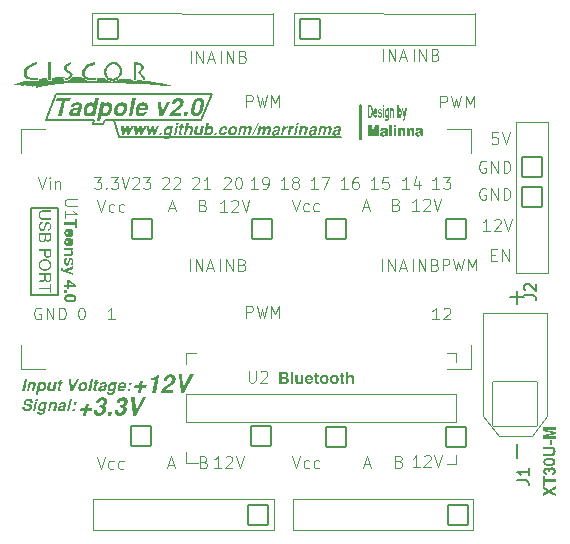
<source format=gto>
G04 #@! TF.GenerationSoftware,KiCad,Pcbnew,7.0.5*
G04 #@! TF.CreationDate,2023-08-11T11:43:47-04:00*
G04 #@! TF.ProjectId,Tadpole,54616470-6f6c-4652-9e6b-696361645f70,rev?*
G04 #@! TF.SameCoordinates,Original*
G04 #@! TF.FileFunction,Legend,Top*
G04 #@! TF.FilePolarity,Positive*
%FSLAX46Y46*%
G04 Gerber Fmt 4.6, Leading zero omitted, Abs format (unit mm)*
G04 Created by KiCad (PCBNEW 7.0.5) date 2023-08-11 11:43:47*
%MOMM*%
%LPD*%
G01*
G04 APERTURE LIST*
G04 Aperture macros list*
%AMRoundRect*
0 Rectangle with rounded corners*
0 $1 Rounding radius*
0 $2 $3 $4 $5 $6 $7 $8 $9 X,Y pos of 4 corners*
0 Add a 4 corners polygon primitive as box body*
4,1,4,$2,$3,$4,$5,$6,$7,$8,$9,$2,$3,0*
0 Add four circle primitives for the rounded corners*
1,1,$1+$1,$2,$3*
1,1,$1+$1,$4,$5*
1,1,$1+$1,$6,$7*
1,1,$1+$1,$8,$9*
0 Add four rect primitives between the rounded corners*
20,1,$1+$1,$2,$3,$4,$5,0*
20,1,$1+$1,$4,$5,$6,$7,0*
20,1,$1+$1,$6,$7,$8,$9,0*
20,1,$1+$1,$8,$9,$2,$3,0*%
G04 Aperture macros list end*
%ADD10C,0.125000*%
%ADD11C,0.300000*%
%ADD12C,0.200000*%
%ADD13C,0.150000*%
%ADD14C,0.025000*%
%ADD15C,0.100000*%
%ADD16C,0.120000*%
%ADD17O,1.800000X1.800000*%
%ADD18RoundRect,0.050000X0.850000X0.850000X-0.850000X0.850000X-0.850000X-0.850000X0.850000X-0.850000X0*%
%ADD19RoundRect,0.050000X0.850000X-0.850000X0.850000X0.850000X-0.850000X0.850000X-0.850000X-0.850000X0*%
%ADD20RoundRect,0.050000X-0.850000X0.850000X-0.850000X-0.850000X0.850000X-0.850000X0.850000X0.850000X0*%
%ADD21RoundRect,0.050000X1.900000X-1.900000X1.900000X1.900000X-1.900000X1.900000X-1.900000X-1.900000X0*%
%ADD22C,3.900000*%
%ADD23C,1.800000*%
G04 APERTURE END LIST*
D10*
X135659524Y-92721119D02*
X135992857Y-93721119D01*
X135992857Y-93721119D02*
X136326190Y-92721119D01*
X137088095Y-93673500D02*
X136992857Y-93721119D01*
X136992857Y-93721119D02*
X136802381Y-93721119D01*
X136802381Y-93721119D02*
X136707143Y-93673500D01*
X136707143Y-93673500D02*
X136659524Y-93625880D01*
X136659524Y-93625880D02*
X136611905Y-93530642D01*
X136611905Y-93530642D02*
X136611905Y-93244928D01*
X136611905Y-93244928D02*
X136659524Y-93149690D01*
X136659524Y-93149690D02*
X136707143Y-93102071D01*
X136707143Y-93102071D02*
X136802381Y-93054452D01*
X136802381Y-93054452D02*
X136992857Y-93054452D01*
X136992857Y-93054452D02*
X137088095Y-93102071D01*
X137945238Y-93673500D02*
X137850000Y-93721119D01*
X137850000Y-93721119D02*
X137659524Y-93721119D01*
X137659524Y-93721119D02*
X137564286Y-93673500D01*
X137564286Y-93673500D02*
X137516667Y-93625880D01*
X137516667Y-93625880D02*
X137469048Y-93530642D01*
X137469048Y-93530642D02*
X137469048Y-93244928D01*
X137469048Y-93244928D02*
X137516667Y-93149690D01*
X137516667Y-93149690D02*
X137564286Y-93102071D01*
X137564286Y-93102071D02*
X137659524Y-93054452D01*
X137659524Y-93054452D02*
X137850000Y-93054452D01*
X137850000Y-93054452D02*
X137945238Y-93102071D01*
X141711905Y-93385404D02*
X142188095Y-93385404D01*
X141616667Y-93671119D02*
X141950000Y-92671119D01*
X141950000Y-92671119D02*
X142283333Y-93671119D01*
X144521428Y-93147309D02*
X144664285Y-93194928D01*
X144664285Y-93194928D02*
X144711904Y-93242547D01*
X144711904Y-93242547D02*
X144759523Y-93337785D01*
X144759523Y-93337785D02*
X144759523Y-93480642D01*
X144759523Y-93480642D02*
X144711904Y-93575880D01*
X144711904Y-93575880D02*
X144664285Y-93623500D01*
X144664285Y-93623500D02*
X144569047Y-93671119D01*
X144569047Y-93671119D02*
X144188095Y-93671119D01*
X144188095Y-93671119D02*
X144188095Y-92671119D01*
X144188095Y-92671119D02*
X144521428Y-92671119D01*
X144521428Y-92671119D02*
X144616666Y-92718738D01*
X144616666Y-92718738D02*
X144664285Y-92766357D01*
X144664285Y-92766357D02*
X144711904Y-92861595D01*
X144711904Y-92861595D02*
X144711904Y-92956833D01*
X144711904Y-92956833D02*
X144664285Y-93052071D01*
X144664285Y-93052071D02*
X144616666Y-93099690D01*
X144616666Y-93099690D02*
X144521428Y-93147309D01*
X144521428Y-93147309D02*
X144188095Y-93147309D01*
X119209524Y-92771119D02*
X119542857Y-93771119D01*
X119542857Y-93771119D02*
X119876190Y-92771119D01*
X120638095Y-93723500D02*
X120542857Y-93771119D01*
X120542857Y-93771119D02*
X120352381Y-93771119D01*
X120352381Y-93771119D02*
X120257143Y-93723500D01*
X120257143Y-93723500D02*
X120209524Y-93675880D01*
X120209524Y-93675880D02*
X120161905Y-93580642D01*
X120161905Y-93580642D02*
X120161905Y-93294928D01*
X120161905Y-93294928D02*
X120209524Y-93199690D01*
X120209524Y-93199690D02*
X120257143Y-93152071D01*
X120257143Y-93152071D02*
X120352381Y-93104452D01*
X120352381Y-93104452D02*
X120542857Y-93104452D01*
X120542857Y-93104452D02*
X120638095Y-93152071D01*
X121495238Y-93723500D02*
X121400000Y-93771119D01*
X121400000Y-93771119D02*
X121209524Y-93771119D01*
X121209524Y-93771119D02*
X121114286Y-93723500D01*
X121114286Y-93723500D02*
X121066667Y-93675880D01*
X121066667Y-93675880D02*
X121019048Y-93580642D01*
X121019048Y-93580642D02*
X121019048Y-93294928D01*
X121019048Y-93294928D02*
X121066667Y-93199690D01*
X121066667Y-93199690D02*
X121114286Y-93152071D01*
X121114286Y-93152071D02*
X121209524Y-93104452D01*
X121209524Y-93104452D02*
X121400000Y-93104452D01*
X121400000Y-93104452D02*
X121495238Y-93152071D01*
X125261905Y-93435404D02*
X125738095Y-93435404D01*
X125166667Y-93721119D02*
X125500000Y-92721119D01*
X125500000Y-92721119D02*
X125833333Y-93721119D01*
X128171428Y-93197309D02*
X128314285Y-93244928D01*
X128314285Y-93244928D02*
X128361904Y-93292547D01*
X128361904Y-93292547D02*
X128409523Y-93387785D01*
X128409523Y-93387785D02*
X128409523Y-93530642D01*
X128409523Y-93530642D02*
X128361904Y-93625880D01*
X128361904Y-93625880D02*
X128314285Y-93673500D01*
X128314285Y-93673500D02*
X128219047Y-93721119D01*
X128219047Y-93721119D02*
X127838095Y-93721119D01*
X127838095Y-93721119D02*
X127838095Y-92721119D01*
X127838095Y-92721119D02*
X128171428Y-92721119D01*
X128171428Y-92721119D02*
X128266666Y-92768738D01*
X128266666Y-92768738D02*
X128314285Y-92816357D01*
X128314285Y-92816357D02*
X128361904Y-92911595D01*
X128361904Y-92911595D02*
X128361904Y-93006833D01*
X128361904Y-93006833D02*
X128314285Y-93102071D01*
X128314285Y-93102071D02*
X128266666Y-93149690D01*
X128266666Y-93149690D02*
X128171428Y-93197309D01*
X128171428Y-93197309D02*
X127838095Y-93197309D01*
X135709524Y-114471119D02*
X136042857Y-115471119D01*
X136042857Y-115471119D02*
X136376190Y-114471119D01*
X137138095Y-115423500D02*
X137042857Y-115471119D01*
X137042857Y-115471119D02*
X136852381Y-115471119D01*
X136852381Y-115471119D02*
X136757143Y-115423500D01*
X136757143Y-115423500D02*
X136709524Y-115375880D01*
X136709524Y-115375880D02*
X136661905Y-115280642D01*
X136661905Y-115280642D02*
X136661905Y-114994928D01*
X136661905Y-114994928D02*
X136709524Y-114899690D01*
X136709524Y-114899690D02*
X136757143Y-114852071D01*
X136757143Y-114852071D02*
X136852381Y-114804452D01*
X136852381Y-114804452D02*
X137042857Y-114804452D01*
X137042857Y-114804452D02*
X137138095Y-114852071D01*
X137995238Y-115423500D02*
X137900000Y-115471119D01*
X137900000Y-115471119D02*
X137709524Y-115471119D01*
X137709524Y-115471119D02*
X137614286Y-115423500D01*
X137614286Y-115423500D02*
X137566667Y-115375880D01*
X137566667Y-115375880D02*
X137519048Y-115280642D01*
X137519048Y-115280642D02*
X137519048Y-114994928D01*
X137519048Y-114994928D02*
X137566667Y-114899690D01*
X137566667Y-114899690D02*
X137614286Y-114852071D01*
X137614286Y-114852071D02*
X137709524Y-114804452D01*
X137709524Y-114804452D02*
X137900000Y-114804452D01*
X137900000Y-114804452D02*
X137995238Y-114852071D01*
X144771428Y-114897309D02*
X144914285Y-114944928D01*
X144914285Y-114944928D02*
X144961904Y-114992547D01*
X144961904Y-114992547D02*
X145009523Y-115087785D01*
X145009523Y-115087785D02*
X145009523Y-115230642D01*
X145009523Y-115230642D02*
X144961904Y-115325880D01*
X144961904Y-115325880D02*
X144914285Y-115373500D01*
X144914285Y-115373500D02*
X144819047Y-115421119D01*
X144819047Y-115421119D02*
X144438095Y-115421119D01*
X144438095Y-115421119D02*
X144438095Y-114421119D01*
X144438095Y-114421119D02*
X144771428Y-114421119D01*
X144771428Y-114421119D02*
X144866666Y-114468738D01*
X144866666Y-114468738D02*
X144914285Y-114516357D01*
X144914285Y-114516357D02*
X144961904Y-114611595D01*
X144961904Y-114611595D02*
X144961904Y-114706833D01*
X144961904Y-114706833D02*
X144914285Y-114802071D01*
X144914285Y-114802071D02*
X144866666Y-114849690D01*
X144866666Y-114849690D02*
X144771428Y-114897309D01*
X144771428Y-114897309D02*
X144438095Y-114897309D01*
X141761905Y-115135404D02*
X142238095Y-115135404D01*
X141666667Y-115421119D02*
X142000000Y-114421119D01*
X142000000Y-114421119D02*
X142333333Y-115421119D01*
X119159524Y-114521119D02*
X119492857Y-115521119D01*
X119492857Y-115521119D02*
X119826190Y-114521119D01*
X120588095Y-115473500D02*
X120492857Y-115521119D01*
X120492857Y-115521119D02*
X120302381Y-115521119D01*
X120302381Y-115521119D02*
X120207143Y-115473500D01*
X120207143Y-115473500D02*
X120159524Y-115425880D01*
X120159524Y-115425880D02*
X120111905Y-115330642D01*
X120111905Y-115330642D02*
X120111905Y-115044928D01*
X120111905Y-115044928D02*
X120159524Y-114949690D01*
X120159524Y-114949690D02*
X120207143Y-114902071D01*
X120207143Y-114902071D02*
X120302381Y-114854452D01*
X120302381Y-114854452D02*
X120492857Y-114854452D01*
X120492857Y-114854452D02*
X120588095Y-114902071D01*
X121445238Y-115473500D02*
X121350000Y-115521119D01*
X121350000Y-115521119D02*
X121159524Y-115521119D01*
X121159524Y-115521119D02*
X121064286Y-115473500D01*
X121064286Y-115473500D02*
X121016667Y-115425880D01*
X121016667Y-115425880D02*
X120969048Y-115330642D01*
X120969048Y-115330642D02*
X120969048Y-115044928D01*
X120969048Y-115044928D02*
X121016667Y-114949690D01*
X121016667Y-114949690D02*
X121064286Y-114902071D01*
X121064286Y-114902071D02*
X121159524Y-114854452D01*
X121159524Y-114854452D02*
X121350000Y-114854452D01*
X121350000Y-114854452D02*
X121445238Y-114902071D01*
X125211905Y-115185404D02*
X125688095Y-115185404D01*
X125116667Y-115471119D02*
X125450000Y-114471119D01*
X125450000Y-114471119D02*
X125783333Y-115471119D01*
X128221428Y-114947309D02*
X128364285Y-114994928D01*
X128364285Y-114994928D02*
X128411904Y-115042547D01*
X128411904Y-115042547D02*
X128459523Y-115137785D01*
X128459523Y-115137785D02*
X128459523Y-115280642D01*
X128459523Y-115280642D02*
X128411904Y-115375880D01*
X128411904Y-115375880D02*
X128364285Y-115423500D01*
X128364285Y-115423500D02*
X128269047Y-115471119D01*
X128269047Y-115471119D02*
X127888095Y-115471119D01*
X127888095Y-115471119D02*
X127888095Y-114471119D01*
X127888095Y-114471119D02*
X128221428Y-114471119D01*
X128221428Y-114471119D02*
X128316666Y-114518738D01*
X128316666Y-114518738D02*
X128364285Y-114566357D01*
X128364285Y-114566357D02*
X128411904Y-114661595D01*
X128411904Y-114661595D02*
X128411904Y-114756833D01*
X128411904Y-114756833D02*
X128364285Y-114852071D01*
X128364285Y-114852071D02*
X128316666Y-114899690D01*
X128316666Y-114899690D02*
X128221428Y-114947309D01*
X128221428Y-114947309D02*
X127888095Y-114947309D01*
X145926191Y-98771119D02*
X145926191Y-97771119D01*
X146402381Y-98771119D02*
X146402381Y-97771119D01*
X146402381Y-97771119D02*
X146973809Y-98771119D01*
X146973809Y-98771119D02*
X146973809Y-97771119D01*
X147783333Y-98247309D02*
X147926190Y-98294928D01*
X147926190Y-98294928D02*
X147973809Y-98342547D01*
X147973809Y-98342547D02*
X148021428Y-98437785D01*
X148021428Y-98437785D02*
X148021428Y-98580642D01*
X148021428Y-98580642D02*
X147973809Y-98675880D01*
X147973809Y-98675880D02*
X147926190Y-98723500D01*
X147926190Y-98723500D02*
X147830952Y-98771119D01*
X147830952Y-98771119D02*
X147450000Y-98771119D01*
X147450000Y-98771119D02*
X147450000Y-97771119D01*
X147450000Y-97771119D02*
X147783333Y-97771119D01*
X147783333Y-97771119D02*
X147878571Y-97818738D01*
X147878571Y-97818738D02*
X147926190Y-97866357D01*
X147926190Y-97866357D02*
X147973809Y-97961595D01*
X147973809Y-97961595D02*
X147973809Y-98056833D01*
X147973809Y-98056833D02*
X147926190Y-98152071D01*
X147926190Y-98152071D02*
X147878571Y-98199690D01*
X147878571Y-98199690D02*
X147783333Y-98247309D01*
X147783333Y-98247309D02*
X147450000Y-98247309D01*
X143347619Y-98771119D02*
X143347619Y-97771119D01*
X143823809Y-98771119D02*
X143823809Y-97771119D01*
X143823809Y-97771119D02*
X144395237Y-98771119D01*
X144395237Y-98771119D02*
X144395237Y-97771119D01*
X144823809Y-98485404D02*
X145299999Y-98485404D01*
X144728571Y-98771119D02*
X145061904Y-97771119D01*
X145061904Y-97771119D02*
X145395237Y-98771119D01*
X129626191Y-98771119D02*
X129626191Y-97771119D01*
X130102381Y-98771119D02*
X130102381Y-97771119D01*
X130102381Y-97771119D02*
X130673809Y-98771119D01*
X130673809Y-98771119D02*
X130673809Y-97771119D01*
X131483333Y-98247309D02*
X131626190Y-98294928D01*
X131626190Y-98294928D02*
X131673809Y-98342547D01*
X131673809Y-98342547D02*
X131721428Y-98437785D01*
X131721428Y-98437785D02*
X131721428Y-98580642D01*
X131721428Y-98580642D02*
X131673809Y-98675880D01*
X131673809Y-98675880D02*
X131626190Y-98723500D01*
X131626190Y-98723500D02*
X131530952Y-98771119D01*
X131530952Y-98771119D02*
X131150000Y-98771119D01*
X131150000Y-98771119D02*
X131150000Y-97771119D01*
X131150000Y-97771119D02*
X131483333Y-97771119D01*
X131483333Y-97771119D02*
X131578571Y-97818738D01*
X131578571Y-97818738D02*
X131626190Y-97866357D01*
X131626190Y-97866357D02*
X131673809Y-97961595D01*
X131673809Y-97961595D02*
X131673809Y-98056833D01*
X131673809Y-98056833D02*
X131626190Y-98152071D01*
X131626190Y-98152071D02*
X131578571Y-98199690D01*
X131578571Y-98199690D02*
X131483333Y-98247309D01*
X131483333Y-98247309D02*
X131150000Y-98247309D01*
X127047619Y-98771119D02*
X127047619Y-97771119D01*
X127523809Y-98771119D02*
X127523809Y-97771119D01*
X127523809Y-97771119D02*
X128095237Y-98771119D01*
X128095237Y-98771119D02*
X128095237Y-97771119D01*
X128523809Y-98485404D02*
X128999999Y-98485404D01*
X128428571Y-98771119D02*
X128761904Y-97771119D01*
X128761904Y-97771119D02*
X129095237Y-98771119D01*
X145976191Y-80971119D02*
X145976191Y-79971119D01*
X146452381Y-80971119D02*
X146452381Y-79971119D01*
X146452381Y-79971119D02*
X147023809Y-80971119D01*
X147023809Y-80971119D02*
X147023809Y-79971119D01*
X147833333Y-80447309D02*
X147976190Y-80494928D01*
X147976190Y-80494928D02*
X148023809Y-80542547D01*
X148023809Y-80542547D02*
X148071428Y-80637785D01*
X148071428Y-80637785D02*
X148071428Y-80780642D01*
X148071428Y-80780642D02*
X148023809Y-80875880D01*
X148023809Y-80875880D02*
X147976190Y-80923500D01*
X147976190Y-80923500D02*
X147880952Y-80971119D01*
X147880952Y-80971119D02*
X147500000Y-80971119D01*
X147500000Y-80971119D02*
X147500000Y-79971119D01*
X147500000Y-79971119D02*
X147833333Y-79971119D01*
X147833333Y-79971119D02*
X147928571Y-80018738D01*
X147928571Y-80018738D02*
X147976190Y-80066357D01*
X147976190Y-80066357D02*
X148023809Y-80161595D01*
X148023809Y-80161595D02*
X148023809Y-80256833D01*
X148023809Y-80256833D02*
X147976190Y-80352071D01*
X147976190Y-80352071D02*
X147928571Y-80399690D01*
X147928571Y-80399690D02*
X147833333Y-80447309D01*
X147833333Y-80447309D02*
X147500000Y-80447309D01*
X143397619Y-80971119D02*
X143397619Y-79971119D01*
X143873809Y-80971119D02*
X143873809Y-79971119D01*
X143873809Y-79971119D02*
X144445237Y-80971119D01*
X144445237Y-80971119D02*
X144445237Y-79971119D01*
X144873809Y-80685404D02*
X145349999Y-80685404D01*
X144778571Y-80971119D02*
X145111904Y-79971119D01*
X145111904Y-79971119D02*
X145445237Y-80971119D01*
X127097619Y-81121119D02*
X127097619Y-80121119D01*
X127573809Y-81121119D02*
X127573809Y-80121119D01*
X127573809Y-80121119D02*
X128145237Y-81121119D01*
X128145237Y-81121119D02*
X128145237Y-80121119D01*
X128573809Y-80835404D02*
X129049999Y-80835404D01*
X128478571Y-81121119D02*
X128811904Y-80121119D01*
X128811904Y-80121119D02*
X129145237Y-81121119D01*
X129676191Y-81121119D02*
X129676191Y-80121119D01*
X130152381Y-81121119D02*
X130152381Y-80121119D01*
X130152381Y-80121119D02*
X130723809Y-81121119D01*
X130723809Y-81121119D02*
X130723809Y-80121119D01*
X131533333Y-80597309D02*
X131676190Y-80644928D01*
X131676190Y-80644928D02*
X131723809Y-80692547D01*
X131723809Y-80692547D02*
X131771428Y-80787785D01*
X131771428Y-80787785D02*
X131771428Y-80930642D01*
X131771428Y-80930642D02*
X131723809Y-81025880D01*
X131723809Y-81025880D02*
X131676190Y-81073500D01*
X131676190Y-81073500D02*
X131580952Y-81121119D01*
X131580952Y-81121119D02*
X131200000Y-81121119D01*
X131200000Y-81121119D02*
X131200000Y-80121119D01*
X131200000Y-80121119D02*
X131533333Y-80121119D01*
X131533333Y-80121119D02*
X131628571Y-80168738D01*
X131628571Y-80168738D02*
X131676190Y-80216357D01*
X131676190Y-80216357D02*
X131723809Y-80311595D01*
X131723809Y-80311595D02*
X131723809Y-80406833D01*
X131723809Y-80406833D02*
X131676190Y-80502071D01*
X131676190Y-80502071D02*
X131628571Y-80549690D01*
X131628571Y-80549690D02*
X131533333Y-80597309D01*
X131533333Y-80597309D02*
X131200000Y-80597309D01*
D11*
G36*
X118720167Y-110643290D02*
G01*
X118346475Y-110643290D01*
X118268440Y-111018447D01*
X118021877Y-111018447D01*
X118099912Y-110643290D01*
X117726221Y-110643290D01*
X117779710Y-110385369D01*
X118153401Y-110385369D01*
X118231437Y-110010212D01*
X118478000Y-110010212D01*
X118399965Y-110385369D01*
X118773656Y-110385369D01*
X118720167Y-110643290D01*
G37*
G36*
X119926238Y-110565621D02*
G01*
X119920086Y-110592566D01*
X119912986Y-110618812D01*
X119904939Y-110644360D01*
X119895944Y-110669210D01*
X119886002Y-110693361D01*
X119875113Y-110716815D01*
X119863276Y-110739569D01*
X119850492Y-110761625D01*
X119836761Y-110782983D01*
X119822082Y-110803643D01*
X119806456Y-110823604D01*
X119789882Y-110842867D01*
X119772361Y-110861431D01*
X119753892Y-110879297D01*
X119734477Y-110896465D01*
X119714113Y-110912934D01*
X119693057Y-110928550D01*
X119671472Y-110943159D01*
X119649357Y-110956760D01*
X119626712Y-110969354D01*
X119603538Y-110980940D01*
X119579835Y-110991519D01*
X119555602Y-111001090D01*
X119530840Y-111009654D01*
X119505548Y-111017210D01*
X119479726Y-111023759D01*
X119453375Y-111029300D01*
X119426494Y-111033834D01*
X119399084Y-111037360D01*
X119371145Y-111039879D01*
X119342676Y-111041390D01*
X119313677Y-111041894D01*
X119289604Y-111041479D01*
X119266204Y-111040234D01*
X119243477Y-111038159D01*
X119221422Y-111035254D01*
X119200040Y-111031519D01*
X119179330Y-111026953D01*
X119159293Y-111021558D01*
X119139929Y-111015333D01*
X119121237Y-111008277D01*
X119103218Y-111000392D01*
X119085872Y-110991676D01*
X119069198Y-110982131D01*
X119053196Y-110971755D01*
X119037868Y-110960550D01*
X119023212Y-110948514D01*
X119009228Y-110935648D01*
X118993065Y-110918727D01*
X118978374Y-110900844D01*
X118965153Y-110881999D01*
X118953404Y-110862192D01*
X118943125Y-110841424D01*
X118934318Y-110819694D01*
X118926982Y-110797003D01*
X118921118Y-110773349D01*
X118916724Y-110748734D01*
X118913802Y-110723157D01*
X118912351Y-110696619D01*
X118912371Y-110669118D01*
X118913862Y-110640657D01*
X118916824Y-110611233D01*
X118918857Y-110596160D01*
X118921258Y-110580848D01*
X118924027Y-110565294D01*
X118927163Y-110549501D01*
X119206332Y-110549501D01*
X119202394Y-110564301D01*
X119199280Y-110578661D01*
X119196154Y-110599374D01*
X119194883Y-110619095D01*
X119195467Y-110637825D01*
X119197906Y-110655563D01*
X119202199Y-110672309D01*
X119208347Y-110688064D01*
X119216350Y-110702826D01*
X119226208Y-110716597D01*
X119237920Y-110729376D01*
X119242236Y-110733415D01*
X119256679Y-110745265D01*
X119272347Y-110755535D01*
X119289239Y-110764224D01*
X119307357Y-110771334D01*
X119321750Y-110775630D01*
X119336831Y-110779036D01*
X119352602Y-110781554D01*
X119369061Y-110783184D01*
X119386210Y-110783924D01*
X119392079Y-110783974D01*
X119411050Y-110782772D01*
X119430044Y-110779165D01*
X119444304Y-110774883D01*
X119458577Y-110769248D01*
X119472863Y-110762260D01*
X119487162Y-110753920D01*
X119501474Y-110744228D01*
X119515799Y-110733184D01*
X119530136Y-110720787D01*
X119544487Y-110707037D01*
X119558328Y-110692466D01*
X119571140Y-110677739D01*
X119582920Y-110662859D01*
X119593671Y-110647824D01*
X119603391Y-110632634D01*
X119612081Y-110617289D01*
X119619740Y-110601790D01*
X119626369Y-110586137D01*
X119631968Y-110570329D01*
X119636536Y-110554366D01*
X119639009Y-110543639D01*
X119642473Y-110523478D01*
X119644212Y-110504213D01*
X119644225Y-110485843D01*
X119642512Y-110468368D01*
X119639073Y-110451788D01*
X119633908Y-110436104D01*
X119627017Y-110421314D01*
X119618401Y-110407420D01*
X119608058Y-110394421D01*
X119595989Y-110382317D01*
X119586985Y-110374745D01*
X119572298Y-110364193D01*
X119556266Y-110354794D01*
X119538888Y-110346547D01*
X119520163Y-110339454D01*
X119500093Y-110333513D01*
X119478677Y-110328725D01*
X119463652Y-110326173D01*
X119448028Y-110324134D01*
X119431807Y-110322607D01*
X119414987Y-110321592D01*
X119397569Y-110321090D01*
X119379553Y-110321100D01*
X119360938Y-110321622D01*
X119400505Y-110131113D01*
X119418403Y-110131389D01*
X119435824Y-110131213D01*
X119452769Y-110130582D01*
X119469239Y-110129498D01*
X119485233Y-110127961D01*
X119500750Y-110125969D01*
X119515792Y-110123524D01*
X119530359Y-110120625D01*
X119558064Y-110113467D01*
X119583865Y-110104494D01*
X119607763Y-110093706D01*
X119629758Y-110081104D01*
X119649849Y-110066687D01*
X119668037Y-110050455D01*
X119684322Y-110032409D01*
X119698703Y-110012548D01*
X119711181Y-109990872D01*
X119721755Y-109967382D01*
X119730426Y-109942077D01*
X119737194Y-109914958D01*
X119741110Y-109892421D01*
X119743148Y-109871337D01*
X119743308Y-109851708D01*
X119741591Y-109833533D01*
X119737996Y-109816812D01*
X119732523Y-109801545D01*
X119725173Y-109787732D01*
X119715945Y-109775373D01*
X119704840Y-109764468D01*
X119691857Y-109755017D01*
X119676996Y-109747020D01*
X119660258Y-109740477D01*
X119641642Y-109735388D01*
X119621148Y-109731753D01*
X119598777Y-109729572D01*
X119574528Y-109728845D01*
X119557984Y-109729199D01*
X119542148Y-109730261D01*
X119527021Y-109732032D01*
X119507952Y-109735496D01*
X119490144Y-109740218D01*
X119473594Y-109746200D01*
X119458304Y-109753442D01*
X119444274Y-109761943D01*
X119434577Y-109769145D01*
X119422742Y-109779878D01*
X119411415Y-109792157D01*
X119400597Y-109805981D01*
X119390287Y-109821352D01*
X119380487Y-109838267D01*
X119371195Y-109856729D01*
X119362412Y-109876736D01*
X119356839Y-109890932D01*
X119351492Y-109905816D01*
X119346372Y-109921386D01*
X119341477Y-109937644D01*
X119336809Y-109954588D01*
X119334560Y-109963318D01*
X119071510Y-109963318D01*
X119073205Y-109946969D01*
X119075357Y-109930894D01*
X119077967Y-109915095D01*
X119081036Y-109899570D01*
X119086405Y-109876123D01*
X119092714Y-109853225D01*
X119099961Y-109830877D01*
X119108147Y-109809078D01*
X119117272Y-109787829D01*
X119127335Y-109767130D01*
X119138337Y-109746980D01*
X119150279Y-109727379D01*
X119163159Y-109708328D01*
X119176977Y-109689827D01*
X119191735Y-109671875D01*
X119207431Y-109654473D01*
X119224067Y-109637620D01*
X119241641Y-109621317D01*
X119260154Y-109605563D01*
X119279605Y-109590359D01*
X119299750Y-109575896D01*
X119320249Y-109562366D01*
X119341103Y-109549770D01*
X119362312Y-109538106D01*
X119383876Y-109527376D01*
X119405795Y-109517578D01*
X119428069Y-109508714D01*
X119450697Y-109500783D01*
X119473681Y-109493785D01*
X119497020Y-109487720D01*
X119520713Y-109482588D01*
X119544761Y-109478389D01*
X119569165Y-109475123D01*
X119593923Y-109472790D01*
X119619036Y-109471391D01*
X119644504Y-109470924D01*
X119669793Y-109471309D01*
X119694278Y-109472464D01*
X119717959Y-109474389D01*
X119740835Y-109477084D01*
X119762907Y-109480548D01*
X119784175Y-109484783D01*
X119804638Y-109489788D01*
X119824297Y-109495562D01*
X119843152Y-109502107D01*
X119861203Y-109509421D01*
X119878449Y-109517505D01*
X119894891Y-109526360D01*
X119910529Y-109535984D01*
X119925362Y-109546378D01*
X119939391Y-109557542D01*
X119952616Y-109569476D01*
X119965990Y-109582927D01*
X119978176Y-109597085D01*
X119989174Y-109611950D01*
X119998984Y-109627522D01*
X120007607Y-109643801D01*
X120015041Y-109660787D01*
X120021288Y-109678480D01*
X120026347Y-109696879D01*
X120030218Y-109715986D01*
X120032902Y-109735800D01*
X120034397Y-109756320D01*
X120034705Y-109777548D01*
X120033825Y-109799483D01*
X120031757Y-109822124D01*
X120028501Y-109845473D01*
X120024057Y-109869528D01*
X120019351Y-109890368D01*
X120014161Y-109910435D01*
X120008489Y-109929730D01*
X120002333Y-109948251D01*
X119995695Y-109966000D01*
X119988573Y-109982975D01*
X119980968Y-109999178D01*
X119972881Y-110014609D01*
X119964310Y-110029266D01*
X119955257Y-110043151D01*
X119948953Y-110051978D01*
X119937349Y-110066146D01*
X119927242Y-110077456D01*
X119915930Y-110089351D01*
X119903414Y-110101833D01*
X119889693Y-110114901D01*
X119874769Y-110128555D01*
X119858640Y-110142795D01*
X119847218Y-110152614D01*
X119835261Y-110162693D01*
X119822769Y-110173033D01*
X119809741Y-110183633D01*
X119796179Y-110194494D01*
X119817638Y-110211914D01*
X119837320Y-110230105D01*
X119855225Y-110249066D01*
X119871352Y-110268797D01*
X119885702Y-110289297D01*
X119898274Y-110310568D01*
X119909069Y-110332609D01*
X119918087Y-110355419D01*
X119925327Y-110378999D01*
X119930789Y-110403350D01*
X119934474Y-110428470D01*
X119936382Y-110454360D01*
X119936512Y-110481020D01*
X119934865Y-110508451D01*
X119931440Y-110536651D01*
X119926238Y-110565621D01*
G37*
G36*
X120376500Y-111018447D02*
G01*
X120068387Y-111018447D01*
X120136531Y-110690184D01*
X120444644Y-110690184D01*
X120376500Y-111018447D01*
G37*
G36*
X121675994Y-110565621D02*
G01*
X121669842Y-110592566D01*
X121662742Y-110618812D01*
X121654695Y-110644360D01*
X121645700Y-110669210D01*
X121635758Y-110693361D01*
X121624869Y-110716815D01*
X121613032Y-110739569D01*
X121600248Y-110761625D01*
X121586517Y-110782983D01*
X121571838Y-110803643D01*
X121556211Y-110823604D01*
X121539638Y-110842867D01*
X121522117Y-110861431D01*
X121503648Y-110879297D01*
X121484232Y-110896465D01*
X121463869Y-110912934D01*
X121442813Y-110928550D01*
X121421228Y-110943159D01*
X121399113Y-110956760D01*
X121376468Y-110969354D01*
X121353294Y-110980940D01*
X121329591Y-110991519D01*
X121305358Y-111001090D01*
X121280595Y-111009654D01*
X121255303Y-111017210D01*
X121229482Y-111023759D01*
X121203131Y-111029300D01*
X121176250Y-111033834D01*
X121148840Y-111037360D01*
X121120901Y-111039879D01*
X121092431Y-111041390D01*
X121063433Y-111041894D01*
X121039360Y-111041479D01*
X121015960Y-111040234D01*
X120993233Y-111038159D01*
X120971178Y-111035254D01*
X120949796Y-111031519D01*
X120929086Y-111026953D01*
X120909049Y-111021558D01*
X120889685Y-111015333D01*
X120870993Y-111008277D01*
X120852974Y-111000392D01*
X120835627Y-110991676D01*
X120818953Y-110982131D01*
X120802952Y-110971755D01*
X120787624Y-110960550D01*
X120772968Y-110948514D01*
X120758984Y-110935648D01*
X120742821Y-110918727D01*
X120728129Y-110900844D01*
X120714909Y-110881999D01*
X120703159Y-110862192D01*
X120692881Y-110841424D01*
X120684074Y-110819694D01*
X120676738Y-110797003D01*
X120670874Y-110773349D01*
X120666480Y-110748734D01*
X120663558Y-110723157D01*
X120662107Y-110696619D01*
X120662127Y-110669118D01*
X120663618Y-110640657D01*
X120666580Y-110611233D01*
X120668613Y-110596160D01*
X120671014Y-110580848D01*
X120673782Y-110565294D01*
X120676919Y-110549501D01*
X120956088Y-110549501D01*
X120952150Y-110564301D01*
X120949036Y-110578661D01*
X120945910Y-110599374D01*
X120944639Y-110619095D01*
X120945223Y-110637825D01*
X120947662Y-110655563D01*
X120951955Y-110672309D01*
X120958103Y-110688064D01*
X120966106Y-110702826D01*
X120975963Y-110716597D01*
X120987676Y-110729376D01*
X120991992Y-110733415D01*
X121006435Y-110745265D01*
X121022102Y-110755535D01*
X121038995Y-110764224D01*
X121057113Y-110771334D01*
X121071505Y-110775630D01*
X121086587Y-110779036D01*
X121102357Y-110781554D01*
X121118817Y-110783184D01*
X121135965Y-110783924D01*
X121141835Y-110783974D01*
X121160806Y-110782772D01*
X121179799Y-110779165D01*
X121194060Y-110774883D01*
X121208333Y-110769248D01*
X121222619Y-110762260D01*
X121236918Y-110753920D01*
X121251230Y-110744228D01*
X121265554Y-110733184D01*
X121279892Y-110720787D01*
X121294242Y-110707037D01*
X121308084Y-110692466D01*
X121320895Y-110677739D01*
X121332676Y-110662859D01*
X121343427Y-110647824D01*
X121353147Y-110632634D01*
X121361837Y-110617289D01*
X121369496Y-110601790D01*
X121376125Y-110586137D01*
X121381723Y-110570329D01*
X121386291Y-110554366D01*
X121388764Y-110543639D01*
X121392229Y-110523478D01*
X121393968Y-110504213D01*
X121393981Y-110485843D01*
X121392268Y-110468368D01*
X121388829Y-110451788D01*
X121383664Y-110436104D01*
X121376773Y-110421314D01*
X121368156Y-110407420D01*
X121357814Y-110394421D01*
X121345745Y-110382317D01*
X121336741Y-110374745D01*
X121322054Y-110364193D01*
X121306022Y-110354794D01*
X121288643Y-110346547D01*
X121269919Y-110339454D01*
X121249849Y-110333513D01*
X121228433Y-110328725D01*
X121213408Y-110326173D01*
X121197784Y-110324134D01*
X121181562Y-110322607D01*
X121164743Y-110321592D01*
X121147325Y-110321090D01*
X121129308Y-110321100D01*
X121110694Y-110321622D01*
X121150261Y-110131113D01*
X121168158Y-110131389D01*
X121185580Y-110131213D01*
X121202525Y-110130582D01*
X121218995Y-110129498D01*
X121234988Y-110127961D01*
X121250506Y-110125969D01*
X121265548Y-110123524D01*
X121280114Y-110120625D01*
X121307819Y-110113467D01*
X121333621Y-110104494D01*
X121357519Y-110093706D01*
X121379514Y-110081104D01*
X121399605Y-110066687D01*
X121417793Y-110050455D01*
X121434078Y-110032409D01*
X121448459Y-110012548D01*
X121460937Y-109990872D01*
X121471511Y-109967382D01*
X121480182Y-109942077D01*
X121486950Y-109914958D01*
X121490865Y-109892421D01*
X121492903Y-109871337D01*
X121493064Y-109851708D01*
X121491346Y-109833533D01*
X121487751Y-109816812D01*
X121482279Y-109801545D01*
X121474929Y-109787732D01*
X121465701Y-109775373D01*
X121454595Y-109764468D01*
X121441612Y-109755017D01*
X121426752Y-109747020D01*
X121410013Y-109740477D01*
X121391398Y-109735388D01*
X121370904Y-109731753D01*
X121348533Y-109729572D01*
X121324284Y-109728845D01*
X121307740Y-109729199D01*
X121291904Y-109730261D01*
X121276776Y-109732032D01*
X121257708Y-109735496D01*
X121239900Y-109740218D01*
X121223350Y-109746200D01*
X121208060Y-109753442D01*
X121194030Y-109761943D01*
X121184333Y-109769145D01*
X121172497Y-109779878D01*
X121161171Y-109792157D01*
X121150352Y-109805981D01*
X121140043Y-109821352D01*
X121130242Y-109838267D01*
X121120951Y-109856729D01*
X121112168Y-109876736D01*
X121106595Y-109890932D01*
X121101248Y-109905816D01*
X121096128Y-109921386D01*
X121091233Y-109937644D01*
X121086565Y-109954588D01*
X121084316Y-109963318D01*
X120821266Y-109963318D01*
X120822961Y-109946969D01*
X120825113Y-109930894D01*
X120827723Y-109915095D01*
X120830792Y-109899570D01*
X120836161Y-109876123D01*
X120842469Y-109853225D01*
X120849717Y-109830877D01*
X120857903Y-109809078D01*
X120867027Y-109787829D01*
X120877091Y-109767130D01*
X120888093Y-109746980D01*
X120900034Y-109727379D01*
X120912914Y-109708328D01*
X120926733Y-109689827D01*
X120941491Y-109671875D01*
X120957187Y-109654473D01*
X120973822Y-109637620D01*
X120991396Y-109621317D01*
X121009909Y-109605563D01*
X121029361Y-109590359D01*
X121049505Y-109575896D01*
X121070005Y-109562366D01*
X121090859Y-109549770D01*
X121112068Y-109538106D01*
X121133632Y-109527376D01*
X121155551Y-109517578D01*
X121177824Y-109508714D01*
X121200453Y-109500783D01*
X121223437Y-109493785D01*
X121246775Y-109487720D01*
X121270469Y-109482588D01*
X121294517Y-109478389D01*
X121318920Y-109475123D01*
X121343679Y-109472790D01*
X121368792Y-109471391D01*
X121394260Y-109470924D01*
X121419549Y-109471309D01*
X121444034Y-109472464D01*
X121467714Y-109474389D01*
X121490591Y-109477084D01*
X121512663Y-109480548D01*
X121533930Y-109484783D01*
X121554394Y-109489788D01*
X121574053Y-109495562D01*
X121592908Y-109502107D01*
X121610959Y-109509421D01*
X121628205Y-109517505D01*
X121644647Y-109526360D01*
X121660285Y-109535984D01*
X121675118Y-109546378D01*
X121689147Y-109557542D01*
X121702372Y-109569476D01*
X121715746Y-109582927D01*
X121727932Y-109597085D01*
X121738930Y-109611950D01*
X121748740Y-109627522D01*
X121757363Y-109643801D01*
X121764797Y-109660787D01*
X121771044Y-109678480D01*
X121776103Y-109696879D01*
X121779974Y-109715986D01*
X121782657Y-109735800D01*
X121784153Y-109756320D01*
X121784461Y-109777548D01*
X121783581Y-109799483D01*
X121781513Y-109822124D01*
X121778257Y-109845473D01*
X121773813Y-109869528D01*
X121769107Y-109890368D01*
X121763917Y-109910435D01*
X121758244Y-109929730D01*
X121752089Y-109948251D01*
X121745450Y-109966000D01*
X121738329Y-109982975D01*
X121730724Y-109999178D01*
X121722637Y-110014609D01*
X121714066Y-110029266D01*
X121705013Y-110043151D01*
X121698709Y-110051978D01*
X121687105Y-110066146D01*
X121676997Y-110077456D01*
X121665686Y-110089351D01*
X121653169Y-110101833D01*
X121639449Y-110114901D01*
X121624524Y-110128555D01*
X121608395Y-110142795D01*
X121596974Y-110152614D01*
X121585017Y-110162693D01*
X121572525Y-110173033D01*
X121559497Y-110183633D01*
X121545935Y-110194494D01*
X121567394Y-110211914D01*
X121587076Y-110230105D01*
X121604981Y-110249066D01*
X121621108Y-110268797D01*
X121635458Y-110289297D01*
X121648030Y-110310568D01*
X121658825Y-110332609D01*
X121667842Y-110355419D01*
X121675082Y-110378999D01*
X121680545Y-110403350D01*
X121684230Y-110428470D01*
X121686138Y-110454360D01*
X121686268Y-110481020D01*
X121684621Y-110508451D01*
X121681196Y-110536651D01*
X121675994Y-110565621D01*
G37*
G36*
X123344050Y-109447477D02*
G01*
X122508374Y-111018447D01*
X122243492Y-111018447D01*
X122062508Y-109447477D01*
X122372452Y-109447477D01*
X122460380Y-110616912D01*
X123031908Y-109447477D01*
X123344050Y-109447477D01*
G37*
G36*
X123320167Y-108693290D02*
G01*
X122946475Y-108693290D01*
X122868440Y-109068447D01*
X122621877Y-109068447D01*
X122699912Y-108693290D01*
X122326221Y-108693290D01*
X122379710Y-108435369D01*
X122753401Y-108435369D01*
X122831437Y-108060212D01*
X123078000Y-108060212D01*
X122999965Y-108435369D01*
X123373656Y-108435369D01*
X123320167Y-108693290D01*
G37*
G36*
X124147051Y-109068447D02*
G01*
X123859089Y-109068447D01*
X124077808Y-108015882D01*
X123728663Y-108015882D01*
X123769330Y-107819877D01*
X123795399Y-107817075D01*
X123820575Y-107814073D01*
X123844858Y-107810870D01*
X123868248Y-107807467D01*
X123890745Y-107803863D01*
X123912349Y-107800059D01*
X123933060Y-107796055D01*
X123952878Y-107791851D01*
X123971803Y-107787446D01*
X123989835Y-107782840D01*
X124006974Y-107778035D01*
X124023220Y-107773029D01*
X124038573Y-107767822D01*
X124053033Y-107762415D01*
X124066600Y-107756808D01*
X124079274Y-107751001D01*
X124093543Y-107743367D01*
X124107593Y-107735030D01*
X124121421Y-107725988D01*
X124135030Y-107716242D01*
X124148418Y-107705792D01*
X124161585Y-107694638D01*
X124174533Y-107682780D01*
X124187260Y-107670218D01*
X124199766Y-107656951D01*
X124212052Y-107642981D01*
X124224118Y-107628306D01*
X124235963Y-107612927D01*
X124247588Y-107596845D01*
X124258993Y-107580058D01*
X124270177Y-107562567D01*
X124281140Y-107544371D01*
X124463956Y-107544371D01*
X124147051Y-109068447D01*
G37*
G36*
X125819138Y-107978879D02*
G01*
X125815434Y-107996318D01*
X125811650Y-108013186D01*
X125807786Y-108029485D01*
X125803842Y-108045214D01*
X125799818Y-108060374D01*
X125795713Y-108074964D01*
X125789406Y-108095782D01*
X125782919Y-108115317D01*
X125776252Y-108133571D01*
X125769404Y-108150544D01*
X125762376Y-108166235D01*
X125755167Y-108180645D01*
X125750261Y-108189539D01*
X125741434Y-108203455D01*
X125730706Y-108218459D01*
X125721414Y-108230425D01*
X125711052Y-108243004D01*
X125699621Y-108256194D01*
X125687121Y-108269996D01*
X125673552Y-108284410D01*
X125658913Y-108299435D01*
X125643206Y-108315073D01*
X125632141Y-108325838D01*
X125626430Y-108331322D01*
X125614798Y-108342273D01*
X125602983Y-108353143D01*
X125590984Y-108363934D01*
X125578803Y-108374644D01*
X125566438Y-108385275D01*
X125553890Y-108395825D01*
X125541159Y-108406295D01*
X125528244Y-108416685D01*
X125515147Y-108426994D01*
X125501866Y-108437224D01*
X125488402Y-108447374D01*
X125474755Y-108457443D01*
X125460925Y-108467432D01*
X125446912Y-108477341D01*
X125432715Y-108487170D01*
X125418335Y-108496919D01*
X125403930Y-108506577D01*
X125389564Y-108516227D01*
X125375239Y-108525868D01*
X125360953Y-108535501D01*
X125346708Y-108545126D01*
X125332503Y-108554741D01*
X125318338Y-108564348D01*
X125304213Y-108573947D01*
X125290128Y-108583537D01*
X125276083Y-108593118D01*
X125262078Y-108602690D01*
X125248113Y-108612255D01*
X125234188Y-108621810D01*
X125220304Y-108631357D01*
X125206459Y-108640895D01*
X125192655Y-108650425D01*
X125179088Y-108659981D01*
X125165956Y-108669596D01*
X125153259Y-108679272D01*
X125140997Y-108689008D01*
X125129171Y-108698804D01*
X125117779Y-108708660D01*
X125106822Y-108718576D01*
X125091203Y-108733563D01*
X125076563Y-108748685D01*
X125062902Y-108763943D01*
X125050219Y-108779335D01*
X125038516Y-108794863D01*
X125027791Y-108810526D01*
X125642184Y-108810526D01*
X125588695Y-109068447D01*
X124598412Y-109068447D01*
X124604066Y-109047523D01*
X124609901Y-109027019D01*
X124615916Y-109006936D01*
X124622111Y-108987274D01*
X124628487Y-108968033D01*
X124635043Y-108949212D01*
X124641779Y-108930813D01*
X124648695Y-108912834D01*
X124655792Y-108895275D01*
X124663069Y-108878138D01*
X124670527Y-108861421D01*
X124678165Y-108845125D01*
X124685983Y-108829250D01*
X124693981Y-108813795D01*
X124702160Y-108798761D01*
X124710519Y-108784148D01*
X124719059Y-108769956D01*
X124727779Y-108756184D01*
X124736679Y-108742833D01*
X124745759Y-108729903D01*
X124755020Y-108717394D01*
X124764461Y-108705305D01*
X124774082Y-108693638D01*
X124783884Y-108682390D01*
X124793866Y-108671564D01*
X124814371Y-108651174D01*
X124835597Y-108632466D01*
X124857545Y-108615442D01*
X124868789Y-108607561D01*
X125246510Y-108351838D01*
X125261107Y-108341770D01*
X125275313Y-108331670D01*
X125289128Y-108321537D01*
X125302553Y-108311372D01*
X125315586Y-108301175D01*
X125328230Y-108290946D01*
X125340482Y-108280685D01*
X125352344Y-108270391D01*
X125363815Y-108260065D01*
X125374895Y-108249707D01*
X125385585Y-108239317D01*
X125405792Y-108218440D01*
X125424437Y-108197434D01*
X125441518Y-108176299D01*
X125457037Y-108155036D01*
X125470994Y-108133644D01*
X125483387Y-108112123D01*
X125494218Y-108090473D01*
X125503486Y-108068694D01*
X125511191Y-108046787D01*
X125517333Y-108024750D01*
X125519818Y-108013684D01*
X125523232Y-107994962D01*
X125525507Y-107976852D01*
X125526641Y-107959353D01*
X125526636Y-107942466D01*
X125525491Y-107926191D01*
X125523206Y-107910528D01*
X125519780Y-107895477D01*
X125515216Y-107881037D01*
X125509511Y-107867210D01*
X125502666Y-107853994D01*
X125497470Y-107845523D01*
X125488906Y-107833607D01*
X125476275Y-107819542D01*
X125462258Y-107807561D01*
X125446857Y-107797663D01*
X125430070Y-107789849D01*
X125411898Y-107784119D01*
X125397359Y-107781189D01*
X125382042Y-107779431D01*
X125365945Y-107778845D01*
X125340122Y-107779944D01*
X125315593Y-107783241D01*
X125292357Y-107788736D01*
X125270416Y-107796430D01*
X125249768Y-107806322D01*
X125230413Y-107818412D01*
X125212353Y-107832700D01*
X125195586Y-107849187D01*
X125180113Y-107867871D01*
X125165933Y-107888754D01*
X125153047Y-107911835D01*
X125141455Y-107937114D01*
X125131157Y-107964591D01*
X125126493Y-107979154D01*
X125122153Y-107994267D01*
X125118135Y-108009929D01*
X125114442Y-108026140D01*
X125111071Y-108042902D01*
X125108025Y-108060212D01*
X124830687Y-108060212D01*
X124833729Y-108043666D01*
X124836994Y-108027367D01*
X124840481Y-108011315D01*
X124844191Y-107995509D01*
X124848123Y-107979950D01*
X124852278Y-107964638D01*
X124856655Y-107949574D01*
X124861255Y-107934755D01*
X124866078Y-107920184D01*
X124871123Y-107905860D01*
X124876390Y-107891782D01*
X124881881Y-107877952D01*
X124887593Y-107864368D01*
X124899686Y-107837941D01*
X124912669Y-107812502D01*
X124926542Y-107788050D01*
X124941306Y-107764585D01*
X124956959Y-107742108D01*
X124973503Y-107720619D01*
X124990937Y-107700117D01*
X125009260Y-107680602D01*
X125028475Y-107662075D01*
X125038415Y-107653182D01*
X125057833Y-107637166D01*
X125077800Y-107622184D01*
X125098316Y-107608235D01*
X125119382Y-107595319D01*
X125140997Y-107583436D01*
X125163162Y-107572587D01*
X125185877Y-107562771D01*
X125209141Y-107553989D01*
X125232955Y-107546239D01*
X125257318Y-107539523D01*
X125282231Y-107533840D01*
X125307693Y-107529190D01*
X125333705Y-107525574D01*
X125360266Y-107522991D01*
X125387377Y-107521441D01*
X125415038Y-107520924D01*
X125442361Y-107521424D01*
X125468825Y-107522922D01*
X125494430Y-107525419D01*
X125519177Y-107528915D01*
X125543065Y-107533411D01*
X125566094Y-107538905D01*
X125588265Y-107545398D01*
X125609577Y-107552889D01*
X125630031Y-107561380D01*
X125649626Y-107570870D01*
X125668362Y-107581358D01*
X125686239Y-107592846D01*
X125703258Y-107605332D01*
X125719418Y-107618818D01*
X125734719Y-107633302D01*
X125749162Y-107648785D01*
X125762573Y-107665058D01*
X125774779Y-107681913D01*
X125785780Y-107699348D01*
X125795576Y-107717364D01*
X125804167Y-107735961D01*
X125811553Y-107755140D01*
X125817734Y-107774899D01*
X125822710Y-107795239D01*
X125826481Y-107816161D01*
X125829047Y-107837663D01*
X125830408Y-107859747D01*
X125830564Y-107882411D01*
X125829515Y-107905657D01*
X125827261Y-107929483D01*
X125823802Y-107953891D01*
X125819138Y-107978879D01*
G37*
G36*
X127360799Y-107497477D02*
G01*
X126525122Y-109068447D01*
X126260240Y-109068447D01*
X126079256Y-107497477D01*
X126389200Y-107497477D01*
X126477128Y-108666912D01*
X127048656Y-107497477D01*
X127360799Y-107497477D01*
G37*
D12*
G36*
X113038450Y-108965631D02*
G01*
X112833042Y-108965631D01*
X113050662Y-107918318D01*
X113256071Y-107918318D01*
X113038450Y-108965631D01*
G37*
G36*
X113883531Y-108965631D02*
G01*
X113691556Y-108965631D01*
X113799267Y-108446615D01*
X113800873Y-108436445D01*
X113801218Y-108424494D01*
X113799714Y-108413389D01*
X113796362Y-108403132D01*
X113791161Y-108393721D01*
X113784112Y-108385157D01*
X113778995Y-108380425D01*
X113769184Y-108373389D01*
X113760289Y-108368619D01*
X113750462Y-108364611D01*
X113739703Y-108361368D01*
X113728014Y-108358887D01*
X113715394Y-108357170D01*
X113705317Y-108356383D01*
X113694717Y-108356025D01*
X113691067Y-108356001D01*
X113679143Y-108356308D01*
X113667460Y-108357229D01*
X113656016Y-108358764D01*
X113644814Y-108360912D01*
X113633851Y-108363675D01*
X113623130Y-108367052D01*
X113612648Y-108371043D01*
X113602407Y-108375647D01*
X113592406Y-108380866D01*
X113582646Y-108386698D01*
X113576273Y-108390928D01*
X113567185Y-108397635D01*
X113558788Y-108404661D01*
X113551082Y-108412004D01*
X113544067Y-108419664D01*
X113537744Y-108427643D01*
X113532112Y-108435939D01*
X113527171Y-108444553D01*
X113522921Y-108453484D01*
X113519363Y-108462734D01*
X113516496Y-108472301D01*
X113514968Y-108478855D01*
X113413852Y-108965631D01*
X113221877Y-108965631D01*
X113384298Y-108184054D01*
X113576273Y-108184054D01*
X113551116Y-108304710D01*
X113562449Y-108290099D01*
X113574102Y-108276431D01*
X113586072Y-108263706D01*
X113598362Y-108251923D01*
X113610970Y-108241083D01*
X113623897Y-108231185D01*
X113637142Y-108222230D01*
X113650706Y-108214218D01*
X113664589Y-108207148D01*
X113678790Y-108201021D01*
X113693310Y-108195837D01*
X113708149Y-108191595D01*
X113723306Y-108188296D01*
X113738782Y-108185939D01*
X113754577Y-108184525D01*
X113770690Y-108184054D01*
X113786014Y-108184314D01*
X113800843Y-108185096D01*
X113815178Y-108186398D01*
X113829019Y-108188221D01*
X113842365Y-108190565D01*
X113855217Y-108193431D01*
X113867576Y-108196817D01*
X113879439Y-108200724D01*
X113890809Y-108205151D01*
X113901685Y-108210100D01*
X113912066Y-108215570D01*
X113921953Y-108221560D01*
X113931346Y-108228072D01*
X113940245Y-108235105D01*
X113948649Y-108242658D01*
X113956559Y-108250732D01*
X113963925Y-108259233D01*
X113970634Y-108268066D01*
X113976686Y-108277231D01*
X113982083Y-108286728D01*
X113986822Y-108296556D01*
X113990906Y-108306717D01*
X113994333Y-108317210D01*
X113997103Y-108328035D01*
X113999218Y-108339192D01*
X114000676Y-108350681D01*
X114001477Y-108362502D01*
X114001622Y-108374655D01*
X114001111Y-108387140D01*
X113999943Y-108399957D01*
X113998119Y-108413106D01*
X113995638Y-108426587D01*
X113883531Y-108965631D01*
G37*
G36*
X114398639Y-108305931D02*
G01*
X114405480Y-108298433D01*
X114412356Y-108291173D01*
X114419268Y-108284150D01*
X114433198Y-108270820D01*
X114447268Y-108258442D01*
X114461480Y-108247016D01*
X114475833Y-108236542D01*
X114490328Y-108227020D01*
X114504963Y-108218451D01*
X114519740Y-108210834D01*
X114534658Y-108204168D01*
X114549717Y-108198455D01*
X114564917Y-108193695D01*
X114580259Y-108189886D01*
X114595741Y-108187029D01*
X114611365Y-108185125D01*
X114627130Y-108184173D01*
X114635066Y-108184054D01*
X114651046Y-108184506D01*
X114666501Y-108185863D01*
X114681431Y-108188124D01*
X114695836Y-108191290D01*
X114709717Y-108195360D01*
X114723073Y-108200334D01*
X114735905Y-108206213D01*
X114748211Y-108212997D01*
X114759993Y-108220685D01*
X114771250Y-108229277D01*
X114781983Y-108238774D01*
X114792190Y-108249175D01*
X114801873Y-108260481D01*
X114811031Y-108272691D01*
X114819665Y-108285806D01*
X114827773Y-108299825D01*
X114835263Y-108314524D01*
X114841978Y-108329680D01*
X114847918Y-108345291D01*
X114853083Y-108361359D01*
X114857474Y-108377883D01*
X114861090Y-108394862D01*
X114863931Y-108412298D01*
X114865997Y-108430190D01*
X114867289Y-108448537D01*
X114867806Y-108467341D01*
X114867549Y-108486601D01*
X114867129Y-108496402D01*
X114866516Y-108506317D01*
X114865710Y-108516346D01*
X114864709Y-108526489D01*
X114863515Y-108536746D01*
X114862128Y-108547117D01*
X114860546Y-108557602D01*
X114858771Y-108568201D01*
X114856803Y-108578914D01*
X114854640Y-108589741D01*
X114852451Y-108599898D01*
X114850127Y-108609943D01*
X114847669Y-108619876D01*
X114845076Y-108629698D01*
X114842349Y-108639408D01*
X114839488Y-108649006D01*
X114836491Y-108658493D01*
X114833360Y-108667868D01*
X114830095Y-108677132D01*
X114823161Y-108695324D01*
X114815689Y-108713070D01*
X114807678Y-108730369D01*
X114799130Y-108747222D01*
X114790043Y-108763628D01*
X114780418Y-108779588D01*
X114770256Y-108795101D01*
X114759555Y-108810168D01*
X114748316Y-108824788D01*
X114736539Y-108838962D01*
X114724223Y-108852689D01*
X114717864Y-108859385D01*
X114704904Y-108872251D01*
X114691730Y-108884287D01*
X114678343Y-108895492D01*
X114664741Y-108905868D01*
X114650926Y-108915413D01*
X114636898Y-108924129D01*
X114622655Y-108932014D01*
X114608199Y-108939070D01*
X114593529Y-108945295D01*
X114578646Y-108950690D01*
X114563548Y-108955255D01*
X114548237Y-108958991D01*
X114532713Y-108961896D01*
X114516974Y-108963971D01*
X114501022Y-108965216D01*
X114484856Y-108965631D01*
X114471352Y-108965496D01*
X114458501Y-108965090D01*
X114446302Y-108964414D01*
X114434756Y-108963467D01*
X114423863Y-108962250D01*
X114413621Y-108960762D01*
X114400982Y-108958358D01*
X114389503Y-108955473D01*
X114379183Y-108952107D01*
X114374459Y-108950244D01*
X114363586Y-108945157D01*
X114352462Y-108938810D01*
X114343953Y-108933224D01*
X114335303Y-108926929D01*
X114326511Y-108919926D01*
X114317577Y-108912214D01*
X114308501Y-108903794D01*
X114299284Y-108894666D01*
X114289926Y-108884829D01*
X114280425Y-108874284D01*
X114199825Y-109262630D01*
X114008094Y-109262630D01*
X114137560Y-108639838D01*
X114335594Y-108639838D01*
X114335647Y-108650450D01*
X114336113Y-108660755D01*
X114336990Y-108670753D01*
X114338280Y-108680443D01*
X114340988Y-108694403D01*
X114344623Y-108707671D01*
X114349185Y-108720249D01*
X114354675Y-108732135D01*
X114360985Y-108743134D01*
X114368007Y-108753052D01*
X114375742Y-108761888D01*
X114384190Y-108769641D01*
X114393351Y-108776313D01*
X114403224Y-108781903D01*
X114413810Y-108786411D01*
X114425109Y-108789837D01*
X114437120Y-108792181D01*
X114449844Y-108793444D01*
X114458722Y-108793684D01*
X114471972Y-108793143D01*
X114484978Y-108791520D01*
X114497738Y-108788815D01*
X114510254Y-108785029D01*
X114522525Y-108780160D01*
X114534551Y-108774210D01*
X114546333Y-108767177D01*
X114557870Y-108759063D01*
X114569162Y-108749866D01*
X114576554Y-108743134D01*
X114583838Y-108735922D01*
X114587438Y-108732135D01*
X114594472Y-108724282D01*
X114601223Y-108716110D01*
X114607692Y-108707620D01*
X114613878Y-108698811D01*
X114619782Y-108689683D01*
X114625403Y-108680237D01*
X114630742Y-108670472D01*
X114635799Y-108660389D01*
X114640573Y-108649986D01*
X114645064Y-108639265D01*
X114649274Y-108628226D01*
X114653201Y-108616868D01*
X114656845Y-108605191D01*
X114660208Y-108593195D01*
X114663287Y-108580881D01*
X114666085Y-108568248D01*
X114668352Y-108556456D01*
X114670206Y-108544953D01*
X114671649Y-108533741D01*
X114672679Y-108522819D01*
X114673297Y-108512187D01*
X114673504Y-108501844D01*
X114673297Y-108491792D01*
X114672679Y-108482030D01*
X114670979Y-108467931D01*
X114668352Y-108454484D01*
X114664797Y-108441690D01*
X114660314Y-108429549D01*
X114654905Y-108418060D01*
X114652896Y-108414375D01*
X114646352Y-108403943D01*
X114639088Y-108394537D01*
X114631103Y-108386157D01*
X114622396Y-108378803D01*
X114612968Y-108372476D01*
X114602818Y-108367174D01*
X114591947Y-108362899D01*
X114580355Y-108359649D01*
X114568042Y-108357426D01*
X114555008Y-108356229D01*
X114545917Y-108356001D01*
X114533660Y-108356538D01*
X114521528Y-108358148D01*
X114509520Y-108360831D01*
X114497637Y-108364588D01*
X114485878Y-108369418D01*
X114474244Y-108375321D01*
X114462735Y-108382298D01*
X114451349Y-108390348D01*
X114440089Y-108399471D01*
X114432651Y-108406149D01*
X114425268Y-108413305D01*
X114421598Y-108417062D01*
X114414425Y-108424785D01*
X114407561Y-108432750D01*
X114401007Y-108440958D01*
X114394761Y-108449409D01*
X114388825Y-108458101D01*
X114383198Y-108467036D01*
X114377880Y-108476213D01*
X114372871Y-108485633D01*
X114368171Y-108495295D01*
X114363781Y-108505199D01*
X114359699Y-108515346D01*
X114355927Y-108525734D01*
X114352463Y-108536366D01*
X114349309Y-108547239D01*
X114346464Y-108558355D01*
X114343928Y-108569713D01*
X114341509Y-108582169D01*
X114339501Y-108594317D01*
X114337906Y-108606158D01*
X114336723Y-108617692D01*
X114335952Y-108628918D01*
X114335594Y-108639838D01*
X114137560Y-108639838D01*
X114232309Y-108184054D01*
X114424040Y-108184054D01*
X114398639Y-108305931D01*
G37*
G36*
X115586147Y-108965631D02*
G01*
X115394661Y-108965631D01*
X115416887Y-108858897D01*
X115404544Y-108871822D01*
X115391879Y-108883913D01*
X115378891Y-108895170D01*
X115365581Y-108905593D01*
X115351948Y-108915182D01*
X115337993Y-108923938D01*
X115323715Y-108931860D01*
X115309115Y-108938948D01*
X115294192Y-108945201D01*
X115278947Y-108950622D01*
X115263380Y-108955208D01*
X115247489Y-108958960D01*
X115231277Y-108961879D01*
X115214742Y-108963963D01*
X115197884Y-108965214D01*
X115180704Y-108965631D01*
X115165591Y-108965339D01*
X115151025Y-108964463D01*
X115137007Y-108963004D01*
X115123536Y-108960960D01*
X115110613Y-108958332D01*
X115098238Y-108955121D01*
X115086410Y-108951326D01*
X115075130Y-108946946D01*
X115064398Y-108941983D01*
X115054213Y-108936436D01*
X115044576Y-108930306D01*
X115035487Y-108923591D01*
X115026945Y-108916292D01*
X115018951Y-108908410D01*
X115011504Y-108899943D01*
X115004605Y-108890893D01*
X114998631Y-108882066D01*
X114993225Y-108872926D01*
X114988388Y-108863473D01*
X114984119Y-108853707D01*
X114980419Y-108843628D01*
X114977288Y-108833236D01*
X114974726Y-108822531D01*
X114972732Y-108811514D01*
X114971306Y-108800183D01*
X114970449Y-108788540D01*
X114970161Y-108776583D01*
X114970442Y-108764314D01*
X114971291Y-108751732D01*
X114972709Y-108738836D01*
X114974695Y-108725628D01*
X114977250Y-108712107D01*
X115087159Y-108184054D01*
X115278890Y-108184054D01*
X115172644Y-108695498D01*
X115170862Y-108706615D01*
X115170278Y-108717129D01*
X115170893Y-108727040D01*
X115173346Y-108738581D01*
X115177671Y-108749179D01*
X115183869Y-108758836D01*
X115191939Y-108767550D01*
X115199595Y-108773675D01*
X115208151Y-108778984D01*
X115217608Y-108783475D01*
X115227965Y-108787151D01*
X115239223Y-108790009D01*
X115251382Y-108792051D01*
X115264441Y-108793276D01*
X115274827Y-108793659D01*
X115278401Y-108793684D01*
X115289863Y-108793369D01*
X115301165Y-108792422D01*
X115312308Y-108790844D01*
X115323293Y-108788635D01*
X115334118Y-108785795D01*
X115344785Y-108782324D01*
X115355293Y-108778222D01*
X115365642Y-108773488D01*
X115375832Y-108768124D01*
X115385864Y-108762128D01*
X115392463Y-108757780D01*
X115401979Y-108750939D01*
X115410744Y-108743879D01*
X115418757Y-108736599D01*
X115426020Y-108729101D01*
X115432530Y-108721384D01*
X115438290Y-108713447D01*
X115444800Y-108702525D01*
X115449975Y-108691214D01*
X115453815Y-108679513D01*
X115455233Y-108673517D01*
X115557083Y-108184054D01*
X115748569Y-108184054D01*
X115586147Y-108965631D01*
G37*
G36*
X116115177Y-108950732D02*
G01*
X116102169Y-108953395D01*
X116089432Y-108955795D01*
X116076965Y-108957934D01*
X116064768Y-108959811D01*
X116052842Y-108961426D01*
X116041186Y-108962779D01*
X116029801Y-108963871D01*
X116018686Y-108964700D01*
X116007842Y-108965267D01*
X115997268Y-108965573D01*
X115990369Y-108965631D01*
X115977030Y-108965245D01*
X115964214Y-108964085D01*
X115951923Y-108962153D01*
X115940155Y-108959449D01*
X115928910Y-108955971D01*
X115918190Y-108951721D01*
X115907993Y-108946697D01*
X115898320Y-108940901D01*
X115889171Y-108934333D01*
X115880546Y-108926991D01*
X115875087Y-108921667D01*
X115867560Y-108913230D01*
X115861007Y-108904497D01*
X115855430Y-108895467D01*
X115850827Y-108886141D01*
X115847198Y-108876519D01*
X115844544Y-108866601D01*
X115842865Y-108856387D01*
X115842160Y-108845876D01*
X115842430Y-108835069D01*
X115843674Y-108823965D01*
X115845045Y-108816399D01*
X115943963Y-108340369D01*
X115849197Y-108340369D01*
X115878506Y-108199685D01*
X115973272Y-108199685D01*
X116015526Y-107996475D01*
X116207013Y-107996475D01*
X116164759Y-108199685D01*
X116271493Y-108199685D01*
X116242184Y-108340369D01*
X116135450Y-108340369D01*
X116042149Y-108789532D01*
X116041034Y-108799607D01*
X116042862Y-108810312D01*
X116048266Y-108818917D01*
X116057249Y-108825424D01*
X116067011Y-108829118D01*
X116079063Y-108831469D01*
X116089604Y-108832351D01*
X116097348Y-108832519D01*
X116108157Y-108831603D01*
X116118522Y-108830870D01*
X116128844Y-108830229D01*
X116138621Y-108829679D01*
X116140334Y-108829588D01*
X116115177Y-108950732D01*
G37*
G36*
X117660013Y-107918318D02*
G01*
X117102896Y-108965631D01*
X116926308Y-108965631D01*
X116805652Y-107918318D01*
X117012281Y-107918318D01*
X117070900Y-108697941D01*
X117451919Y-107918318D01*
X117660013Y-107918318D01*
G37*
G36*
X118074688Y-108184155D02*
G01*
X118085194Y-108184458D01*
X118095510Y-108184964D01*
X118105635Y-108185672D01*
X118115568Y-108186582D01*
X118125311Y-108187695D01*
X118144225Y-108190526D01*
X118162375Y-108194167D01*
X118179762Y-108198617D01*
X118196386Y-108203876D01*
X118212247Y-108209944D01*
X118227344Y-108216821D01*
X118241678Y-108224507D01*
X118255249Y-108233002D01*
X118268056Y-108242306D01*
X118280100Y-108252419D01*
X118291381Y-108263341D01*
X118301899Y-108275073D01*
X118311653Y-108287613D01*
X118320613Y-108300842D01*
X118328685Y-108314701D01*
X118335871Y-108329190D01*
X118342168Y-108344308D01*
X118347579Y-108360056D01*
X118352102Y-108376433D01*
X118355738Y-108393441D01*
X118358487Y-108411078D01*
X118360348Y-108429344D01*
X118361322Y-108448241D01*
X118361409Y-108467767D01*
X118361120Y-108477766D01*
X118360609Y-108487923D01*
X118359876Y-108498237D01*
X118358921Y-108508708D01*
X118357744Y-108519337D01*
X118356346Y-108530123D01*
X118354726Y-108541067D01*
X118352884Y-108552168D01*
X118350820Y-108563427D01*
X118348534Y-108574842D01*
X118346028Y-108586423D01*
X118343366Y-108597838D01*
X118340546Y-108609088D01*
X118337570Y-108620172D01*
X118334436Y-108631092D01*
X118331146Y-108641847D01*
X118327699Y-108652437D01*
X118324094Y-108662862D01*
X118320333Y-108673121D01*
X118316415Y-108683216D01*
X118312340Y-108693145D01*
X118308108Y-108702910D01*
X118303719Y-108712509D01*
X118299173Y-108721943D01*
X118294470Y-108731213D01*
X118289610Y-108740317D01*
X118284594Y-108749256D01*
X118279420Y-108758030D01*
X118274089Y-108766639D01*
X118268602Y-108775083D01*
X118262957Y-108783362D01*
X118257156Y-108791476D01*
X118251197Y-108799425D01*
X118245082Y-108807209D01*
X118238810Y-108814828D01*
X118232380Y-108822281D01*
X118225794Y-108829570D01*
X118219051Y-108836694D01*
X118212151Y-108843652D01*
X118205094Y-108850446D01*
X118197880Y-108857074D01*
X118190509Y-108863538D01*
X118183017Y-108869819D01*
X118167687Y-108881783D01*
X118151895Y-108892949D01*
X118135642Y-108903318D01*
X118118926Y-108912889D01*
X118101749Y-108921663D01*
X118084110Y-108929639D01*
X118066009Y-108936818D01*
X118056786Y-108940108D01*
X118047447Y-108943198D01*
X118037993Y-108946090D01*
X118028423Y-108948782D01*
X118018738Y-108951274D01*
X118008937Y-108953567D01*
X117999021Y-108955661D01*
X117988989Y-108957555D01*
X117978842Y-108959250D01*
X117968579Y-108960746D01*
X117958202Y-108962042D01*
X117947708Y-108963139D01*
X117937099Y-108964036D01*
X117926375Y-108964734D01*
X117915535Y-108965232D01*
X117904580Y-108965531D01*
X117893510Y-108965631D01*
X117883250Y-108965527D01*
X117873169Y-108965216D01*
X117863267Y-108964697D01*
X117844003Y-108963037D01*
X117825456Y-108960547D01*
X117807626Y-108957227D01*
X117790514Y-108953077D01*
X117774119Y-108948096D01*
X117758441Y-108942286D01*
X117743482Y-108935646D01*
X117729239Y-108928175D01*
X117715714Y-108919875D01*
X117702907Y-108910744D01*
X117690817Y-108900784D01*
X117679444Y-108889993D01*
X117668789Y-108878373D01*
X117658851Y-108865922D01*
X117654152Y-108859385D01*
X117645368Y-108845802D01*
X117637459Y-108831614D01*
X117630424Y-108816821D01*
X117624262Y-108801424D01*
X117618975Y-108785421D01*
X117614561Y-108768813D01*
X117611022Y-108751601D01*
X117608356Y-108733784D01*
X117606564Y-108715361D01*
X117605647Y-108696334D01*
X117605603Y-108676702D01*
X117605908Y-108666659D01*
X117606433Y-108656465D01*
X117607175Y-108646120D01*
X117607368Y-108644011D01*
X117801974Y-108644011D01*
X117802781Y-108658124D01*
X117804584Y-108671798D01*
X117807383Y-108685034D01*
X117811179Y-108697833D01*
X117815970Y-108710193D01*
X117821758Y-108722116D01*
X117828541Y-108733600D01*
X117836162Y-108744338D01*
X117844372Y-108754019D01*
X117853170Y-108762645D01*
X117862556Y-108770214D01*
X117872530Y-108776727D01*
X117883092Y-108782184D01*
X117894243Y-108786584D01*
X117905981Y-108789929D01*
X117918308Y-108792217D01*
X117931223Y-108793449D01*
X117940160Y-108793684D01*
X117954134Y-108793152D01*
X117967846Y-108791555D01*
X117981297Y-108788893D01*
X117994485Y-108785166D01*
X118007411Y-108780375D01*
X118020076Y-108774519D01*
X118032479Y-108767598D01*
X118044620Y-108759612D01*
X118052568Y-108753697D01*
X118060400Y-108747308D01*
X118068116Y-108740447D01*
X118075715Y-108733112D01*
X118083128Y-108725374D01*
X118090224Y-108717366D01*
X118097004Y-108709086D01*
X118103467Y-108700536D01*
X118109613Y-108691715D01*
X118115442Y-108682622D01*
X118120955Y-108673259D01*
X118126151Y-108663625D01*
X118131030Y-108653720D01*
X118135592Y-108643543D01*
X118139838Y-108633096D01*
X118143767Y-108622378D01*
X118147379Y-108611389D01*
X118150674Y-108600129D01*
X118153653Y-108588598D01*
X118156315Y-108576796D01*
X118158627Y-108564697D01*
X118160494Y-108552884D01*
X118161916Y-108541356D01*
X118162894Y-108530116D01*
X118163428Y-108519161D01*
X118163516Y-108508492D01*
X118163160Y-108498110D01*
X118162360Y-108488014D01*
X118161115Y-108478204D01*
X118158414Y-108464026D01*
X118154712Y-108450492D01*
X118150010Y-108437602D01*
X118144308Y-108425356D01*
X118139951Y-108417550D01*
X118132786Y-108406551D01*
X118124938Y-108396633D01*
X118116408Y-108387797D01*
X118107195Y-108380044D01*
X118097300Y-108373372D01*
X118086722Y-108367782D01*
X118075461Y-108363274D01*
X118063518Y-108359848D01*
X118050892Y-108357504D01*
X118037583Y-108356241D01*
X118028332Y-108356001D01*
X118014340Y-108356576D01*
X118000577Y-108358302D01*
X117987041Y-108361179D01*
X117973732Y-108365206D01*
X117960651Y-108370384D01*
X117947797Y-108376712D01*
X117935171Y-108384191D01*
X117926880Y-108389816D01*
X117918691Y-108395953D01*
X117910602Y-108402601D01*
X117902615Y-108409760D01*
X117894728Y-108417431D01*
X117890823Y-108421458D01*
X117883199Y-108429753D01*
X117875897Y-108438334D01*
X117868918Y-108447201D01*
X117862262Y-108456354D01*
X117855928Y-108465794D01*
X117849916Y-108475520D01*
X117844227Y-108485532D01*
X117838860Y-108495830D01*
X117833816Y-108506414D01*
X117829094Y-108517285D01*
X117824695Y-108528442D01*
X117820618Y-108539885D01*
X117816864Y-108551615D01*
X117813432Y-108563630D01*
X117810323Y-108575932D01*
X117807536Y-108588520D01*
X117805529Y-108599047D01*
X117803964Y-108609380D01*
X117802842Y-108619518D01*
X117802163Y-108629461D01*
X117801974Y-108644011D01*
X117607368Y-108644011D01*
X117608137Y-108635624D01*
X117609316Y-108624976D01*
X117610715Y-108614177D01*
X117612331Y-108603227D01*
X117614166Y-108592126D01*
X117616220Y-108580873D01*
X117618492Y-108569469D01*
X117620921Y-108558220D01*
X117623504Y-108547125D01*
X117626242Y-108536184D01*
X117629136Y-108525399D01*
X117632184Y-108514767D01*
X117635388Y-108504291D01*
X117638746Y-108493969D01*
X117642260Y-108483801D01*
X117645929Y-108473788D01*
X117649752Y-108463930D01*
X117653731Y-108454226D01*
X117657865Y-108444676D01*
X117662154Y-108435282D01*
X117666598Y-108426041D01*
X117671196Y-108416956D01*
X117675950Y-108408025D01*
X117680859Y-108399248D01*
X117685923Y-108390626D01*
X117691142Y-108382159D01*
X117696516Y-108373846D01*
X117702045Y-108365688D01*
X117707730Y-108357684D01*
X117713569Y-108349835D01*
X117725712Y-108334600D01*
X117738476Y-108319984D01*
X117751860Y-108305985D01*
X117765863Y-108292606D01*
X117773098Y-108286147D01*
X117787973Y-108273785D01*
X117803289Y-108262219D01*
X117819045Y-108251452D01*
X117835242Y-108241482D01*
X117851881Y-108232309D01*
X117868959Y-108223934D01*
X117886479Y-108216357D01*
X117904439Y-108209577D01*
X117922841Y-108203595D01*
X117941683Y-108198411D01*
X117951269Y-108196118D01*
X117960965Y-108194024D01*
X117970772Y-108192130D01*
X117980689Y-108190435D01*
X117990716Y-108188939D01*
X118000853Y-108187643D01*
X118011101Y-108186546D01*
X118021459Y-108185649D01*
X118031926Y-108184951D01*
X118042504Y-108184453D01*
X118053193Y-108184154D01*
X118063991Y-108184054D01*
X118074688Y-108184155D01*
G37*
G36*
X118626482Y-108965631D02*
G01*
X118434752Y-108965631D01*
X118652372Y-107918318D01*
X118844103Y-107918318D01*
X118626482Y-108965631D01*
G37*
G36*
X119146720Y-108950732D02*
G01*
X119133712Y-108953395D01*
X119120974Y-108955795D01*
X119108507Y-108957934D01*
X119096310Y-108959811D01*
X119084384Y-108961426D01*
X119072728Y-108962779D01*
X119061343Y-108963871D01*
X119050228Y-108964700D01*
X119039384Y-108965267D01*
X119028810Y-108965573D01*
X119021912Y-108965631D01*
X119008572Y-108965245D01*
X118995757Y-108964085D01*
X118983465Y-108962153D01*
X118971697Y-108959449D01*
X118960453Y-108955971D01*
X118949732Y-108951721D01*
X118939535Y-108946697D01*
X118929863Y-108940901D01*
X118920713Y-108934333D01*
X118912088Y-108926991D01*
X118906629Y-108921667D01*
X118899102Y-108913230D01*
X118892550Y-108904497D01*
X118886972Y-108895467D01*
X118882369Y-108886141D01*
X118878740Y-108876519D01*
X118876086Y-108866601D01*
X118874407Y-108856387D01*
X118873702Y-108845876D01*
X118873972Y-108835069D01*
X118875216Y-108823965D01*
X118876587Y-108816399D01*
X118975505Y-108340369D01*
X118880739Y-108340369D01*
X118910048Y-108199685D01*
X119004815Y-108199685D01*
X119047069Y-107996475D01*
X119238555Y-107996475D01*
X119196301Y-108199685D01*
X119303035Y-108199685D01*
X119273726Y-108340369D01*
X119166992Y-108340369D01*
X119073691Y-108789532D01*
X119072577Y-108799607D01*
X119074404Y-108810312D01*
X119079809Y-108818917D01*
X119088791Y-108825424D01*
X119098553Y-108829118D01*
X119110605Y-108831469D01*
X119121147Y-108832351D01*
X119128890Y-108832519D01*
X119139700Y-108831603D01*
X119150065Y-108830870D01*
X119160386Y-108830229D01*
X119170164Y-108829679D01*
X119171877Y-108829588D01*
X119146720Y-108950732D01*
G37*
G36*
X119747330Y-108184294D02*
G01*
X119765455Y-108185013D01*
X119782880Y-108186211D01*
X119799608Y-108187889D01*
X119815636Y-108190047D01*
X119830965Y-108192684D01*
X119845596Y-108195800D01*
X119859527Y-108199395D01*
X119872760Y-108203471D01*
X119885294Y-108208025D01*
X119897129Y-108213059D01*
X119908265Y-108218572D01*
X119918702Y-108224565D01*
X119928441Y-108231037D01*
X119937480Y-108237989D01*
X119945821Y-108245420D01*
X119953463Y-108253330D01*
X119960406Y-108261720D01*
X119966650Y-108270590D01*
X119972196Y-108279938D01*
X119977042Y-108289766D01*
X119981190Y-108300074D01*
X119984638Y-108310861D01*
X119987388Y-108322127D01*
X119989439Y-108333873D01*
X119990791Y-108346099D01*
X119991445Y-108358803D01*
X119991399Y-108371987D01*
X119990655Y-108385651D01*
X119989212Y-108399794D01*
X119987069Y-108414416D01*
X119984228Y-108429518D01*
X119896057Y-108853524D01*
X119894198Y-108865720D01*
X119893752Y-108877520D01*
X119894717Y-108888924D01*
X119897095Y-108899930D01*
X119900884Y-108910539D01*
X119906086Y-108920751D01*
X119912700Y-108930567D01*
X119920725Y-108939986D01*
X119915352Y-108965631D01*
X119711409Y-108965631D01*
X119708885Y-108954211D01*
X119707542Y-108942779D01*
X119706966Y-108932379D01*
X119706832Y-108920865D01*
X119707141Y-108908237D01*
X119707663Y-108898035D01*
X119708435Y-108887206D01*
X119709455Y-108875750D01*
X119701483Y-108882241D01*
X119693503Y-108888527D01*
X119685516Y-108894606D01*
X119677520Y-108900479D01*
X119669518Y-108906146D01*
X119653489Y-108916863D01*
X119637430Y-108926754D01*
X119621341Y-108935822D01*
X119605221Y-108944065D01*
X119589070Y-108951484D01*
X119572889Y-108958079D01*
X119556677Y-108963849D01*
X119540435Y-108968795D01*
X119524163Y-108972916D01*
X119507859Y-108976214D01*
X119491526Y-108978687D01*
X119475161Y-108980335D01*
X119458767Y-108981160D01*
X119450558Y-108981263D01*
X119437434Y-108981028D01*
X119424805Y-108980324D01*
X119412673Y-108979150D01*
X119401038Y-108977507D01*
X119389898Y-108975395D01*
X119379254Y-108972813D01*
X119369107Y-108969762D01*
X119359455Y-108966242D01*
X119350300Y-108962252D01*
X119337497Y-108955387D01*
X119325811Y-108947465D01*
X119315241Y-108938488D01*
X119305787Y-108928455D01*
X119300104Y-108921179D01*
X119292536Y-108909423D01*
X119286137Y-108896778D01*
X119280904Y-108883245D01*
X119278065Y-108873729D01*
X119275745Y-108863818D01*
X119273943Y-108853512D01*
X119272661Y-108842811D01*
X119271898Y-108831716D01*
X119271654Y-108820225D01*
X119271928Y-108808339D01*
X119272722Y-108796058D01*
X119274035Y-108783382D01*
X119275867Y-108770311D01*
X119278218Y-108756846D01*
X119279438Y-108750718D01*
X119472388Y-108750718D01*
X119473852Y-108763016D01*
X119477472Y-108773868D01*
X119483246Y-108783272D01*
X119491176Y-108791230D01*
X119501261Y-108797741D01*
X119513501Y-108802805D01*
X119527897Y-108806422D01*
X119538691Y-108808030D01*
X119550444Y-108808994D01*
X119563154Y-108809316D01*
X119573050Y-108809129D01*
X119592137Y-108807635D01*
X119610284Y-108804647D01*
X119627490Y-108800164D01*
X119643755Y-108794188D01*
X119659079Y-108786718D01*
X119673463Y-108777753D01*
X119686905Y-108767295D01*
X119699408Y-108755342D01*
X119710969Y-108741895D01*
X119721590Y-108726954D01*
X119731270Y-108710520D01*
X119735757Y-108701742D01*
X119740009Y-108692591D01*
X119744026Y-108683066D01*
X119747808Y-108673168D01*
X119751354Y-108662896D01*
X119754666Y-108652251D01*
X119757742Y-108641232D01*
X119760583Y-108629839D01*
X119763189Y-108618073D01*
X119768806Y-108590230D01*
X119757422Y-108595580D01*
X119746107Y-108600396D01*
X119734860Y-108604678D01*
X119723682Y-108608426D01*
X119712573Y-108611639D01*
X119701533Y-108614318D01*
X119690561Y-108616463D01*
X119679658Y-108618073D01*
X119667089Y-108619590D01*
X119655027Y-108621149D01*
X119643473Y-108622750D01*
X119632427Y-108624393D01*
X119621888Y-108626078D01*
X119611857Y-108627805D01*
X119597762Y-108630474D01*
X119584809Y-108633238D01*
X119572998Y-108636095D01*
X119562329Y-108639048D01*
X119552803Y-108642095D01*
X119541876Y-108646304D01*
X119539462Y-108647383D01*
X119529887Y-108651901D01*
X119521038Y-108657028D01*
X119512914Y-108662766D01*
X119503211Y-108671364D01*
X119494798Y-108681046D01*
X119487675Y-108691811D01*
X119483179Y-108700597D01*
X119479409Y-108709992D01*
X119476365Y-108719997D01*
X119474738Y-108727006D01*
X119473080Y-108736973D01*
X119472388Y-108750718D01*
X119279438Y-108750718D01*
X119279588Y-108749965D01*
X119282156Y-108738649D01*
X119285099Y-108727540D01*
X119288415Y-108716637D01*
X119292105Y-108705940D01*
X119296170Y-108695449D01*
X119300608Y-108685164D01*
X119305420Y-108675085D01*
X119310607Y-108665212D01*
X119316167Y-108655546D01*
X119322101Y-108646085D01*
X119328410Y-108636831D01*
X119335092Y-108627782D01*
X119342148Y-108618940D01*
X119349579Y-108610303D01*
X119357383Y-108601873D01*
X119365561Y-108593649D01*
X119374030Y-108585698D01*
X119382704Y-108578147D01*
X119391585Y-108570998D01*
X119400671Y-108564248D01*
X119409964Y-108557900D01*
X119419463Y-108551952D01*
X119429167Y-108546405D01*
X119439078Y-108541259D01*
X119449195Y-108536514D01*
X119459518Y-108532169D01*
X119470048Y-108528225D01*
X119480783Y-108524681D01*
X119491724Y-108521538D01*
X119502872Y-108518796D01*
X119514225Y-108516455D01*
X119525785Y-108514515D01*
X119537600Y-108512984D01*
X119547703Y-108511671D01*
X119558872Y-108510216D01*
X119571105Y-108508620D01*
X119584403Y-108506882D01*
X119598765Y-108505002D01*
X119608932Y-108503670D01*
X119619572Y-108502275D01*
X119630685Y-108500818D01*
X119642271Y-108499297D01*
X119654331Y-108497713D01*
X119666863Y-108496066D01*
X119673307Y-108495219D01*
X119684710Y-108493297D01*
X119695564Y-108491195D01*
X119705868Y-108488912D01*
X119715622Y-108486449D01*
X119727773Y-108482885D01*
X119738948Y-108479000D01*
X119749145Y-108474795D01*
X119758365Y-108470268D01*
X119766608Y-108465422D01*
X119775830Y-108458502D01*
X119784110Y-108450414D01*
X119791449Y-108441157D01*
X119797844Y-108430732D01*
X119802283Y-108421550D01*
X119806118Y-108411620D01*
X119809351Y-108400942D01*
X119811804Y-108387323D01*
X119811746Y-108375044D01*
X119809177Y-108364105D01*
X119804095Y-108354505D01*
X119796503Y-108346245D01*
X119786398Y-108339324D01*
X119773782Y-108333742D01*
X119763976Y-108330766D01*
X119753054Y-108328384D01*
X119741016Y-108326598D01*
X119727861Y-108325408D01*
X119713590Y-108324812D01*
X119706036Y-108324738D01*
X119690332Y-108325226D01*
X119675399Y-108326692D01*
X119661236Y-108329134D01*
X119647845Y-108332554D01*
X119635224Y-108336950D01*
X119623375Y-108342323D01*
X119612296Y-108348674D01*
X119601988Y-108356001D01*
X119592451Y-108364305D01*
X119583685Y-108373586D01*
X119575690Y-108383845D01*
X119568466Y-108395080D01*
X119562013Y-108407292D01*
X119556330Y-108420481D01*
X119551419Y-108434647D01*
X119547278Y-108449790D01*
X119365073Y-108449790D01*
X119369493Y-108433180D01*
X119374327Y-108417115D01*
X119379576Y-108401596D01*
X119385238Y-108386623D01*
X119391315Y-108372195D01*
X119397805Y-108358314D01*
X119404710Y-108344978D01*
X119412028Y-108332187D01*
X119419761Y-108319943D01*
X119427908Y-108308244D01*
X119436469Y-108297091D01*
X119445444Y-108286483D01*
X119454833Y-108276422D01*
X119464636Y-108266906D01*
X119474853Y-108257935D01*
X119485484Y-108249511D01*
X119496623Y-108241585D01*
X119508302Y-108234170D01*
X119520521Y-108227266D01*
X119533280Y-108220874D01*
X119546579Y-108214993D01*
X119560417Y-108209623D01*
X119574796Y-108204765D01*
X119589715Y-108200418D01*
X119605174Y-108196583D01*
X119621173Y-108193259D01*
X119637712Y-108190446D01*
X119654791Y-108188145D01*
X119672409Y-108186355D01*
X119690568Y-108185077D01*
X119709267Y-108184310D01*
X119728506Y-108184054D01*
X119747330Y-108184294D01*
G37*
G36*
X120713293Y-108979553D02*
G01*
X120710006Y-108993729D01*
X120706126Y-109007618D01*
X120701655Y-109021221D01*
X120696593Y-109034538D01*
X120690939Y-109047569D01*
X120684694Y-109060313D01*
X120677857Y-109072772D01*
X120670429Y-109084944D01*
X120662409Y-109096830D01*
X120653797Y-109108429D01*
X120644594Y-109119743D01*
X120634800Y-109130770D01*
X120624414Y-109141511D01*
X120613436Y-109151965D01*
X120601867Y-109162134D01*
X120589706Y-109172016D01*
X120574952Y-109182989D01*
X120559691Y-109193254D01*
X120543925Y-109202811D01*
X120527653Y-109211660D01*
X120510876Y-109219801D01*
X120493593Y-109227234D01*
X120475804Y-109233959D01*
X120457510Y-109239977D01*
X120438710Y-109245286D01*
X120429120Y-109247675D01*
X120419404Y-109249888D01*
X120409562Y-109251923D01*
X120399593Y-109253781D01*
X120389498Y-109255463D01*
X120379276Y-109256967D01*
X120368928Y-109258294D01*
X120358453Y-109259445D01*
X120347852Y-109260418D01*
X120337125Y-109261214D01*
X120326271Y-109261834D01*
X120315291Y-109262276D01*
X120304184Y-109262542D01*
X120292951Y-109262630D01*
X120274953Y-109262404D01*
X120257532Y-109261726D01*
X120240690Y-109260595D01*
X120224426Y-109259012D01*
X120208740Y-109256977D01*
X120193632Y-109254490D01*
X120179103Y-109251551D01*
X120165151Y-109248159D01*
X120151778Y-109244315D01*
X120138983Y-109240019D01*
X120126766Y-109235270D01*
X120115127Y-109230070D01*
X120104067Y-109224417D01*
X120093584Y-109218312D01*
X120083680Y-109211754D01*
X120074354Y-109204745D01*
X120065657Y-109197333D01*
X120057639Y-109189567D01*
X120050300Y-109181449D01*
X120043640Y-109172978D01*
X120037660Y-109164154D01*
X120032359Y-109154976D01*
X120027738Y-109145446D01*
X120023796Y-109135563D01*
X120020533Y-109125327D01*
X120017949Y-109114737D01*
X120016045Y-109103795D01*
X120014820Y-109092500D01*
X120014274Y-109080852D01*
X120014408Y-109068850D01*
X120015221Y-109056496D01*
X120016713Y-109043789D01*
X120216503Y-109043789D01*
X120217794Y-109055080D01*
X120221300Y-109065874D01*
X120225915Y-109074488D01*
X120232067Y-109082756D01*
X120239758Y-109090678D01*
X120248988Y-109098255D01*
X120257334Y-109103808D01*
X120266253Y-109108620D01*
X120275744Y-109112692D01*
X120285807Y-109116024D01*
X120296443Y-109118615D01*
X120307652Y-109120466D01*
X120319433Y-109121576D01*
X120331786Y-109121946D01*
X120345992Y-109121560D01*
X120359850Y-109120401D01*
X120373360Y-109118469D01*
X120386523Y-109115764D01*
X120399338Y-109112286D01*
X120411805Y-109108036D01*
X120423924Y-109103013D01*
X120435696Y-109097217D01*
X120447120Y-109090648D01*
X120458196Y-109083306D01*
X120465387Y-109077983D01*
X120475734Y-109069534D01*
X120485342Y-109060583D01*
X120494212Y-109051130D01*
X120502344Y-109041175D01*
X120509737Y-109030717D01*
X120516392Y-109019757D01*
X120522308Y-109008294D01*
X120527486Y-108996329D01*
X120531925Y-108983862D01*
X120535626Y-108970893D01*
X120537683Y-108961967D01*
X120540485Y-108948414D01*
X120543029Y-108935964D01*
X120545316Y-108924618D01*
X120547346Y-108914374D01*
X120549651Y-108902433D01*
X120551498Y-108892454D01*
X120553163Y-108882738D01*
X120554291Y-108874284D01*
X120544032Y-108883138D01*
X120533952Y-108891472D01*
X120524053Y-108899286D01*
X120514335Y-108906582D01*
X120504796Y-108913357D01*
X120495438Y-108919613D01*
X120486260Y-108925350D01*
X120477263Y-108930567D01*
X120468446Y-108935265D01*
X120456970Y-108940720D01*
X120454152Y-108941939D01*
X120443800Y-108946173D01*
X120433080Y-108949991D01*
X120421990Y-108953392D01*
X120410531Y-108956377D01*
X120398703Y-108958945D01*
X120386506Y-108961096D01*
X120373939Y-108962832D01*
X120361004Y-108964150D01*
X120347698Y-108965053D01*
X120334024Y-108965538D01*
X120324703Y-108965631D01*
X120307875Y-108965243D01*
X120291646Y-108964078D01*
X120276017Y-108962136D01*
X120260986Y-108959418D01*
X120246555Y-108955923D01*
X120232723Y-108951652D01*
X120219490Y-108946604D01*
X120206856Y-108940779D01*
X120194821Y-108934178D01*
X120183386Y-108926800D01*
X120172549Y-108918646D01*
X120162312Y-108909715D01*
X120152674Y-108900007D01*
X120143635Y-108889523D01*
X120135195Y-108878262D01*
X120127355Y-108866224D01*
X120119842Y-108852977D01*
X120113120Y-108839125D01*
X120107187Y-108824668D01*
X120102045Y-108809606D01*
X120097693Y-108793939D01*
X120094130Y-108777667D01*
X120091358Y-108760790D01*
X120089375Y-108743309D01*
X120088182Y-108725223D01*
X120087780Y-108706531D01*
X120088167Y-108687235D01*
X120088657Y-108677360D01*
X120089344Y-108667334D01*
X120090229Y-108657157D01*
X120091312Y-108646828D01*
X120091468Y-108645547D01*
X120269199Y-108645547D01*
X120269626Y-108655342D01*
X120271069Y-108669603D01*
X120273473Y-108683344D01*
X120276839Y-108696565D01*
X120281167Y-108709267D01*
X120286456Y-108721449D01*
X120292707Y-108733112D01*
X120299781Y-108743937D01*
X120307448Y-108753697D01*
X120315706Y-108762392D01*
X120324558Y-108770023D01*
X120334002Y-108776589D01*
X120344038Y-108782090D01*
X120354667Y-108786527D01*
X120365888Y-108789898D01*
X120377702Y-108792205D01*
X120390108Y-108793447D01*
X120398709Y-108793684D01*
X120412938Y-108793190D01*
X120426867Y-108791709D01*
X120440495Y-108789240D01*
X120453823Y-108785784D01*
X120466851Y-108781341D01*
X120479578Y-108775910D01*
X120492004Y-108769491D01*
X120504130Y-108762085D01*
X120515955Y-108753692D01*
X120523672Y-108747547D01*
X120531255Y-108740964D01*
X120534996Y-108737508D01*
X120542922Y-108729661D01*
X120550517Y-108721445D01*
X120557782Y-108712862D01*
X120564717Y-108703910D01*
X120571322Y-108694589D01*
X120577597Y-108684901D01*
X120583542Y-108674844D01*
X120589157Y-108664419D01*
X120594441Y-108653625D01*
X120599396Y-108642463D01*
X120604020Y-108630933D01*
X120608315Y-108619035D01*
X120612279Y-108606769D01*
X120615913Y-108594134D01*
X120619217Y-108581131D01*
X120622191Y-108567759D01*
X120624354Y-108556434D01*
X120626080Y-108545354D01*
X120627368Y-108534520D01*
X120628220Y-108523933D01*
X120628635Y-108513592D01*
X120628614Y-108503497D01*
X120628155Y-108493648D01*
X120626647Y-108479336D01*
X120624156Y-108465578D01*
X120620682Y-108452374D01*
X120616225Y-108439724D01*
X120610785Y-108427627D01*
X120604361Y-108416085D01*
X120597152Y-108405347D01*
X120589266Y-108395666D01*
X120580700Y-108387040D01*
X120571457Y-108379471D01*
X120561535Y-108372958D01*
X120550935Y-108367501D01*
X120539656Y-108363101D01*
X120527699Y-108359756D01*
X120515064Y-108357468D01*
X120501750Y-108356236D01*
X120492498Y-108356001D01*
X120478266Y-108356559D01*
X120464331Y-108358233D01*
X120450691Y-108361024D01*
X120437348Y-108364931D01*
X120424302Y-108369954D01*
X120411551Y-108376094D01*
X120399097Y-108383349D01*
X120390959Y-108388807D01*
X120382952Y-108394760D01*
X120375077Y-108401210D01*
X120367334Y-108408155D01*
X120359722Y-108415597D01*
X120355966Y-108419504D01*
X120348668Y-108427552D01*
X120341674Y-108435880D01*
X120334983Y-108444488D01*
X120328596Y-108453377D01*
X120322511Y-108462547D01*
X120316731Y-108471997D01*
X120311253Y-108481728D01*
X120306079Y-108491739D01*
X120301209Y-108502030D01*
X120296642Y-108512603D01*
X120292378Y-108523455D01*
X120288418Y-108534588D01*
X120284761Y-108546002D01*
X120281407Y-108557696D01*
X120278357Y-108569670D01*
X120275610Y-108581926D01*
X120273473Y-108593106D01*
X120271763Y-108604056D01*
X120270481Y-108614775D01*
X120269626Y-108625263D01*
X120269199Y-108635521D01*
X120269199Y-108645547D01*
X120091468Y-108645547D01*
X120092592Y-108636349D01*
X120094069Y-108625718D01*
X120095744Y-108614935D01*
X120097616Y-108604002D01*
X120099686Y-108592917D01*
X120101953Y-108581681D01*
X120104211Y-108571186D01*
X120106618Y-108560798D01*
X120109174Y-108550515D01*
X120111880Y-108540339D01*
X120114734Y-108530270D01*
X120117739Y-108520307D01*
X120120892Y-108510450D01*
X120124195Y-108500700D01*
X120127647Y-108491056D01*
X120131248Y-108481518D01*
X120134999Y-108472087D01*
X120138899Y-108462762D01*
X120142948Y-108453543D01*
X120147147Y-108444431D01*
X120151495Y-108435425D01*
X120155992Y-108426526D01*
X120160639Y-108417733D01*
X120165435Y-108409046D01*
X120170380Y-108400466D01*
X120175474Y-108391992D01*
X120180718Y-108383625D01*
X120186111Y-108375364D01*
X120191654Y-108367209D01*
X120197346Y-108359161D01*
X120203187Y-108351219D01*
X120209177Y-108343383D01*
X120215317Y-108335654D01*
X120221606Y-108328031D01*
X120228044Y-108320515D01*
X120234632Y-108313105D01*
X120241369Y-108305801D01*
X120248255Y-108298604D01*
X120255248Y-108291556D01*
X120262273Y-108284733D01*
X120276423Y-108271756D01*
X120290705Y-108259675D01*
X120305118Y-108248488D01*
X120319663Y-108238197D01*
X120334339Y-108228800D01*
X120349147Y-108220298D01*
X120364087Y-108212691D01*
X120379159Y-108205979D01*
X120394362Y-108200163D01*
X120409697Y-108195240D01*
X120425163Y-108191213D01*
X120440761Y-108188081D01*
X120456491Y-108185844D01*
X120472352Y-108184501D01*
X120488346Y-108184054D01*
X120501706Y-108184348D01*
X120514586Y-108185230D01*
X120526986Y-108186701D01*
X120538904Y-108188759D01*
X120550341Y-108191406D01*
X120561298Y-108194641D01*
X120571774Y-108198464D01*
X120581769Y-108202876D01*
X120591283Y-108207875D01*
X120600316Y-108213463D01*
X120606071Y-108217515D01*
X120614348Y-108224488D01*
X120622694Y-108232582D01*
X120631109Y-108241798D01*
X120637466Y-108249447D01*
X120643861Y-108257727D01*
X120650294Y-108266637D01*
X120656766Y-108276179D01*
X120663277Y-108286352D01*
X120669827Y-108297156D01*
X120674214Y-108304710D01*
X120699371Y-108184054D01*
X120878646Y-108184054D01*
X120713293Y-108979553D01*
G37*
G36*
X121369415Y-108184160D02*
G01*
X121388630Y-108185007D01*
X121407185Y-108186701D01*
X121425079Y-108189243D01*
X121442314Y-108192632D01*
X121458888Y-108196868D01*
X121474802Y-108201951D01*
X121490056Y-108207882D01*
X121504649Y-108214660D01*
X121518582Y-108222285D01*
X121531856Y-108230757D01*
X121544468Y-108240076D01*
X121556421Y-108250243D01*
X121567713Y-108261257D01*
X121578346Y-108273118D01*
X121588318Y-108285826D01*
X121593056Y-108292498D01*
X121601963Y-108306318D01*
X121610000Y-108320670D01*
X121617167Y-108335551D01*
X121623464Y-108350963D01*
X121628891Y-108366906D01*
X121633448Y-108383379D01*
X121637134Y-108400382D01*
X121639951Y-108417916D01*
X121641897Y-108435981D01*
X121642973Y-108454576D01*
X121643179Y-108473701D01*
X121642515Y-108493357D01*
X121641857Y-108503384D01*
X121640981Y-108513543D01*
X121639888Y-108523835D01*
X121638577Y-108534260D01*
X121637048Y-108544817D01*
X121635302Y-108555507D01*
X121633339Y-108566330D01*
X121631158Y-108577285D01*
X121628949Y-108587575D01*
X121626597Y-108597530D01*
X121624103Y-108607152D01*
X121620920Y-108618258D01*
X121617531Y-108628882D01*
X121614549Y-108637369D01*
X121122889Y-108637369D01*
X121119012Y-108646910D01*
X121116608Y-108656384D01*
X121116050Y-108659106D01*
X121114108Y-108670214D01*
X121113047Y-108680914D01*
X121112866Y-108691205D01*
X121113565Y-108701089D01*
X121115867Y-108713633D01*
X121119732Y-108725453D01*
X121125163Y-108736547D01*
X121132158Y-108746915D01*
X121140718Y-108756559D01*
X121148036Y-108763194D01*
X121155977Y-108769176D01*
X121164540Y-108774505D01*
X121173725Y-108779182D01*
X121183534Y-108783206D01*
X121193964Y-108786578D01*
X121205017Y-108789297D01*
X121216693Y-108791364D01*
X121228991Y-108792778D01*
X121241912Y-108793539D01*
X121250872Y-108793684D01*
X121262740Y-108793398D01*
X121274533Y-108792539D01*
X121286249Y-108791108D01*
X121297889Y-108789105D01*
X121309452Y-108786529D01*
X121320939Y-108783380D01*
X121332350Y-108779659D01*
X121343684Y-108775366D01*
X121353404Y-108770901D01*
X121362292Y-108766298D01*
X121372233Y-108760352D01*
X121380873Y-108754191D01*
X121389525Y-108746515D01*
X121396306Y-108738529D01*
X121398150Y-108735799D01*
X121590125Y-108735799D01*
X121582421Y-108748615D01*
X121574329Y-108761112D01*
X121565851Y-108773291D01*
X121556984Y-108785151D01*
X121547731Y-108796692D01*
X121538090Y-108807915D01*
X121528062Y-108818819D01*
X121517646Y-108829405D01*
X121506843Y-108839671D01*
X121495653Y-108849620D01*
X121484075Y-108859249D01*
X121472110Y-108868560D01*
X121459758Y-108877552D01*
X121447018Y-108886225D01*
X121433891Y-108894580D01*
X121420376Y-108902616D01*
X121406661Y-108910247D01*
X121392868Y-108917385D01*
X121379000Y-108924032D01*
X121365055Y-108930185D01*
X121351034Y-108935847D01*
X121336937Y-108941016D01*
X121322763Y-108945693D01*
X121308513Y-108949877D01*
X121294187Y-108953570D01*
X121279784Y-108956770D01*
X121265305Y-108959477D01*
X121250750Y-108961693D01*
X121236118Y-108963416D01*
X121221410Y-108964646D01*
X121206626Y-108965385D01*
X121191765Y-108965631D01*
X121175390Y-108965306D01*
X121159483Y-108964330D01*
X121144043Y-108962703D01*
X121129071Y-108960426D01*
X121114566Y-108957498D01*
X121100529Y-108953919D01*
X121086959Y-108949689D01*
X121073857Y-108944809D01*
X121061222Y-108939279D01*
X121049055Y-108933097D01*
X121037355Y-108926265D01*
X121026123Y-108918782D01*
X121015358Y-108910649D01*
X121005060Y-108901865D01*
X120995231Y-108892430D01*
X120985868Y-108882344D01*
X120975401Y-108869582D01*
X120965921Y-108856145D01*
X120957426Y-108842036D01*
X120949919Y-108827252D01*
X120943398Y-108811795D01*
X120937863Y-108795665D01*
X120933315Y-108778861D01*
X120929754Y-108761383D01*
X120927178Y-108743232D01*
X120925590Y-108724407D01*
X120924988Y-108704908D01*
X120925057Y-108694907D01*
X120925372Y-108684737D01*
X120925935Y-108674398D01*
X120926743Y-108663891D01*
X120927799Y-108653216D01*
X120929101Y-108642372D01*
X120930650Y-108631360D01*
X120932445Y-108620179D01*
X120934487Y-108608830D01*
X120936775Y-108597313D01*
X120939437Y-108584962D01*
X120942230Y-108572790D01*
X120945155Y-108560799D01*
X120948213Y-108548987D01*
X120951403Y-108537355D01*
X120954724Y-108525903D01*
X120958178Y-108514631D01*
X120961765Y-108503539D01*
X120964100Y-108496685D01*
X121152198Y-108496685D01*
X121445533Y-108496685D01*
X121447553Y-108479649D01*
X121448361Y-108463712D01*
X121447958Y-108448874D01*
X121446342Y-108435136D01*
X121443515Y-108422496D01*
X121439477Y-108410956D01*
X121434227Y-108400514D01*
X121427765Y-108391172D01*
X121420091Y-108382929D01*
X121411206Y-108375785D01*
X121401109Y-108369740D01*
X121389800Y-108364794D01*
X121377280Y-108360947D01*
X121363548Y-108358199D01*
X121348604Y-108356550D01*
X121332449Y-108356001D01*
X121315831Y-108356550D01*
X121299926Y-108358199D01*
X121284736Y-108360947D01*
X121270259Y-108364794D01*
X121256495Y-108369740D01*
X121243445Y-108375785D01*
X121231109Y-108382929D01*
X121219487Y-108391172D01*
X121208578Y-108400514D01*
X121198382Y-108410956D01*
X121188901Y-108422496D01*
X121180133Y-108435136D01*
X121172079Y-108448874D01*
X121164738Y-108463712D01*
X121158111Y-108479649D01*
X121152198Y-108496685D01*
X120964100Y-108496685D01*
X120965483Y-108492626D01*
X120969333Y-108481894D01*
X120973316Y-108471341D01*
X120977430Y-108460968D01*
X120981677Y-108450775D01*
X120986056Y-108440762D01*
X120990567Y-108430928D01*
X120995211Y-108421275D01*
X120999986Y-108411801D01*
X121004893Y-108402507D01*
X121009933Y-108393393D01*
X121015105Y-108384459D01*
X121020409Y-108375705D01*
X121025845Y-108367130D01*
X121031413Y-108358736D01*
X121037114Y-108350521D01*
X121042946Y-108342486D01*
X121048911Y-108334631D01*
X121055007Y-108326955D01*
X121067597Y-108312144D01*
X121080716Y-108298053D01*
X121087473Y-108291277D01*
X121101330Y-108278293D01*
X121115607Y-108266146D01*
X121130304Y-108254838D01*
X121145420Y-108244367D01*
X121160956Y-108234733D01*
X121176912Y-108225938D01*
X121193288Y-108217980D01*
X121210083Y-108210860D01*
X121227299Y-108204577D01*
X121244934Y-108199132D01*
X121262989Y-108194525D01*
X121281463Y-108190755D01*
X121300358Y-108187823D01*
X121319672Y-108185729D01*
X121329487Y-108184996D01*
X121339406Y-108184473D01*
X121349430Y-108184159D01*
X121359560Y-108184054D01*
X121369415Y-108184160D01*
G37*
G36*
X122081786Y-108418527D02*
G01*
X121876378Y-108418527D01*
X121918632Y-108215317D01*
X122124040Y-108215317D01*
X122081786Y-108418527D01*
G37*
G36*
X121968213Y-108965631D02*
G01*
X121762805Y-108965631D01*
X121805059Y-108762421D01*
X122010467Y-108762421D01*
X121968213Y-108965631D01*
G37*
G36*
X113681053Y-110321521D02*
G01*
X113678945Y-110331145D01*
X113674167Y-110349981D01*
X113668641Y-110368264D01*
X113662367Y-110385997D01*
X113655345Y-110403178D01*
X113647575Y-110419807D01*
X113639057Y-110435885D01*
X113629791Y-110451412D01*
X113619777Y-110466387D01*
X113609015Y-110480811D01*
X113597505Y-110494683D01*
X113585247Y-110508004D01*
X113572241Y-110520773D01*
X113558487Y-110532991D01*
X113543985Y-110544657D01*
X113528735Y-110555772D01*
X113520830Y-110561123D01*
X113504586Y-110571356D01*
X113487788Y-110580930D01*
X113470438Y-110589843D01*
X113461555Y-110594051D01*
X113452534Y-110598095D01*
X113443374Y-110601974D01*
X113434076Y-110605688D01*
X113424640Y-110609236D01*
X113415065Y-110612620D01*
X113405352Y-110615839D01*
X113395501Y-110618892D01*
X113385511Y-110621781D01*
X113375383Y-110624504D01*
X113365117Y-110627062D01*
X113354712Y-110629456D01*
X113344169Y-110631684D01*
X113333488Y-110633747D01*
X113322668Y-110635645D01*
X113311710Y-110637378D01*
X113300614Y-110638946D01*
X113289379Y-110640349D01*
X113278006Y-110641587D01*
X113266495Y-110642660D01*
X113254845Y-110643568D01*
X113243057Y-110644311D01*
X113231131Y-110644888D01*
X113219066Y-110645301D01*
X113206863Y-110645549D01*
X113194521Y-110645631D01*
X113183393Y-110645547D01*
X113172446Y-110645293D01*
X113161682Y-110644871D01*
X113151100Y-110644280D01*
X113140700Y-110643520D01*
X113130482Y-110642591D01*
X113120447Y-110641494D01*
X113110594Y-110640227D01*
X113100923Y-110638792D01*
X113082127Y-110635414D01*
X113064061Y-110631361D01*
X113046724Y-110626633D01*
X113030115Y-110621229D01*
X113014235Y-110615150D01*
X112999085Y-110608395D01*
X112984663Y-110600965D01*
X112970970Y-110592859D01*
X112958006Y-110584078D01*
X112945771Y-110574621D01*
X112934265Y-110564489D01*
X112928785Y-110559169D01*
X112918436Y-110548064D01*
X112908883Y-110536424D01*
X112900126Y-110524250D01*
X112892164Y-110511542D01*
X112884998Y-110498299D01*
X112878628Y-110484522D01*
X112873053Y-110470211D01*
X112868274Y-110455366D01*
X112864291Y-110439986D01*
X112861103Y-110424072D01*
X112858711Y-110407624D01*
X112857115Y-110390642D01*
X112856315Y-110373125D01*
X112856310Y-110355074D01*
X112857101Y-110336488D01*
X112858688Y-110317369D01*
X113057257Y-110317369D01*
X113056771Y-110336297D01*
X113057940Y-110354005D01*
X113060763Y-110370491D01*
X113065241Y-110385757D01*
X113071373Y-110399801D01*
X113079159Y-110412623D01*
X113088599Y-110424225D01*
X113099694Y-110434605D01*
X113112443Y-110443764D01*
X113126847Y-110451702D01*
X113142905Y-110458419D01*
X113160618Y-110463914D01*
X113179984Y-110468189D01*
X113190288Y-110469868D01*
X113201005Y-110471242D01*
X113212136Y-110472310D01*
X113223681Y-110473073D01*
X113235639Y-110473531D01*
X113248011Y-110473684D01*
X113259553Y-110473551D01*
X113270855Y-110473150D01*
X113281917Y-110472482D01*
X113292738Y-110471547D01*
X113303318Y-110470345D01*
X113313659Y-110468876D01*
X113323758Y-110467139D01*
X113333618Y-110465136D01*
X113343237Y-110462865D01*
X113357214Y-110458958D01*
X113370651Y-110454450D01*
X113383547Y-110449341D01*
X113395902Y-110443631D01*
X113403838Y-110439490D01*
X113415121Y-110432816D01*
X113425525Y-110425708D01*
X113435048Y-110418167D01*
X113443691Y-110410192D01*
X113451454Y-110401784D01*
X113458337Y-110392942D01*
X113464340Y-110383666D01*
X113469463Y-110373957D01*
X113473705Y-110363814D01*
X113477068Y-110353237D01*
X113478820Y-110345945D01*
X113481050Y-110332654D01*
X113482060Y-110320013D01*
X113481851Y-110308024D01*
X113480423Y-110296684D01*
X113477775Y-110285996D01*
X113473909Y-110275958D01*
X113468822Y-110266571D01*
X113462517Y-110257834D01*
X113454992Y-110249749D01*
X113446248Y-110242314D01*
X113436285Y-110235529D01*
X113425102Y-110229395D01*
X113412700Y-110223912D01*
X113399079Y-110219080D01*
X113384238Y-110214898D01*
X113368178Y-110211367D01*
X113135659Y-110159099D01*
X113123816Y-110156523D01*
X113112345Y-110153558D01*
X113101246Y-110150204D01*
X113090520Y-110146460D01*
X113080165Y-110142327D01*
X113070183Y-110137804D01*
X113060572Y-110132893D01*
X113051334Y-110127592D01*
X113042468Y-110121902D01*
X113033974Y-110115823D01*
X113025852Y-110109354D01*
X113018102Y-110102496D01*
X113010724Y-110095249D01*
X113003718Y-110087612D01*
X112997085Y-110079587D01*
X112990823Y-110071172D01*
X112985013Y-110062436D01*
X112979733Y-110053510D01*
X112974983Y-110044393D01*
X112970765Y-110035085D01*
X112967076Y-110025586D01*
X112963918Y-110015897D01*
X112961291Y-110006016D01*
X112959193Y-109995945D01*
X112957627Y-109985683D01*
X112956591Y-109975230D01*
X112956085Y-109964587D01*
X112956110Y-109953752D01*
X112956665Y-109942727D01*
X112957751Y-109931511D01*
X112959367Y-109920104D01*
X112961514Y-109908506D01*
X112965613Y-109890645D01*
X112970398Y-109873270D01*
X112975871Y-109856382D01*
X112982030Y-109839981D01*
X112988877Y-109824066D01*
X112996410Y-109808638D01*
X113004630Y-109793696D01*
X113013538Y-109779241D01*
X113023132Y-109765272D01*
X113033413Y-109751790D01*
X113044381Y-109738795D01*
X113056036Y-109726286D01*
X113068378Y-109714263D01*
X113081407Y-109702728D01*
X113095122Y-109691679D01*
X113109525Y-109681116D01*
X113124495Y-109671090D01*
X113139914Y-109661710D01*
X113155781Y-109652978D01*
X113172097Y-109644892D01*
X113188861Y-109637453D01*
X113206073Y-109630661D01*
X113223734Y-109624516D01*
X113241844Y-109619017D01*
X113260401Y-109614166D01*
X113279407Y-109609961D01*
X113289079Y-109608102D01*
X113298862Y-109606403D01*
X113308757Y-109604867D01*
X113318765Y-109603493D01*
X113328884Y-109602280D01*
X113339116Y-109601229D01*
X113349460Y-109600339D01*
X113359916Y-109599611D01*
X113370484Y-109599045D01*
X113381164Y-109598641D01*
X113391956Y-109598399D01*
X113402861Y-109598318D01*
X113414576Y-109598401D01*
X113426091Y-109598653D01*
X113437407Y-109599071D01*
X113448523Y-109599657D01*
X113459438Y-109600411D01*
X113470154Y-109601332D01*
X113480670Y-109602420D01*
X113490987Y-109603676D01*
X113501103Y-109605099D01*
X113511019Y-109606690D01*
X113520736Y-109608448D01*
X113539569Y-109612466D01*
X113557603Y-109617155D01*
X113574837Y-109622513D01*
X113591272Y-109628541D01*
X113606908Y-109635238D01*
X113621743Y-109642606D01*
X113635780Y-109650643D01*
X113649017Y-109659350D01*
X113661454Y-109668726D01*
X113673092Y-109678773D01*
X113678611Y-109684047D01*
X113688980Y-109695012D01*
X113698410Y-109706536D01*
X113706901Y-109718620D01*
X113714453Y-109731262D01*
X113721067Y-109744464D01*
X113726742Y-109758224D01*
X113731478Y-109772544D01*
X113735275Y-109787423D01*
X113738134Y-109802861D01*
X113740053Y-109818858D01*
X113741034Y-109835414D01*
X113741076Y-109852529D01*
X113740179Y-109870203D01*
X113738343Y-109888436D01*
X113735569Y-109907229D01*
X113731856Y-109926580D01*
X113539881Y-109926580D01*
X113541368Y-109913334D01*
X113541799Y-109900617D01*
X113541173Y-109888427D01*
X113539492Y-109876766D01*
X113536754Y-109865633D01*
X113532960Y-109855027D01*
X113528110Y-109844950D01*
X113522204Y-109835401D01*
X113515241Y-109826380D01*
X113507223Y-109817887D01*
X113501290Y-109812519D01*
X113491656Y-109804967D01*
X113481252Y-109798159D01*
X113470080Y-109792093D01*
X113458140Y-109786770D01*
X113445431Y-109782190D01*
X113431953Y-109778352D01*
X113417707Y-109775258D01*
X113407783Y-109773607D01*
X113397517Y-109772287D01*
X113386910Y-109771296D01*
X113375961Y-109770636D01*
X113364670Y-109770306D01*
X113358897Y-109770265D01*
X113348082Y-109770388D01*
X113337558Y-109770759D01*
X113327325Y-109771377D01*
X113317383Y-109772242D01*
X113298372Y-109774713D01*
X113280525Y-109778172D01*
X113263843Y-109782620D01*
X113248324Y-109788056D01*
X113233969Y-109794481D01*
X113220778Y-109801894D01*
X113208751Y-109810296D01*
X113197887Y-109819686D01*
X113188188Y-109830064D01*
X113179653Y-109841431D01*
X113172282Y-109853786D01*
X113166075Y-109867130D01*
X113161032Y-109881462D01*
X113157152Y-109896782D01*
X113155528Y-109906816D01*
X113155012Y-109921021D01*
X113156801Y-109934213D01*
X113160896Y-109946391D01*
X113167297Y-109957557D01*
X113176003Y-109967709D01*
X113187015Y-109976848D01*
X113195637Y-109982378D01*
X113205283Y-109987458D01*
X113215955Y-109992087D01*
X113227651Y-109996266D01*
X113240371Y-109999994D01*
X113254117Y-110003272D01*
X113456106Y-110046259D01*
X113472927Y-110050099D01*
X113489075Y-110054109D01*
X113504549Y-110058289D01*
X113519349Y-110062639D01*
X113533476Y-110067158D01*
X113546930Y-110071847D01*
X113559709Y-110076706D01*
X113571816Y-110081735D01*
X113583248Y-110086934D01*
X113594007Y-110092303D01*
X113604093Y-110097841D01*
X113613505Y-110103549D01*
X113622243Y-110109427D01*
X113630308Y-110115475D01*
X113641142Y-110124865D01*
X113644417Y-110128080D01*
X113651973Y-110136478D01*
X113658827Y-110145368D01*
X113664979Y-110154751D01*
X113670429Y-110164625D01*
X113675176Y-110174992D01*
X113679221Y-110185852D01*
X113682564Y-110197203D01*
X113685205Y-110209047D01*
X113687144Y-110221383D01*
X113688381Y-110234212D01*
X113688915Y-110247532D01*
X113688747Y-110261345D01*
X113687877Y-110275651D01*
X113686304Y-110290449D01*
X113684030Y-110305738D01*
X113681053Y-110321521D01*
G37*
G36*
X114145359Y-109770265D02*
G01*
X113953628Y-109770265D01*
X113989288Y-109598318D01*
X114181018Y-109598318D01*
X114145359Y-109770265D01*
G37*
G36*
X113963398Y-110645631D02*
G01*
X113771667Y-110645631D01*
X113934089Y-109864054D01*
X114125819Y-109864054D01*
X113963398Y-110645631D01*
G37*
G36*
X114806524Y-110659553D02*
G01*
X114803237Y-110673729D01*
X114799357Y-110687618D01*
X114794886Y-110701221D01*
X114789824Y-110714538D01*
X114784170Y-110727569D01*
X114777925Y-110740313D01*
X114771088Y-110752772D01*
X114763660Y-110764944D01*
X114755640Y-110776830D01*
X114747028Y-110788429D01*
X114737825Y-110799743D01*
X114728031Y-110810770D01*
X114717645Y-110821511D01*
X114706667Y-110831965D01*
X114695098Y-110842134D01*
X114682937Y-110852016D01*
X114668183Y-110862989D01*
X114652922Y-110873254D01*
X114637156Y-110882811D01*
X114620884Y-110891660D01*
X114604107Y-110899801D01*
X114586824Y-110907234D01*
X114569035Y-110913959D01*
X114550741Y-110919977D01*
X114531941Y-110925286D01*
X114522351Y-110927675D01*
X114512635Y-110929888D01*
X114502793Y-110931923D01*
X114492824Y-110933781D01*
X114482729Y-110935463D01*
X114472507Y-110936967D01*
X114462159Y-110938294D01*
X114451684Y-110939445D01*
X114441083Y-110940418D01*
X114430356Y-110941214D01*
X114419502Y-110941834D01*
X114408522Y-110942276D01*
X114397415Y-110942542D01*
X114386182Y-110942630D01*
X114368184Y-110942404D01*
X114350763Y-110941726D01*
X114333921Y-110940595D01*
X114317657Y-110939012D01*
X114301971Y-110936977D01*
X114286863Y-110934490D01*
X114272334Y-110931551D01*
X114258382Y-110928159D01*
X114245009Y-110924315D01*
X114232214Y-110920019D01*
X114219997Y-110915270D01*
X114208358Y-110910070D01*
X114197298Y-110904417D01*
X114186815Y-110898312D01*
X114176911Y-110891754D01*
X114167585Y-110884745D01*
X114158888Y-110877333D01*
X114150870Y-110869567D01*
X114143531Y-110861449D01*
X114136871Y-110852978D01*
X114130891Y-110844154D01*
X114125590Y-110834976D01*
X114120969Y-110825446D01*
X114117027Y-110815563D01*
X114113764Y-110805327D01*
X114111180Y-110794737D01*
X114109276Y-110783795D01*
X114108051Y-110772500D01*
X114107505Y-110760852D01*
X114107639Y-110748850D01*
X114108452Y-110736496D01*
X114109944Y-110723789D01*
X114309734Y-110723789D01*
X114311025Y-110735080D01*
X114314531Y-110745874D01*
X114319146Y-110754488D01*
X114325298Y-110762756D01*
X114332989Y-110770678D01*
X114342219Y-110778255D01*
X114350565Y-110783808D01*
X114359484Y-110788620D01*
X114368975Y-110792692D01*
X114379038Y-110796024D01*
X114389674Y-110798615D01*
X114400883Y-110800466D01*
X114412664Y-110801576D01*
X114425017Y-110801946D01*
X114439223Y-110801560D01*
X114453081Y-110800401D01*
X114466591Y-110798469D01*
X114479754Y-110795764D01*
X114492569Y-110792286D01*
X114505036Y-110788036D01*
X114517155Y-110783013D01*
X114528927Y-110777217D01*
X114540351Y-110770648D01*
X114551427Y-110763306D01*
X114558618Y-110757983D01*
X114568965Y-110749534D01*
X114578573Y-110740583D01*
X114587443Y-110731130D01*
X114595575Y-110721175D01*
X114602968Y-110710717D01*
X114609623Y-110699757D01*
X114615539Y-110688294D01*
X114620717Y-110676329D01*
X114625156Y-110663862D01*
X114628857Y-110650893D01*
X114630914Y-110641967D01*
X114633716Y-110628414D01*
X114636260Y-110615964D01*
X114638547Y-110604618D01*
X114640577Y-110594374D01*
X114642882Y-110582433D01*
X114644729Y-110572454D01*
X114646394Y-110562738D01*
X114647522Y-110554284D01*
X114637263Y-110563138D01*
X114627183Y-110571472D01*
X114617284Y-110579286D01*
X114607566Y-110586582D01*
X114598027Y-110593357D01*
X114588669Y-110599613D01*
X114579491Y-110605350D01*
X114570494Y-110610567D01*
X114561677Y-110615265D01*
X114550201Y-110620720D01*
X114547383Y-110621939D01*
X114537031Y-110626173D01*
X114526311Y-110629991D01*
X114515221Y-110633392D01*
X114503762Y-110636377D01*
X114491934Y-110638945D01*
X114479737Y-110641096D01*
X114467170Y-110642832D01*
X114454234Y-110644150D01*
X114440929Y-110645053D01*
X114427255Y-110645538D01*
X114417934Y-110645631D01*
X114401106Y-110645243D01*
X114384877Y-110644078D01*
X114369248Y-110642136D01*
X114354217Y-110639418D01*
X114339786Y-110635923D01*
X114325954Y-110631652D01*
X114312721Y-110626604D01*
X114300087Y-110620779D01*
X114288052Y-110614178D01*
X114276617Y-110606800D01*
X114265780Y-110598646D01*
X114255543Y-110589715D01*
X114245905Y-110580007D01*
X114236866Y-110569523D01*
X114228426Y-110558262D01*
X114220586Y-110546224D01*
X114213073Y-110532977D01*
X114206351Y-110519125D01*
X114200418Y-110504668D01*
X114195276Y-110489606D01*
X114190924Y-110473939D01*
X114187361Y-110457667D01*
X114184588Y-110440790D01*
X114182606Y-110423309D01*
X114181413Y-110405223D01*
X114181011Y-110386531D01*
X114181398Y-110367235D01*
X114181888Y-110357360D01*
X114182575Y-110347334D01*
X114183460Y-110337157D01*
X114184543Y-110326828D01*
X114184699Y-110325547D01*
X114362430Y-110325547D01*
X114362857Y-110335342D01*
X114364300Y-110349603D01*
X114366704Y-110363344D01*
X114370070Y-110376565D01*
X114374398Y-110389267D01*
X114379687Y-110401449D01*
X114385938Y-110413112D01*
X114393012Y-110423937D01*
X114400679Y-110433697D01*
X114408937Y-110442392D01*
X114417789Y-110450023D01*
X114427233Y-110456589D01*
X114437269Y-110462090D01*
X114447898Y-110466527D01*
X114459119Y-110469898D01*
X114470933Y-110472205D01*
X114483339Y-110473447D01*
X114491939Y-110473684D01*
X114506169Y-110473190D01*
X114520098Y-110471709D01*
X114533726Y-110469240D01*
X114547054Y-110465784D01*
X114560082Y-110461341D01*
X114572809Y-110455910D01*
X114585235Y-110449491D01*
X114597361Y-110442085D01*
X114609186Y-110433692D01*
X114616903Y-110427547D01*
X114624486Y-110420964D01*
X114628227Y-110417508D01*
X114636152Y-110409661D01*
X114643748Y-110401445D01*
X114651013Y-110392862D01*
X114657948Y-110383910D01*
X114664553Y-110374589D01*
X114670828Y-110364901D01*
X114676773Y-110354844D01*
X114682388Y-110344419D01*
X114687672Y-110333625D01*
X114692627Y-110322463D01*
X114697251Y-110310933D01*
X114701546Y-110299035D01*
X114705510Y-110286769D01*
X114709144Y-110274134D01*
X114712448Y-110261131D01*
X114715422Y-110247759D01*
X114717585Y-110236434D01*
X114719310Y-110225354D01*
X114720599Y-110214520D01*
X114721451Y-110203933D01*
X114721866Y-110193592D01*
X114721845Y-110183497D01*
X114721386Y-110173648D01*
X114719878Y-110159336D01*
X114717387Y-110145578D01*
X114713913Y-110132374D01*
X114709456Y-110119724D01*
X114704016Y-110107627D01*
X114697592Y-110096085D01*
X114690383Y-110085347D01*
X114682497Y-110075666D01*
X114673931Y-110067040D01*
X114664688Y-110059471D01*
X114654766Y-110052958D01*
X114644166Y-110047501D01*
X114632887Y-110043101D01*
X114620930Y-110039756D01*
X114608295Y-110037468D01*
X114594981Y-110036236D01*
X114585729Y-110036001D01*
X114571497Y-110036559D01*
X114557562Y-110038233D01*
X114543922Y-110041024D01*
X114530579Y-110044931D01*
X114517533Y-110049954D01*
X114504782Y-110056094D01*
X114492328Y-110063349D01*
X114484190Y-110068807D01*
X114476183Y-110074760D01*
X114468308Y-110081210D01*
X114460565Y-110088155D01*
X114452953Y-110095597D01*
X114449197Y-110099504D01*
X114441899Y-110107552D01*
X114434905Y-110115880D01*
X114428214Y-110124488D01*
X114421827Y-110133377D01*
X114415742Y-110142547D01*
X114409962Y-110151997D01*
X114404484Y-110161728D01*
X114399310Y-110171739D01*
X114394440Y-110182030D01*
X114389873Y-110192603D01*
X114385609Y-110203455D01*
X114381649Y-110214588D01*
X114377992Y-110226002D01*
X114374638Y-110237696D01*
X114371588Y-110249670D01*
X114368841Y-110261926D01*
X114366704Y-110273106D01*
X114364994Y-110284056D01*
X114363712Y-110294775D01*
X114362857Y-110305263D01*
X114362430Y-110315521D01*
X114362430Y-110325547D01*
X114184699Y-110325547D01*
X114185823Y-110316349D01*
X114187300Y-110305718D01*
X114188975Y-110294935D01*
X114190847Y-110284002D01*
X114192917Y-110272917D01*
X114195184Y-110261681D01*
X114197442Y-110251186D01*
X114199849Y-110240798D01*
X114202405Y-110230515D01*
X114205111Y-110220339D01*
X114207965Y-110210270D01*
X114210970Y-110200307D01*
X114214123Y-110190450D01*
X114217426Y-110180700D01*
X114220878Y-110171056D01*
X114224479Y-110161518D01*
X114228230Y-110152087D01*
X114232130Y-110142762D01*
X114236179Y-110133543D01*
X114240378Y-110124431D01*
X114244726Y-110115425D01*
X114249223Y-110106526D01*
X114253870Y-110097733D01*
X114258666Y-110089046D01*
X114263611Y-110080466D01*
X114268705Y-110071992D01*
X114273949Y-110063625D01*
X114279342Y-110055364D01*
X114284885Y-110047209D01*
X114290577Y-110039161D01*
X114296418Y-110031219D01*
X114302408Y-110023383D01*
X114308548Y-110015654D01*
X114314837Y-110008031D01*
X114321275Y-110000515D01*
X114327863Y-109993105D01*
X114334600Y-109985801D01*
X114341486Y-109978604D01*
X114348479Y-109971556D01*
X114355504Y-109964733D01*
X114369654Y-109951756D01*
X114383935Y-109939675D01*
X114398349Y-109928488D01*
X114412894Y-109918197D01*
X114427570Y-109908800D01*
X114442378Y-109900298D01*
X114457318Y-109892691D01*
X114472390Y-109885979D01*
X114487593Y-109880163D01*
X114502928Y-109875240D01*
X114518394Y-109871213D01*
X114533992Y-109868081D01*
X114549722Y-109865844D01*
X114565583Y-109864501D01*
X114581577Y-109864054D01*
X114594937Y-109864348D01*
X114607817Y-109865230D01*
X114620217Y-109866701D01*
X114632135Y-109868759D01*
X114643572Y-109871406D01*
X114654529Y-109874641D01*
X114665005Y-109878464D01*
X114675000Y-109882876D01*
X114684514Y-109887875D01*
X114693547Y-109893463D01*
X114699302Y-109897515D01*
X114707579Y-109904488D01*
X114715925Y-109912582D01*
X114724340Y-109921798D01*
X114730697Y-109929447D01*
X114737092Y-109937727D01*
X114743525Y-109946637D01*
X114749997Y-109956179D01*
X114756508Y-109966352D01*
X114763058Y-109977156D01*
X114767445Y-109984710D01*
X114792602Y-109864054D01*
X114971877Y-109864054D01*
X114806524Y-110659553D01*
G37*
G36*
X115671388Y-110645631D02*
G01*
X115479413Y-110645631D01*
X115587124Y-110126615D01*
X115588731Y-110116445D01*
X115589076Y-110104494D01*
X115587572Y-110093389D01*
X115584219Y-110083132D01*
X115579019Y-110073721D01*
X115571969Y-110065157D01*
X115566852Y-110060425D01*
X115557042Y-110053389D01*
X115548146Y-110048619D01*
X115538319Y-110044611D01*
X115527561Y-110041368D01*
X115515872Y-110038887D01*
X115503251Y-110037170D01*
X115493175Y-110036383D01*
X115482575Y-110036025D01*
X115478925Y-110036001D01*
X115467001Y-110036308D01*
X115455317Y-110037229D01*
X115443874Y-110038764D01*
X115432671Y-110040912D01*
X115421709Y-110043675D01*
X115410987Y-110047052D01*
X115400506Y-110051043D01*
X115390265Y-110055647D01*
X115380264Y-110060866D01*
X115370504Y-110066698D01*
X115364131Y-110070928D01*
X115355042Y-110077635D01*
X115346645Y-110084661D01*
X115338940Y-110092004D01*
X115331925Y-110099664D01*
X115325602Y-110107643D01*
X115319969Y-110115939D01*
X115315029Y-110124553D01*
X115310779Y-110133484D01*
X115307220Y-110142734D01*
X115304353Y-110152301D01*
X115302826Y-110158855D01*
X115201709Y-110645631D01*
X115009734Y-110645631D01*
X115172156Y-109864054D01*
X115364131Y-109864054D01*
X115338974Y-109984710D01*
X115350307Y-109970099D01*
X115361959Y-109956431D01*
X115373930Y-109943706D01*
X115386219Y-109931923D01*
X115398827Y-109921083D01*
X115411754Y-109911185D01*
X115425000Y-109902230D01*
X115438564Y-109894218D01*
X115452446Y-109887148D01*
X115466648Y-109881021D01*
X115481168Y-109875837D01*
X115496007Y-109871595D01*
X115511164Y-109868296D01*
X115526640Y-109865939D01*
X115542435Y-109864525D01*
X115558548Y-109864054D01*
X115573871Y-109864314D01*
X115588701Y-109865096D01*
X115603035Y-109866398D01*
X115616876Y-109868221D01*
X115630223Y-109870565D01*
X115643075Y-109873431D01*
X115655433Y-109876817D01*
X115667297Y-109880724D01*
X115678667Y-109885151D01*
X115689542Y-109890100D01*
X115699924Y-109895570D01*
X115709811Y-109901560D01*
X115719204Y-109908072D01*
X115728102Y-109915105D01*
X115736507Y-109922658D01*
X115744417Y-109930732D01*
X115751782Y-109939233D01*
X115758491Y-109948066D01*
X115764544Y-109957231D01*
X115769940Y-109966728D01*
X115774680Y-109976556D01*
X115778763Y-109986717D01*
X115782190Y-109997210D01*
X115784961Y-110008035D01*
X115787075Y-110019192D01*
X115788533Y-110030681D01*
X115789335Y-110042502D01*
X115789480Y-110054655D01*
X115788968Y-110067140D01*
X115787800Y-110079957D01*
X115785976Y-110093106D01*
X115783496Y-110106587D01*
X115671388Y-110645631D01*
G37*
G36*
X116327930Y-109864294D02*
G01*
X116346055Y-109865013D01*
X116363481Y-109866211D01*
X116380208Y-109867889D01*
X116396236Y-109870047D01*
X116411565Y-109872684D01*
X116426196Y-109875800D01*
X116440127Y-109879395D01*
X116453360Y-109883471D01*
X116465894Y-109888025D01*
X116477729Y-109893059D01*
X116488865Y-109898572D01*
X116499303Y-109904565D01*
X116509041Y-109911037D01*
X116518081Y-109917989D01*
X116526421Y-109925420D01*
X116534063Y-109933330D01*
X116541006Y-109941720D01*
X116547250Y-109950590D01*
X116552796Y-109959938D01*
X116557642Y-109969766D01*
X116561790Y-109980074D01*
X116565239Y-109990861D01*
X116567988Y-110002127D01*
X116570039Y-110013873D01*
X116571392Y-110026099D01*
X116572045Y-110038803D01*
X116571999Y-110051987D01*
X116571255Y-110065651D01*
X116569812Y-110079794D01*
X116567670Y-110094416D01*
X116564829Y-110109518D01*
X116476657Y-110533524D01*
X116474798Y-110545720D01*
X116474352Y-110557520D01*
X116475317Y-110568924D01*
X116477695Y-110579930D01*
X116481484Y-110590539D01*
X116486686Y-110600751D01*
X116493300Y-110610567D01*
X116501325Y-110619986D01*
X116495952Y-110645631D01*
X116292009Y-110645631D01*
X116289485Y-110634211D01*
X116288142Y-110622779D01*
X116287566Y-110612379D01*
X116287432Y-110600865D01*
X116287741Y-110588237D01*
X116288264Y-110578035D01*
X116289035Y-110567206D01*
X116290055Y-110555750D01*
X116282083Y-110562241D01*
X116274103Y-110568527D01*
X116266116Y-110574606D01*
X116258121Y-110580479D01*
X116250118Y-110586146D01*
X116234089Y-110596863D01*
X116218030Y-110606754D01*
X116201941Y-110615822D01*
X116185821Y-110624065D01*
X116169670Y-110631484D01*
X116153489Y-110638079D01*
X116137278Y-110643849D01*
X116121035Y-110648795D01*
X116104763Y-110652916D01*
X116088460Y-110656214D01*
X116072126Y-110658687D01*
X116055762Y-110660335D01*
X116039367Y-110661160D01*
X116031158Y-110661263D01*
X116018034Y-110661028D01*
X116005406Y-110660324D01*
X115993274Y-110659150D01*
X115981638Y-110657507D01*
X115970498Y-110655395D01*
X115959854Y-110652813D01*
X115949707Y-110649762D01*
X115940055Y-110646242D01*
X115930900Y-110642252D01*
X115918097Y-110635387D01*
X115906411Y-110627465D01*
X115895841Y-110618488D01*
X115886387Y-110608455D01*
X115880704Y-110601179D01*
X115873137Y-110589423D01*
X115866737Y-110576778D01*
X115861505Y-110563245D01*
X115858665Y-110553729D01*
X115856345Y-110543818D01*
X115854544Y-110533512D01*
X115853261Y-110522811D01*
X115852498Y-110511716D01*
X115852254Y-110500225D01*
X115852529Y-110488339D01*
X115853322Y-110476058D01*
X115854635Y-110463382D01*
X115856467Y-110450311D01*
X115858818Y-110436846D01*
X115860038Y-110430718D01*
X116052989Y-110430718D01*
X116054453Y-110443016D01*
X116058072Y-110453868D01*
X116063846Y-110463272D01*
X116071776Y-110471230D01*
X116081861Y-110477741D01*
X116094101Y-110482805D01*
X116108497Y-110486422D01*
X116119291Y-110488030D01*
X116131044Y-110488994D01*
X116143754Y-110489316D01*
X116153650Y-110489129D01*
X116172737Y-110487635D01*
X116190884Y-110484647D01*
X116208090Y-110480164D01*
X116224355Y-110474188D01*
X116239679Y-110466718D01*
X116254063Y-110457753D01*
X116267506Y-110447295D01*
X116280008Y-110435342D01*
X116291569Y-110421895D01*
X116302190Y-110406954D01*
X116311870Y-110390520D01*
X116316357Y-110381742D01*
X116320609Y-110372591D01*
X116324626Y-110363066D01*
X116328408Y-110353168D01*
X116331954Y-110342896D01*
X116335266Y-110332251D01*
X116338342Y-110321232D01*
X116341183Y-110309839D01*
X116343789Y-110298073D01*
X116349406Y-110270230D01*
X116338022Y-110275580D01*
X116326707Y-110280396D01*
X116315460Y-110284678D01*
X116304282Y-110288426D01*
X116293173Y-110291639D01*
X116282133Y-110294318D01*
X116271161Y-110296463D01*
X116260258Y-110298073D01*
X116247689Y-110299590D01*
X116235627Y-110301149D01*
X116224074Y-110302750D01*
X116213027Y-110304393D01*
X116202489Y-110306078D01*
X116192457Y-110307805D01*
X116178362Y-110310474D01*
X116165409Y-110313238D01*
X116153598Y-110316095D01*
X116142930Y-110319048D01*
X116133403Y-110322095D01*
X116122477Y-110326304D01*
X116120062Y-110327383D01*
X116110487Y-110331901D01*
X116101638Y-110337028D01*
X116093514Y-110342766D01*
X116083812Y-110351364D01*
X116075399Y-110361046D01*
X116068275Y-110371811D01*
X116063780Y-110380597D01*
X116060009Y-110389992D01*
X116056965Y-110399997D01*
X116055338Y-110407006D01*
X116053680Y-110416973D01*
X116052989Y-110430718D01*
X115860038Y-110430718D01*
X115860188Y-110429965D01*
X115862756Y-110418649D01*
X115865699Y-110407540D01*
X115869015Y-110396637D01*
X115872705Y-110385940D01*
X115876770Y-110375449D01*
X115881208Y-110365164D01*
X115886020Y-110355085D01*
X115891207Y-110345212D01*
X115896767Y-110335546D01*
X115902701Y-110326085D01*
X115909010Y-110316831D01*
X115915692Y-110307782D01*
X115922748Y-110298940D01*
X115930179Y-110290303D01*
X115937983Y-110281873D01*
X115946161Y-110273649D01*
X115954630Y-110265698D01*
X115963304Y-110258147D01*
X115972185Y-110250998D01*
X115981271Y-110244248D01*
X115990564Y-110237900D01*
X116000063Y-110231952D01*
X116009768Y-110226405D01*
X116019678Y-110221259D01*
X116029795Y-110216514D01*
X116040119Y-110212169D01*
X116050648Y-110208225D01*
X116061383Y-110204681D01*
X116072324Y-110201538D01*
X116083472Y-110198796D01*
X116094825Y-110196455D01*
X116106385Y-110194515D01*
X116118200Y-110192984D01*
X116128304Y-110191671D01*
X116139472Y-110190216D01*
X116151705Y-110188620D01*
X116165003Y-110186882D01*
X116179366Y-110185002D01*
X116189532Y-110183670D01*
X116200172Y-110182275D01*
X116211285Y-110180818D01*
X116222871Y-110179297D01*
X116234931Y-110177713D01*
X116247464Y-110176066D01*
X116253907Y-110175219D01*
X116265310Y-110173297D01*
X116276164Y-110171195D01*
X116286468Y-110168912D01*
X116296222Y-110166449D01*
X116308374Y-110162885D01*
X116319548Y-110159000D01*
X116329745Y-110154795D01*
X116338965Y-110150268D01*
X116347208Y-110145422D01*
X116356430Y-110138502D01*
X116364711Y-110130414D01*
X116372049Y-110121157D01*
X116378445Y-110110732D01*
X116382883Y-110101550D01*
X116386718Y-110091620D01*
X116389951Y-110080942D01*
X116392404Y-110067323D01*
X116392346Y-110055044D01*
X116389777Y-110044105D01*
X116384696Y-110034505D01*
X116377103Y-110026245D01*
X116366999Y-110019324D01*
X116354383Y-110013742D01*
X116344577Y-110010766D01*
X116333654Y-110008384D01*
X116321616Y-110006598D01*
X116308461Y-110005408D01*
X116294190Y-110004812D01*
X116286636Y-110004738D01*
X116270932Y-110005226D01*
X116255999Y-110006692D01*
X116241836Y-110009134D01*
X116228445Y-110012554D01*
X116215825Y-110016950D01*
X116203975Y-110022323D01*
X116192896Y-110028674D01*
X116182588Y-110036001D01*
X116173052Y-110044305D01*
X116164286Y-110053586D01*
X116156290Y-110063845D01*
X116149066Y-110075080D01*
X116142613Y-110087292D01*
X116136930Y-110100481D01*
X116132019Y-110114647D01*
X116127878Y-110129790D01*
X115945673Y-110129790D01*
X115950093Y-110113180D01*
X115954927Y-110097115D01*
X115960176Y-110081596D01*
X115965838Y-110066623D01*
X115971915Y-110052195D01*
X115978405Y-110038314D01*
X115985310Y-110024978D01*
X115992629Y-110012187D01*
X116000361Y-109999943D01*
X116008508Y-109988244D01*
X116017069Y-109977091D01*
X116026044Y-109966483D01*
X116035433Y-109956422D01*
X116045236Y-109946906D01*
X116055453Y-109937935D01*
X116066085Y-109929511D01*
X116077223Y-109921585D01*
X116088902Y-109914170D01*
X116101121Y-109907266D01*
X116113880Y-109900874D01*
X116127179Y-109894993D01*
X116141018Y-109889623D01*
X116155396Y-109884765D01*
X116170315Y-109880418D01*
X116185774Y-109876583D01*
X116201773Y-109873259D01*
X116218312Y-109870446D01*
X116235391Y-109868145D01*
X116253010Y-109866355D01*
X116271168Y-109865077D01*
X116289867Y-109864310D01*
X116309106Y-109864054D01*
X116327930Y-109864294D01*
G37*
G36*
X116839602Y-110645631D02*
G01*
X116647871Y-110645631D01*
X116865491Y-109598318D01*
X117057222Y-109598318D01*
X116839602Y-110645631D01*
G37*
G36*
X117418702Y-110098527D02*
G01*
X117213293Y-110098527D01*
X117255547Y-109895317D01*
X117460956Y-109895317D01*
X117418702Y-110098527D01*
G37*
G36*
X117305129Y-110645631D02*
G01*
X117099720Y-110645631D01*
X117141974Y-110442421D01*
X117347383Y-110442421D01*
X117305129Y-110645631D01*
G37*
D13*
X141450000Y-87600000D02*
X141550000Y-87600000D01*
X141450000Y-84700000D02*
X141450000Y-87600000D01*
X141550000Y-84700000D02*
X141450000Y-84700000D01*
X141550000Y-84700000D02*
X141550000Y-87600000D01*
D12*
G36*
X142129720Y-86379581D02*
G01*
X142457201Y-86379581D01*
X142583621Y-86985792D01*
X142709455Y-86379581D01*
X143035959Y-86379581D01*
X143035959Y-87380000D01*
X142832554Y-87380000D01*
X142832554Y-86612100D01*
X142674870Y-87380000D01*
X142490809Y-87380000D01*
X142333517Y-86612100D01*
X142333517Y-87380000D01*
X142129720Y-87380000D01*
X142129720Y-86379581D01*
G37*
G36*
X143478445Y-86629741D02*
G01*
X143490559Y-86629907D01*
X143502363Y-86630183D01*
X143513857Y-86630571D01*
X143525041Y-86631069D01*
X143535915Y-86631678D01*
X143546479Y-86632397D01*
X143556734Y-86633227D01*
X143566678Y-86634168D01*
X143576313Y-86635219D01*
X143585637Y-86636381D01*
X143594652Y-86637654D01*
X143603357Y-86639037D01*
X143611752Y-86640531D01*
X143619838Y-86642136D01*
X143627613Y-86643852D01*
X143638900Y-86646778D01*
X143649826Y-86650246D01*
X143660392Y-86654254D01*
X143670597Y-86658804D01*
X143680441Y-86663894D01*
X143689925Y-86669526D01*
X143699048Y-86675698D01*
X143707810Y-86682411D01*
X143716212Y-86689666D01*
X143724253Y-86697461D01*
X143729413Y-86702958D01*
X143736356Y-86711121D01*
X143742920Y-86720101D01*
X143749105Y-86729898D01*
X143754912Y-86740511D01*
X143759019Y-86749006D01*
X143762913Y-86757962D01*
X143766594Y-86767376D01*
X143770061Y-86777250D01*
X143773316Y-86787583D01*
X143774354Y-86791130D01*
X143777322Y-86801755D01*
X143779998Y-86812290D01*
X143782383Y-86822735D01*
X143784475Y-86833090D01*
X143786275Y-86843355D01*
X143787784Y-86853529D01*
X143789000Y-86863614D01*
X143789924Y-86873608D01*
X143790557Y-86883512D01*
X143790898Y-86893326D01*
X143790963Y-86899818D01*
X143790963Y-87223928D01*
X143791042Y-87236522D01*
X143791280Y-87248414D01*
X143791677Y-87259603D01*
X143792233Y-87270090D01*
X143792947Y-87279875D01*
X143794063Y-87291119D01*
X143795428Y-87301266D01*
X143796043Y-87305017D01*
X143797992Y-87314576D01*
X143800542Y-87324933D01*
X143803693Y-87336090D01*
X143806647Y-87345591D01*
X143809986Y-87355603D01*
X143813709Y-87366126D01*
X143817817Y-87377161D01*
X143818904Y-87380000D01*
X143609050Y-87380000D01*
X143605296Y-87371403D01*
X143601358Y-87361969D01*
X143597544Y-87352179D01*
X143594217Y-87342592D01*
X143592442Y-87336524D01*
X143590338Y-87326673D01*
X143588442Y-87315678D01*
X143587004Y-87306050D01*
X143585553Y-87295236D01*
X143584822Y-87289385D01*
X143576584Y-87299059D01*
X143568356Y-87308205D01*
X143560138Y-87316822D01*
X143551931Y-87324911D01*
X143543734Y-87332473D01*
X143535548Y-87339506D01*
X143527372Y-87346011D01*
X143519206Y-87351988D01*
X143511050Y-87357437D01*
X143502905Y-87362358D01*
X143497480Y-87365345D01*
X143489981Y-87369012D01*
X143482331Y-87372443D01*
X143474532Y-87375637D01*
X143466584Y-87378595D01*
X143458485Y-87381316D01*
X143450238Y-87383801D01*
X143441840Y-87386048D01*
X143433293Y-87388060D01*
X143424597Y-87389834D01*
X143415751Y-87391372D01*
X143406755Y-87392673D01*
X143397609Y-87393738D01*
X143388314Y-87394566D01*
X143378870Y-87395158D01*
X143369276Y-87395513D01*
X143359532Y-87395631D01*
X143346662Y-87395404D01*
X143334186Y-87394723D01*
X143322103Y-87393587D01*
X143310415Y-87391998D01*
X143299120Y-87389954D01*
X143288219Y-87387457D01*
X143277712Y-87384505D01*
X143267599Y-87381099D01*
X143257880Y-87377238D01*
X143248554Y-87372924D01*
X143239622Y-87368156D01*
X143231085Y-87362933D01*
X143222941Y-87357256D01*
X143215191Y-87351125D01*
X143207834Y-87344540D01*
X143200872Y-87337501D01*
X143194318Y-87330128D01*
X143188186Y-87322541D01*
X143182478Y-87314741D01*
X143177192Y-87306727D01*
X143172330Y-87298499D01*
X143167890Y-87290057D01*
X143163873Y-87281402D01*
X143160279Y-87272533D01*
X143157107Y-87263450D01*
X143154359Y-87254153D01*
X143152033Y-87244643D01*
X143150130Y-87234919D01*
X143148650Y-87224982D01*
X143147593Y-87214830D01*
X143146959Y-87204465D01*
X143146748Y-87193886D01*
X143146900Y-87184014D01*
X143147588Y-87171660D01*
X143371060Y-87171660D01*
X143371706Y-87182457D01*
X143373643Y-87192497D01*
X143376872Y-87201782D01*
X143381392Y-87210312D01*
X143387203Y-87218086D01*
X143389427Y-87220509D01*
X143396926Y-87226900D01*
X143404110Y-87231216D01*
X143412142Y-87234614D01*
X143421023Y-87237093D01*
X143430754Y-87238654D01*
X143439150Y-87239242D01*
X143443551Y-87239316D01*
X143452799Y-87238995D01*
X143461882Y-87238033D01*
X143470800Y-87236431D01*
X143479553Y-87234187D01*
X143488141Y-87231301D01*
X143496564Y-87227775D01*
X143504823Y-87223608D01*
X143512916Y-87218799D01*
X143520683Y-87213533D01*
X143527864Y-87207991D01*
X143534459Y-87202175D01*
X143541878Y-87194519D01*
X143548381Y-87186433D01*
X143553968Y-87177918D01*
X143558639Y-87168974D01*
X143562523Y-87159303D01*
X143565748Y-87148762D01*
X143568316Y-87137350D01*
X143569896Y-87127593D01*
X143571054Y-87117280D01*
X143571792Y-87106409D01*
X143572108Y-87094981D01*
X143572121Y-87092037D01*
X143572121Y-87051737D01*
X143563440Y-87055181D01*
X143554691Y-87058552D01*
X143545873Y-87061850D01*
X143536987Y-87065075D01*
X143528031Y-87068227D01*
X143519007Y-87071306D01*
X143509915Y-87074312D01*
X143500753Y-87077245D01*
X143491523Y-87080105D01*
X143482224Y-87082892D01*
X143475987Y-87084710D01*
X143467659Y-87087272D01*
X143459723Y-87089828D01*
X143448556Y-87093651D01*
X143438271Y-87097461D01*
X143428868Y-87101259D01*
X143420348Y-87105043D01*
X143412711Y-87108815D01*
X143403902Y-87113824D01*
X143396662Y-87118810D01*
X143389818Y-87125010D01*
X143383443Y-87132901D01*
X143378387Y-87141187D01*
X143374651Y-87149868D01*
X143371958Y-87160496D01*
X143371060Y-87171660D01*
X143147588Y-87171660D01*
X143147702Y-87169620D01*
X143149190Y-87155724D01*
X143151365Y-87142325D01*
X143154228Y-87129425D01*
X143157777Y-87117023D01*
X143162013Y-87105119D01*
X143166936Y-87093713D01*
X143172546Y-87082806D01*
X143178843Y-87072396D01*
X143185826Y-87062484D01*
X143193699Y-87053053D01*
X143202736Y-87044085D01*
X143209408Y-87038365D01*
X143216597Y-87032850D01*
X143224304Y-87027542D01*
X143232528Y-87022439D01*
X143241270Y-87017543D01*
X143250529Y-87012853D01*
X143260305Y-87008369D01*
X143270599Y-87004091D01*
X143281411Y-87000019D01*
X143292740Y-86996153D01*
X143304586Y-86992493D01*
X143316950Y-86989039D01*
X143329832Y-86985792D01*
X143337610Y-86983901D01*
X143352648Y-86980228D01*
X143366994Y-86976698D01*
X143380649Y-86973311D01*
X143393612Y-86970067D01*
X143405884Y-86966966D01*
X143417464Y-86964009D01*
X143428353Y-86961194D01*
X143438550Y-86958523D01*
X143448055Y-86955995D01*
X143456869Y-86953609D01*
X143464992Y-86951367D01*
X143475879Y-86948273D01*
X143485211Y-86945500D01*
X143492986Y-86943049D01*
X143502387Y-86939878D01*
X143511927Y-86936470D01*
X143521608Y-86932825D01*
X143531430Y-86928944D01*
X143538888Y-86925878D01*
X143546426Y-86922679D01*
X143554042Y-86919346D01*
X143561738Y-86915881D01*
X143569512Y-86912282D01*
X143572121Y-86911053D01*
X143571855Y-86898536D01*
X143571058Y-86886995D01*
X143569730Y-86876432D01*
X143567871Y-86866845D01*
X143564800Y-86856236D01*
X143560899Y-86847153D01*
X143555122Y-86838269D01*
X143547833Y-86831130D01*
X143540364Y-86826310D01*
X143531625Y-86822515D01*
X143523721Y-86820218D01*
X143515005Y-86818577D01*
X143505476Y-86817592D01*
X143495136Y-86817264D01*
X143485081Y-86817474D01*
X143475508Y-86818105D01*
X143466415Y-86819157D01*
X143457803Y-86820630D01*
X143449672Y-86822523D01*
X143442022Y-86824837D01*
X143432570Y-86828577D01*
X143423972Y-86833065D01*
X143416230Y-86838301D01*
X143412679Y-86841200D01*
X143406219Y-86847800D01*
X143400150Y-86855997D01*
X143394473Y-86865793D01*
X143390212Y-86874781D01*
X143386202Y-86884791D01*
X143382442Y-86895824D01*
X143378933Y-86907880D01*
X143378094Y-86911053D01*
X143164333Y-86879790D01*
X143165889Y-86870181D01*
X143168376Y-86856253D01*
X143171050Y-86842909D01*
X143173909Y-86830150D01*
X143176953Y-86817974D01*
X143180183Y-86806382D01*
X143183598Y-86795374D01*
X143187198Y-86784950D01*
X143190985Y-86775109D01*
X143194956Y-86765853D01*
X143199113Y-86757180D01*
X143203577Y-86748861D01*
X143208394Y-86740757D01*
X143213565Y-86732867D01*
X143219089Y-86725192D01*
X143224968Y-86717732D01*
X143231200Y-86710486D01*
X143237786Y-86703455D01*
X143244726Y-86696639D01*
X143252019Y-86690037D01*
X143259666Y-86683650D01*
X143264961Y-86679511D01*
X143272994Y-86673699D01*
X143281753Y-86668230D01*
X143291239Y-86663105D01*
X143298830Y-86659486D01*
X143306830Y-86656061D01*
X143315238Y-86652829D01*
X143324056Y-86649790D01*
X143333282Y-86646944D01*
X143342917Y-86644291D01*
X143349567Y-86642630D01*
X143359754Y-86640317D01*
X143370092Y-86638231D01*
X143380582Y-86636373D01*
X143391222Y-86634742D01*
X143402014Y-86633339D01*
X143412957Y-86632163D01*
X143424051Y-86631215D01*
X143435296Y-86630495D01*
X143446692Y-86630002D01*
X143458240Y-86629736D01*
X143466022Y-86629685D01*
X143478445Y-86629741D01*
G37*
G36*
X143928325Y-86379581D02*
G01*
X144152637Y-86379581D01*
X144152637Y-87380000D01*
X143928325Y-87380000D01*
X143928325Y-86379581D01*
G37*
G36*
X144301723Y-86379581D02*
G01*
X144525450Y-86379581D01*
X144525450Y-86567159D01*
X144301723Y-86567159D01*
X144301723Y-86379581D01*
G37*
G36*
X144301723Y-86645317D02*
G01*
X144525450Y-86645317D01*
X144525450Y-87380000D01*
X144301723Y-87380000D01*
X144301723Y-86645317D01*
G37*
G36*
X144666329Y-86645317D02*
G01*
X144874619Y-86645317D01*
X144874619Y-86764508D01*
X144880460Y-86755602D01*
X144886309Y-86747021D01*
X144892166Y-86738765D01*
X144898030Y-86730833D01*
X144903902Y-86723225D01*
X144909781Y-86715941D01*
X144915668Y-86708982D01*
X144921563Y-86702348D01*
X144930419Y-86693004D01*
X144939292Y-86684390D01*
X144948183Y-86676506D01*
X144957091Y-86669352D01*
X144966016Y-86662928D01*
X144968995Y-86660949D01*
X144978154Y-86655362D01*
X144987681Y-86650324D01*
X144997576Y-86645836D01*
X145007838Y-86641898D01*
X145018468Y-86638509D01*
X145029465Y-86635669D01*
X145040830Y-86633380D01*
X145048611Y-86632158D01*
X145056555Y-86631181D01*
X145064662Y-86630449D01*
X145072933Y-86629960D01*
X145081367Y-86629716D01*
X145085645Y-86629685D01*
X145097089Y-86629957D01*
X145108216Y-86630773D01*
X145119028Y-86632133D01*
X145129523Y-86634036D01*
X145139703Y-86636483D01*
X145149566Y-86639474D01*
X145159114Y-86643009D01*
X145168346Y-86647088D01*
X145177261Y-86651710D01*
X145185861Y-86656877D01*
X145194145Y-86662587D01*
X145202112Y-86668841D01*
X145209764Y-86675638D01*
X145217100Y-86682980D01*
X145224119Y-86690865D01*
X145230823Y-86699295D01*
X145237188Y-86708261D01*
X145243142Y-86717819D01*
X145248685Y-86727968D01*
X145253818Y-86738709D01*
X145258541Y-86750042D01*
X145262852Y-86761966D01*
X145266753Y-86774481D01*
X145270244Y-86787588D01*
X145273323Y-86801287D01*
X145275993Y-86815577D01*
X145278251Y-86830459D01*
X145280099Y-86845932D01*
X145281536Y-86861997D01*
X145282563Y-86878653D01*
X145283179Y-86895901D01*
X145283384Y-86913740D01*
X145283384Y-87380000D01*
X145058681Y-87380000D01*
X145058681Y-86975289D01*
X145058502Y-86962642D01*
X145057966Y-86950711D01*
X145057073Y-86939498D01*
X145055823Y-86929001D01*
X145054216Y-86919222D01*
X145051517Y-86907298D01*
X145048183Y-86896648D01*
X145044214Y-86887274D01*
X145039610Y-86879174D01*
X145038360Y-86877348D01*
X145031609Y-86869045D01*
X145024056Y-86862149D01*
X145015702Y-86856661D01*
X145006547Y-86852580D01*
X144998646Y-86850328D01*
X144990232Y-86848977D01*
X144981304Y-86848527D01*
X144971382Y-86849134D01*
X144961936Y-86850954D01*
X144952966Y-86853988D01*
X144944473Y-86858236D01*
X144936455Y-86863697D01*
X144928914Y-86870372D01*
X144921850Y-86878260D01*
X144915261Y-86887362D01*
X144909354Y-86898032D01*
X144905440Y-86907297D01*
X144901969Y-86917644D01*
X144898941Y-86929073D01*
X144896357Y-86941584D01*
X144894215Y-86955176D01*
X144893034Y-86964839D01*
X144892049Y-86974983D01*
X144891261Y-86985607D01*
X144890671Y-86996713D01*
X144890277Y-87008299D01*
X144890080Y-87020366D01*
X144890055Y-87026580D01*
X144890055Y-87380000D01*
X144666329Y-87380000D01*
X144666329Y-86645317D01*
G37*
G36*
X145412735Y-86645317D02*
G01*
X145621025Y-86645317D01*
X145621025Y-86764508D01*
X145626867Y-86755602D01*
X145632715Y-86747021D01*
X145638572Y-86738765D01*
X145644436Y-86730833D01*
X145650308Y-86723225D01*
X145656187Y-86715941D01*
X145662074Y-86708982D01*
X145667969Y-86702348D01*
X145676825Y-86693004D01*
X145685699Y-86684390D01*
X145694589Y-86676506D01*
X145703497Y-86669352D01*
X145712422Y-86662928D01*
X145715401Y-86660949D01*
X145724560Y-86655362D01*
X145734088Y-86650324D01*
X145743982Y-86645836D01*
X145754245Y-86641898D01*
X145764874Y-86638509D01*
X145775871Y-86635669D01*
X145787236Y-86633380D01*
X145795017Y-86632158D01*
X145802961Y-86631181D01*
X145811068Y-86630449D01*
X145819339Y-86629960D01*
X145827773Y-86629716D01*
X145832051Y-86629685D01*
X145843495Y-86629957D01*
X145854622Y-86630773D01*
X145865434Y-86632133D01*
X145875929Y-86634036D01*
X145886109Y-86636483D01*
X145895973Y-86639474D01*
X145905520Y-86643009D01*
X145914752Y-86647088D01*
X145923667Y-86651710D01*
X145932267Y-86656877D01*
X145940551Y-86662587D01*
X145948518Y-86668841D01*
X145956170Y-86675638D01*
X145963506Y-86682980D01*
X145970525Y-86690865D01*
X145977229Y-86699295D01*
X145983594Y-86708261D01*
X145989548Y-86717819D01*
X145995092Y-86727968D01*
X146000225Y-86738709D01*
X146004947Y-86750042D01*
X146009258Y-86761966D01*
X146013160Y-86774481D01*
X146016650Y-86787588D01*
X146019730Y-86801287D01*
X146022399Y-86815577D01*
X146024657Y-86830459D01*
X146026505Y-86845932D01*
X146027942Y-86861997D01*
X146028969Y-86878653D01*
X146029585Y-86895901D01*
X146029790Y-86913740D01*
X146029790Y-87380000D01*
X145805087Y-87380000D01*
X145805087Y-86975289D01*
X145804908Y-86962642D01*
X145804372Y-86950711D01*
X145803479Y-86939498D01*
X145802229Y-86929001D01*
X145800622Y-86919222D01*
X145797923Y-86907298D01*
X145794589Y-86896648D01*
X145790620Y-86887274D01*
X145786016Y-86879174D01*
X145784766Y-86877348D01*
X145778015Y-86869045D01*
X145770462Y-86862149D01*
X145762108Y-86856661D01*
X145752953Y-86852580D01*
X145745052Y-86850328D01*
X145736638Y-86848977D01*
X145727711Y-86848527D01*
X145717788Y-86849134D01*
X145708342Y-86850954D01*
X145699372Y-86853988D01*
X145690879Y-86858236D01*
X145682862Y-86863697D01*
X145675321Y-86870372D01*
X145668256Y-86878260D01*
X145661667Y-86887362D01*
X145655760Y-86898032D01*
X145651846Y-86907297D01*
X145648375Y-86917644D01*
X145645348Y-86929073D01*
X145642763Y-86941584D01*
X145640621Y-86955176D01*
X145639440Y-86964839D01*
X145638455Y-86974983D01*
X145637668Y-86985607D01*
X145637077Y-86996713D01*
X145636683Y-87008299D01*
X145636486Y-87020366D01*
X145636461Y-87026580D01*
X145636461Y-87380000D01*
X145412735Y-87380000D01*
X145412735Y-86645317D01*
G37*
G36*
X146463288Y-86629741D02*
G01*
X146475402Y-86629907D01*
X146487206Y-86630183D01*
X146498700Y-86630571D01*
X146509884Y-86631069D01*
X146520758Y-86631678D01*
X146531322Y-86632397D01*
X146541577Y-86633227D01*
X146551521Y-86634168D01*
X146561156Y-86635219D01*
X146570480Y-86636381D01*
X146579495Y-86637654D01*
X146588200Y-86639037D01*
X146596595Y-86640531D01*
X146604681Y-86642136D01*
X146612456Y-86643852D01*
X146623743Y-86646778D01*
X146634669Y-86650246D01*
X146645235Y-86654254D01*
X146655440Y-86658804D01*
X146665284Y-86663894D01*
X146674768Y-86669526D01*
X146683891Y-86675698D01*
X146692653Y-86682411D01*
X146701055Y-86689666D01*
X146709096Y-86697461D01*
X146714256Y-86702958D01*
X146721199Y-86711121D01*
X146727763Y-86720101D01*
X146733948Y-86729898D01*
X146739755Y-86740511D01*
X146743862Y-86749006D01*
X146747756Y-86757962D01*
X146751437Y-86767376D01*
X146754904Y-86777250D01*
X146758159Y-86787583D01*
X146759197Y-86791130D01*
X146762165Y-86801755D01*
X146764841Y-86812290D01*
X146767226Y-86822735D01*
X146769318Y-86833090D01*
X146771118Y-86843355D01*
X146772627Y-86853529D01*
X146773843Y-86863614D01*
X146774767Y-86873608D01*
X146775400Y-86883512D01*
X146775741Y-86893326D01*
X146775806Y-86899818D01*
X146775806Y-87223928D01*
X146775885Y-87236522D01*
X146776123Y-87248414D01*
X146776520Y-87259603D01*
X146777076Y-87270090D01*
X146777790Y-87279875D01*
X146778906Y-87291119D01*
X146780271Y-87301266D01*
X146780886Y-87305017D01*
X146782835Y-87314576D01*
X146785385Y-87324933D01*
X146788536Y-87336090D01*
X146791490Y-87345591D01*
X146794829Y-87355603D01*
X146798552Y-87366126D01*
X146802660Y-87377161D01*
X146803747Y-87380000D01*
X146593893Y-87380000D01*
X146590139Y-87371403D01*
X146586201Y-87361969D01*
X146582387Y-87352179D01*
X146579059Y-87342592D01*
X146577285Y-87336524D01*
X146575181Y-87326673D01*
X146573285Y-87315678D01*
X146571847Y-87306050D01*
X146570396Y-87295236D01*
X146569665Y-87289385D01*
X146561426Y-87299059D01*
X146553199Y-87308205D01*
X146544981Y-87316822D01*
X146536774Y-87324911D01*
X146528577Y-87332473D01*
X146520391Y-87339506D01*
X146512215Y-87346011D01*
X146504049Y-87351988D01*
X146495893Y-87357437D01*
X146487748Y-87362358D01*
X146482323Y-87365345D01*
X146474824Y-87369012D01*
X146467174Y-87372443D01*
X146459375Y-87375637D01*
X146451427Y-87378595D01*
X146443328Y-87381316D01*
X146435081Y-87383801D01*
X146426683Y-87386048D01*
X146418136Y-87388060D01*
X146409440Y-87389834D01*
X146400594Y-87391372D01*
X146391598Y-87392673D01*
X146382452Y-87393738D01*
X146373157Y-87394566D01*
X146363713Y-87395158D01*
X146354119Y-87395513D01*
X146344375Y-87395631D01*
X146331505Y-87395404D01*
X146319029Y-87394723D01*
X146306946Y-87393587D01*
X146295258Y-87391998D01*
X146283963Y-87389954D01*
X146273062Y-87387457D01*
X146262555Y-87384505D01*
X146252442Y-87381099D01*
X146242723Y-87377238D01*
X146233397Y-87372924D01*
X146224465Y-87368156D01*
X146215928Y-87362933D01*
X146207784Y-87357256D01*
X146200034Y-87351125D01*
X146192677Y-87344540D01*
X146185715Y-87337501D01*
X146179161Y-87330128D01*
X146173029Y-87322541D01*
X146167321Y-87314741D01*
X146162035Y-87306727D01*
X146157173Y-87298499D01*
X146152733Y-87290057D01*
X146148716Y-87281402D01*
X146145122Y-87272533D01*
X146141950Y-87263450D01*
X146139202Y-87254153D01*
X146136876Y-87244643D01*
X146134973Y-87234919D01*
X146133493Y-87224982D01*
X146132436Y-87214830D01*
X146131802Y-87204465D01*
X146131591Y-87193886D01*
X146131743Y-87184014D01*
X146132431Y-87171660D01*
X146355903Y-87171660D01*
X146356549Y-87182457D01*
X146358486Y-87192497D01*
X146361715Y-87201782D01*
X146366235Y-87210312D01*
X146372046Y-87218086D01*
X146374270Y-87220509D01*
X146381769Y-87226900D01*
X146388952Y-87231216D01*
X146396985Y-87234614D01*
X146405866Y-87237093D01*
X146415597Y-87238654D01*
X146423993Y-87239242D01*
X146428394Y-87239316D01*
X146437642Y-87238995D01*
X146446725Y-87238033D01*
X146455643Y-87236431D01*
X146464396Y-87234187D01*
X146472984Y-87231301D01*
X146481407Y-87227775D01*
X146489666Y-87223608D01*
X146497759Y-87218799D01*
X146505526Y-87213533D01*
X146512707Y-87207991D01*
X146519302Y-87202175D01*
X146526721Y-87194519D01*
X146533224Y-87186433D01*
X146538811Y-87177918D01*
X146543482Y-87168974D01*
X146547366Y-87159303D01*
X146550591Y-87148762D01*
X146553159Y-87137350D01*
X146554739Y-87127593D01*
X146555897Y-87117280D01*
X146556635Y-87106409D01*
X146556951Y-87094981D01*
X146556964Y-87092037D01*
X146556964Y-87051737D01*
X146548283Y-87055181D01*
X146539534Y-87058552D01*
X146530716Y-87061850D01*
X146521830Y-87065075D01*
X146512874Y-87068227D01*
X146503850Y-87071306D01*
X146494758Y-87074312D01*
X146485596Y-87077245D01*
X146476366Y-87080105D01*
X146467067Y-87082892D01*
X146460830Y-87084710D01*
X146452502Y-87087272D01*
X146444566Y-87089828D01*
X146433399Y-87093651D01*
X146423113Y-87097461D01*
X146413711Y-87101259D01*
X146405191Y-87105043D01*
X146397554Y-87108815D01*
X146388745Y-87113824D01*
X146381505Y-87118810D01*
X146374661Y-87125010D01*
X146368286Y-87132901D01*
X146363230Y-87141187D01*
X146359494Y-87149868D01*
X146356801Y-87160496D01*
X146355903Y-87171660D01*
X146132431Y-87171660D01*
X146132545Y-87169620D01*
X146134033Y-87155724D01*
X146136208Y-87142325D01*
X146139071Y-87129425D01*
X146142620Y-87117023D01*
X146146856Y-87105119D01*
X146151779Y-87093713D01*
X146157389Y-87082806D01*
X146163686Y-87072396D01*
X146170669Y-87062484D01*
X146178542Y-87053053D01*
X146187579Y-87044085D01*
X146194251Y-87038365D01*
X146201440Y-87032850D01*
X146209147Y-87027542D01*
X146217371Y-87022439D01*
X146226113Y-87017543D01*
X146235372Y-87012853D01*
X146245148Y-87008369D01*
X146255442Y-87004091D01*
X146266254Y-87000019D01*
X146277583Y-86996153D01*
X146289429Y-86992493D01*
X146301793Y-86989039D01*
X146314675Y-86985792D01*
X146322453Y-86983901D01*
X146337491Y-86980228D01*
X146351837Y-86976698D01*
X146365492Y-86973311D01*
X146378455Y-86970067D01*
X146390727Y-86966966D01*
X146402307Y-86964009D01*
X146413196Y-86961194D01*
X146423393Y-86958523D01*
X146432898Y-86955995D01*
X146441712Y-86953609D01*
X146449835Y-86951367D01*
X146460722Y-86948273D01*
X146470054Y-86945500D01*
X146477829Y-86943049D01*
X146487230Y-86939878D01*
X146496770Y-86936470D01*
X146506451Y-86932825D01*
X146516273Y-86928944D01*
X146523731Y-86925878D01*
X146531269Y-86922679D01*
X146538885Y-86919346D01*
X146546581Y-86915881D01*
X146554355Y-86912282D01*
X146556964Y-86911053D01*
X146556698Y-86898536D01*
X146555901Y-86886995D01*
X146554573Y-86876432D01*
X146552714Y-86866845D01*
X146549643Y-86856236D01*
X146545742Y-86847153D01*
X146539965Y-86838269D01*
X146532676Y-86831130D01*
X146525207Y-86826310D01*
X146516468Y-86822515D01*
X146508564Y-86820218D01*
X146499848Y-86818577D01*
X146490319Y-86817592D01*
X146479979Y-86817264D01*
X146469924Y-86817474D01*
X146460351Y-86818105D01*
X146451258Y-86819157D01*
X146442646Y-86820630D01*
X146434515Y-86822523D01*
X146426865Y-86824837D01*
X146417413Y-86828577D01*
X146408815Y-86833065D01*
X146401073Y-86838301D01*
X146397522Y-86841200D01*
X146391062Y-86847800D01*
X146384993Y-86855997D01*
X146379316Y-86865793D01*
X146375055Y-86874781D01*
X146371045Y-86884791D01*
X146367285Y-86895824D01*
X146363776Y-86907880D01*
X146362937Y-86911053D01*
X146149176Y-86879790D01*
X146150732Y-86870181D01*
X146153219Y-86856253D01*
X146155893Y-86842909D01*
X146158752Y-86830150D01*
X146161796Y-86817974D01*
X146165026Y-86806382D01*
X146168441Y-86795374D01*
X146172041Y-86784950D01*
X146175828Y-86775109D01*
X146179799Y-86765853D01*
X146183956Y-86757180D01*
X146188420Y-86748861D01*
X146193237Y-86740757D01*
X146198408Y-86732867D01*
X146203932Y-86725192D01*
X146209811Y-86717732D01*
X146216043Y-86710486D01*
X146222629Y-86703455D01*
X146229569Y-86696639D01*
X146236862Y-86690037D01*
X146244509Y-86683650D01*
X146249804Y-86679511D01*
X146257837Y-86673699D01*
X146266596Y-86668230D01*
X146276082Y-86663105D01*
X146283673Y-86659486D01*
X146291673Y-86656061D01*
X146300081Y-86652829D01*
X146308899Y-86649790D01*
X146318125Y-86646944D01*
X146327760Y-86644291D01*
X146334410Y-86642630D01*
X146344597Y-86640317D01*
X146354935Y-86638231D01*
X146365425Y-86636373D01*
X146376065Y-86634742D01*
X146386857Y-86633339D01*
X146397800Y-86632163D01*
X146408894Y-86631215D01*
X146420139Y-86630495D01*
X146431535Y-86630002D01*
X146443083Y-86629736D01*
X146450865Y-86629685D01*
X146463288Y-86629741D01*
G37*
G36*
X122283269Y-86514054D02*
G01*
X121913974Y-87295631D01*
X121716870Y-87295631D01*
X121711741Y-86760251D01*
X121482641Y-87295631D01*
X121285537Y-87295631D01*
X121241085Y-86514054D01*
X121439654Y-86514054D01*
X121442829Y-87051877D01*
X121662892Y-86514054D01*
X121861461Y-86514054D01*
X121858042Y-87050411D01*
X122084699Y-86514054D01*
X122283269Y-86514054D01*
G37*
G36*
X123371615Y-86514054D02*
G01*
X123002320Y-87295631D01*
X122805216Y-87295631D01*
X122800087Y-86760251D01*
X122570987Y-87295631D01*
X122373883Y-87295631D01*
X122329431Y-86514054D01*
X122528000Y-86514054D01*
X122531175Y-87051877D01*
X122751238Y-86514054D01*
X122949808Y-86514054D01*
X122946388Y-87050411D01*
X123173046Y-86514054D01*
X123371615Y-86514054D01*
G37*
G36*
X124459961Y-86514054D02*
G01*
X124090666Y-87295631D01*
X123893562Y-87295631D01*
X123888433Y-86760251D01*
X123659333Y-87295631D01*
X123462229Y-87295631D01*
X123417777Y-86514054D01*
X123616346Y-86514054D01*
X123619521Y-87051877D01*
X123839584Y-86514054D01*
X124038154Y-86514054D01*
X124034734Y-87050411D01*
X124261392Y-86514054D01*
X124459961Y-86514054D01*
G37*
G36*
X124629954Y-87295631D02*
G01*
X124424546Y-87295631D01*
X124469975Y-87076789D01*
X124675383Y-87076789D01*
X124629954Y-87295631D01*
G37*
G36*
X125463555Y-87309553D02*
G01*
X125460267Y-87323729D01*
X125456388Y-87337618D01*
X125451917Y-87351221D01*
X125446855Y-87364538D01*
X125441201Y-87377569D01*
X125434956Y-87390313D01*
X125428119Y-87402772D01*
X125420690Y-87414944D01*
X125412670Y-87426830D01*
X125404059Y-87438429D01*
X125394856Y-87449743D01*
X125385061Y-87460770D01*
X125374675Y-87471511D01*
X125363698Y-87481965D01*
X125352129Y-87492134D01*
X125339968Y-87502016D01*
X125325213Y-87512989D01*
X125309953Y-87523254D01*
X125294187Y-87532811D01*
X125277915Y-87541660D01*
X125261138Y-87549801D01*
X125243855Y-87557234D01*
X125226066Y-87563959D01*
X125207772Y-87569977D01*
X125188972Y-87575286D01*
X125179382Y-87577675D01*
X125169666Y-87579888D01*
X125159823Y-87581923D01*
X125149855Y-87583781D01*
X125139759Y-87585463D01*
X125129538Y-87586967D01*
X125119189Y-87588294D01*
X125108715Y-87589445D01*
X125098114Y-87590418D01*
X125087387Y-87591214D01*
X125076533Y-87591834D01*
X125065553Y-87592276D01*
X125054446Y-87592542D01*
X125043213Y-87592630D01*
X125025214Y-87592404D01*
X125007794Y-87591726D01*
X124990952Y-87590595D01*
X124974688Y-87589012D01*
X124959002Y-87586977D01*
X124943894Y-87584490D01*
X124929364Y-87581551D01*
X124915413Y-87578159D01*
X124902040Y-87574315D01*
X124889245Y-87570019D01*
X124877028Y-87565270D01*
X124865389Y-87560070D01*
X124854328Y-87554417D01*
X124843846Y-87548312D01*
X124833942Y-87541754D01*
X124824616Y-87534745D01*
X124815918Y-87527333D01*
X124807900Y-87519567D01*
X124800562Y-87511449D01*
X124793902Y-87502978D01*
X124787922Y-87494154D01*
X124782621Y-87484976D01*
X124778000Y-87475446D01*
X124774057Y-87465563D01*
X124770794Y-87455327D01*
X124768211Y-87444737D01*
X124766307Y-87433795D01*
X124765081Y-87422500D01*
X124764536Y-87410852D01*
X124764669Y-87398850D01*
X124765482Y-87386496D01*
X124766974Y-87373789D01*
X124966765Y-87373789D01*
X124968056Y-87385080D01*
X124971562Y-87395874D01*
X124976176Y-87404488D01*
X124982329Y-87412756D01*
X124990020Y-87420678D01*
X124999249Y-87428255D01*
X125007596Y-87433808D01*
X125016514Y-87438620D01*
X125026005Y-87442692D01*
X125036069Y-87446024D01*
X125046705Y-87448615D01*
X125057913Y-87450466D01*
X125069694Y-87451576D01*
X125082048Y-87451946D01*
X125096254Y-87451560D01*
X125110112Y-87450401D01*
X125123622Y-87448469D01*
X125136785Y-87445764D01*
X125149600Y-87442286D01*
X125162067Y-87438036D01*
X125174186Y-87433013D01*
X125185958Y-87427217D01*
X125197382Y-87420648D01*
X125208458Y-87413306D01*
X125215648Y-87407983D01*
X125225995Y-87399534D01*
X125235604Y-87390583D01*
X125244474Y-87381130D01*
X125252605Y-87371175D01*
X125259999Y-87360717D01*
X125266653Y-87349757D01*
X125272569Y-87338294D01*
X125277747Y-87326329D01*
X125282187Y-87313862D01*
X125285887Y-87300893D01*
X125287944Y-87291967D01*
X125290746Y-87278414D01*
X125293291Y-87265964D01*
X125295578Y-87254618D01*
X125297607Y-87244374D01*
X125299912Y-87232433D01*
X125301759Y-87222454D01*
X125303424Y-87212738D01*
X125304553Y-87204284D01*
X125294293Y-87213138D01*
X125284214Y-87221472D01*
X125274315Y-87229286D01*
X125264596Y-87236582D01*
X125255058Y-87243357D01*
X125245700Y-87249613D01*
X125236522Y-87255350D01*
X125227525Y-87260567D01*
X125218708Y-87265265D01*
X125207232Y-87270720D01*
X125204413Y-87271939D01*
X125194062Y-87276173D01*
X125183342Y-87279991D01*
X125172252Y-87283392D01*
X125160793Y-87286377D01*
X125148965Y-87288945D01*
X125136768Y-87291096D01*
X125124201Y-87292832D01*
X125111265Y-87294150D01*
X125097960Y-87295053D01*
X125084286Y-87295538D01*
X125074965Y-87295631D01*
X125058137Y-87295243D01*
X125041908Y-87294078D01*
X125026278Y-87292136D01*
X125011248Y-87289418D01*
X124996816Y-87285923D01*
X124982984Y-87281652D01*
X124969751Y-87276604D01*
X124957117Y-87270779D01*
X124945083Y-87264178D01*
X124933647Y-87256800D01*
X124922811Y-87248646D01*
X124912574Y-87239715D01*
X124902936Y-87230007D01*
X124893897Y-87219523D01*
X124885457Y-87208262D01*
X124877616Y-87196224D01*
X124870104Y-87182977D01*
X124863382Y-87169125D01*
X124857449Y-87154668D01*
X124852307Y-87139606D01*
X124847954Y-87123939D01*
X124844392Y-87107667D01*
X124841619Y-87090790D01*
X124839637Y-87073309D01*
X124838444Y-87055223D01*
X124838041Y-87036531D01*
X124838429Y-87017235D01*
X124838919Y-87007360D01*
X124839606Y-86997334D01*
X124840491Y-86987157D01*
X124841573Y-86976828D01*
X124841729Y-86975547D01*
X125019460Y-86975547D01*
X125019888Y-86985342D01*
X125021330Y-86999603D01*
X125023735Y-87013344D01*
X125027101Y-87026565D01*
X125031428Y-87039267D01*
X125036718Y-87051449D01*
X125042969Y-87063112D01*
X125050043Y-87073937D01*
X125057709Y-87083697D01*
X125065968Y-87092392D01*
X125074820Y-87100023D01*
X125084263Y-87106589D01*
X125094300Y-87112090D01*
X125104929Y-87116527D01*
X125116150Y-87119898D01*
X125127964Y-87122205D01*
X125140370Y-87123447D01*
X125148970Y-87123684D01*
X125163200Y-87123190D01*
X125177129Y-87121709D01*
X125190757Y-87119240D01*
X125204085Y-87115784D01*
X125217113Y-87111341D01*
X125229839Y-87105910D01*
X125242266Y-87099491D01*
X125254392Y-87092085D01*
X125266217Y-87083692D01*
X125273933Y-87077547D01*
X125281516Y-87070964D01*
X125285258Y-87067508D01*
X125293183Y-87059661D01*
X125300779Y-87051445D01*
X125308044Y-87042862D01*
X125314979Y-87033910D01*
X125321584Y-87024589D01*
X125327859Y-87014901D01*
X125333804Y-87004844D01*
X125339419Y-86994419D01*
X125344703Y-86983625D01*
X125349658Y-86972463D01*
X125354282Y-86960933D01*
X125358576Y-86949035D01*
X125362541Y-86936769D01*
X125366175Y-86924134D01*
X125369479Y-86911131D01*
X125372452Y-86897759D01*
X125374615Y-86886434D01*
X125376341Y-86875354D01*
X125377630Y-86864520D01*
X125378482Y-86853933D01*
X125378897Y-86843592D01*
X125378875Y-86833497D01*
X125378416Y-86823648D01*
X125376909Y-86809336D01*
X125374418Y-86795578D01*
X125370944Y-86782374D01*
X125366487Y-86769724D01*
X125361046Y-86757627D01*
X125354623Y-86746085D01*
X125347414Y-86735347D01*
X125339527Y-86725666D01*
X125330962Y-86717040D01*
X125321719Y-86709471D01*
X125311797Y-86702958D01*
X125301196Y-86697501D01*
X125289918Y-86693101D01*
X125277961Y-86689756D01*
X125265326Y-86687468D01*
X125252012Y-86686236D01*
X125242759Y-86686001D01*
X125228528Y-86686559D01*
X125214592Y-86688233D01*
X125200953Y-86691024D01*
X125187610Y-86694931D01*
X125174563Y-86699954D01*
X125161813Y-86706094D01*
X125149359Y-86713349D01*
X125141220Y-86718807D01*
X125133214Y-86724760D01*
X125125339Y-86731210D01*
X125117596Y-86738155D01*
X125109984Y-86745597D01*
X125106228Y-86749504D01*
X125098930Y-86757552D01*
X125091936Y-86765880D01*
X125085245Y-86774488D01*
X125078857Y-86783377D01*
X125072773Y-86792547D01*
X125066992Y-86801997D01*
X125061515Y-86811728D01*
X125056341Y-86821739D01*
X125051471Y-86832030D01*
X125046903Y-86842603D01*
X125042640Y-86853455D01*
X125038679Y-86864588D01*
X125035022Y-86876002D01*
X125031669Y-86887696D01*
X125028619Y-86899670D01*
X125025872Y-86911926D01*
X125023735Y-86923106D01*
X125022025Y-86934056D01*
X125020743Y-86944775D01*
X125019888Y-86955263D01*
X125019460Y-86965521D01*
X125019460Y-86975547D01*
X124841729Y-86975547D01*
X124842853Y-86966349D01*
X124844331Y-86955718D01*
X124846006Y-86944935D01*
X124847878Y-86934002D01*
X124849948Y-86922917D01*
X124852215Y-86911681D01*
X124854473Y-86901186D01*
X124856880Y-86890798D01*
X124859436Y-86880515D01*
X124862141Y-86870339D01*
X124864996Y-86860270D01*
X124868000Y-86850307D01*
X124871154Y-86840450D01*
X124874456Y-86830700D01*
X124877909Y-86821056D01*
X124881510Y-86811518D01*
X124885261Y-86802087D01*
X124889161Y-86792762D01*
X124893210Y-86783543D01*
X124897409Y-86774431D01*
X124901757Y-86765425D01*
X124906254Y-86756526D01*
X124910900Y-86747733D01*
X124915696Y-86739046D01*
X124920642Y-86730466D01*
X124925736Y-86721992D01*
X124930980Y-86713625D01*
X124936373Y-86705364D01*
X124941915Y-86697209D01*
X124947607Y-86689161D01*
X124953448Y-86681219D01*
X124959439Y-86673383D01*
X124965578Y-86665654D01*
X124971867Y-86658031D01*
X124978306Y-86650515D01*
X124984893Y-86643105D01*
X124991630Y-86635801D01*
X124998517Y-86628604D01*
X125005509Y-86621556D01*
X125012535Y-86614733D01*
X125026685Y-86601756D01*
X125040966Y-86589675D01*
X125055379Y-86578488D01*
X125069924Y-86568197D01*
X125084601Y-86558800D01*
X125099409Y-86550298D01*
X125114349Y-86542691D01*
X125129420Y-86535979D01*
X125144623Y-86530163D01*
X125159958Y-86525240D01*
X125175425Y-86521213D01*
X125191023Y-86518081D01*
X125206753Y-86515844D01*
X125222614Y-86514501D01*
X125238607Y-86514054D01*
X125251968Y-86514348D01*
X125264848Y-86515230D01*
X125277247Y-86516701D01*
X125289166Y-86518759D01*
X125300603Y-86521406D01*
X125311560Y-86524641D01*
X125322035Y-86528464D01*
X125332030Y-86532876D01*
X125341544Y-86537875D01*
X125350577Y-86543463D01*
X125356332Y-86547515D01*
X125364610Y-86554488D01*
X125372956Y-86562582D01*
X125381371Y-86571798D01*
X125387727Y-86579447D01*
X125394122Y-86587727D01*
X125400556Y-86596637D01*
X125407028Y-86606179D01*
X125413539Y-86616352D01*
X125420088Y-86627156D01*
X125424476Y-86634710D01*
X125449633Y-86514054D01*
X125628907Y-86514054D01*
X125463555Y-87309553D01*
G37*
G36*
X126046074Y-86420265D02*
G01*
X125854344Y-86420265D01*
X125890003Y-86248318D01*
X126081734Y-86248318D01*
X126046074Y-86420265D01*
G37*
G36*
X125864113Y-87295631D02*
G01*
X125672383Y-87295631D01*
X125834804Y-86514054D01*
X126026535Y-86514054D01*
X125864113Y-87295631D01*
G37*
G36*
X126384351Y-87280732D02*
G01*
X126371342Y-87283395D01*
X126358605Y-87285795D01*
X126346138Y-87287934D01*
X126333941Y-87289811D01*
X126322015Y-87291426D01*
X126310359Y-87292779D01*
X126298974Y-87293871D01*
X126287859Y-87294700D01*
X126277015Y-87295267D01*
X126266441Y-87295573D01*
X126259542Y-87295631D01*
X126246203Y-87295245D01*
X126233387Y-87294085D01*
X126221096Y-87292153D01*
X126209328Y-87289449D01*
X126198083Y-87285971D01*
X126187363Y-87281721D01*
X126177166Y-87276697D01*
X126167493Y-87270901D01*
X126158344Y-87264333D01*
X126149719Y-87256991D01*
X126144260Y-87251667D01*
X126136733Y-87243230D01*
X126130181Y-87234497D01*
X126124603Y-87225467D01*
X126120000Y-87216141D01*
X126116371Y-87206519D01*
X126113717Y-87196601D01*
X126112038Y-87186387D01*
X126111333Y-87175876D01*
X126111603Y-87165069D01*
X126112847Y-87153965D01*
X126114218Y-87146399D01*
X126213136Y-86670369D01*
X126118370Y-86670369D01*
X126147679Y-86529685D01*
X126242445Y-86529685D01*
X126284699Y-86326475D01*
X126476186Y-86326475D01*
X126433932Y-86529685D01*
X126540666Y-86529685D01*
X126511357Y-86670369D01*
X126404623Y-86670369D01*
X126311322Y-87119532D01*
X126310208Y-87129607D01*
X126312035Y-87140312D01*
X126317439Y-87148917D01*
X126326422Y-87155424D01*
X126336184Y-87159118D01*
X126348236Y-87161469D01*
X126358778Y-87162351D01*
X126366521Y-87162519D01*
X126377330Y-87161603D01*
X126387695Y-87160870D01*
X126398017Y-87160229D01*
X126407794Y-87159679D01*
X126409508Y-87159588D01*
X126384351Y-87280732D01*
G37*
G36*
X127183269Y-87295631D02*
G01*
X126991294Y-87295631D01*
X127093143Y-86805436D01*
X127094965Y-86795246D01*
X127096126Y-86785469D01*
X127096645Y-86773073D01*
X127095988Y-86761411D01*
X127094156Y-86750481D01*
X127091149Y-86740284D01*
X127086967Y-86730819D01*
X127081609Y-86722088D01*
X127078489Y-86717997D01*
X127071574Y-86710498D01*
X127063895Y-86703999D01*
X127055454Y-86698499D01*
X127046249Y-86694000D01*
X127036280Y-86690500D01*
X127025549Y-86688001D01*
X127014054Y-86686501D01*
X127001796Y-86686001D01*
X126989814Y-86686407D01*
X126978046Y-86687624D01*
X126966492Y-86689652D01*
X126955154Y-86692492D01*
X126944030Y-86696144D01*
X126933120Y-86700607D01*
X126922426Y-86705881D01*
X126911946Y-86711967D01*
X126901680Y-86718864D01*
X126891630Y-86726573D01*
X126885048Y-86732163D01*
X126875624Y-86741024D01*
X126866862Y-86750298D01*
X126858760Y-86759984D01*
X126851320Y-86770081D01*
X126844541Y-86780592D01*
X126838423Y-86791514D01*
X126832966Y-86802848D01*
X126828170Y-86814595D01*
X126824036Y-86826753D01*
X126820563Y-86839324D01*
X126818614Y-86847934D01*
X126725558Y-87295631D01*
X126520150Y-87295631D01*
X126737770Y-86248318D01*
X126929745Y-86248318D01*
X126853297Y-86616392D01*
X126865928Y-86603999D01*
X126878969Y-86592406D01*
X126892420Y-86581613D01*
X126906282Y-86571619D01*
X126920554Y-86562425D01*
X126935236Y-86554030D01*
X126950329Y-86546434D01*
X126965832Y-86539638D01*
X126981745Y-86533642D01*
X126998068Y-86528445D01*
X127014801Y-86524048D01*
X127031945Y-86520450D01*
X127049499Y-86517652D01*
X127067463Y-86515653D01*
X127085838Y-86514454D01*
X127104623Y-86514054D01*
X127116942Y-86514270D01*
X127128925Y-86514916D01*
X127140572Y-86515995D01*
X127151884Y-86517504D01*
X127162859Y-86519444D01*
X127173499Y-86521816D01*
X127183803Y-86524619D01*
X127193771Y-86527854D01*
X127203404Y-86531519D01*
X127212700Y-86535616D01*
X127221661Y-86540144D01*
X127230286Y-86545103D01*
X127238575Y-86550494D01*
X127246528Y-86556316D01*
X127254145Y-86562569D01*
X127261427Y-86569253D01*
X127268654Y-86576846D01*
X127275253Y-86584728D01*
X127281225Y-86592898D01*
X127286568Y-86601355D01*
X127291284Y-86610101D01*
X127295373Y-86619136D01*
X127298833Y-86628458D01*
X127301666Y-86638068D01*
X127303870Y-86647967D01*
X127305448Y-86658153D01*
X127306397Y-86668628D01*
X127306718Y-86679391D01*
X127306412Y-86690442D01*
X127305478Y-86701781D01*
X127303916Y-86713409D01*
X127301727Y-86725324D01*
X127183269Y-87295631D01*
G37*
G36*
X128031036Y-87295631D02*
G01*
X127839549Y-87295631D01*
X127861775Y-87188897D01*
X127849433Y-87201822D01*
X127836767Y-87213913D01*
X127823780Y-87225170D01*
X127810469Y-87235593D01*
X127796836Y-87245182D01*
X127782881Y-87253938D01*
X127768604Y-87261860D01*
X127754003Y-87268948D01*
X127739081Y-87275201D01*
X127723836Y-87280622D01*
X127708268Y-87285208D01*
X127692378Y-87288960D01*
X127676165Y-87291879D01*
X127659630Y-87293963D01*
X127642773Y-87295214D01*
X127625593Y-87295631D01*
X127610479Y-87295339D01*
X127595913Y-87294463D01*
X127581895Y-87293004D01*
X127568425Y-87290960D01*
X127555502Y-87288332D01*
X127543126Y-87285121D01*
X127531299Y-87281326D01*
X127520019Y-87276946D01*
X127509286Y-87271983D01*
X127499102Y-87266436D01*
X127489464Y-87260306D01*
X127480375Y-87253591D01*
X127471833Y-87246292D01*
X127463839Y-87238410D01*
X127456392Y-87229943D01*
X127449494Y-87220893D01*
X127443519Y-87212066D01*
X127438113Y-87202926D01*
X127433276Y-87193473D01*
X127429008Y-87183707D01*
X127425308Y-87173628D01*
X127422177Y-87163236D01*
X127419614Y-87152531D01*
X127417620Y-87141514D01*
X127416194Y-87130183D01*
X127415338Y-87118540D01*
X127415050Y-87106583D01*
X127415330Y-87094314D01*
X127416179Y-87081732D01*
X127417597Y-87068836D01*
X127419583Y-87055628D01*
X127422138Y-87042107D01*
X127532048Y-86514054D01*
X127723778Y-86514054D01*
X127617533Y-87025498D01*
X127615750Y-87036615D01*
X127615167Y-87047129D01*
X127615781Y-87057040D01*
X127618234Y-87068581D01*
X127622560Y-87079179D01*
X127628758Y-87088836D01*
X127636828Y-87097550D01*
X127644483Y-87103675D01*
X127653039Y-87108984D01*
X127662496Y-87113475D01*
X127672854Y-87117151D01*
X127684112Y-87120009D01*
X127696270Y-87122051D01*
X127709330Y-87123276D01*
X127719715Y-87123659D01*
X127723290Y-87123684D01*
X127734751Y-87123369D01*
X127746053Y-87122422D01*
X127757196Y-87120844D01*
X127768181Y-87118635D01*
X127779007Y-87115795D01*
X127789673Y-87112324D01*
X127800181Y-87108222D01*
X127810530Y-87103488D01*
X127820721Y-87098124D01*
X127830752Y-87092128D01*
X127837351Y-87087780D01*
X127846867Y-87080939D01*
X127855632Y-87073879D01*
X127863646Y-87066599D01*
X127870908Y-87059101D01*
X127877419Y-87051384D01*
X127883178Y-87043447D01*
X127889689Y-87032525D01*
X127894864Y-87021214D01*
X127898703Y-87009513D01*
X127900122Y-87003517D01*
X128001971Y-86514054D01*
X128193457Y-86514054D01*
X128031036Y-87295631D01*
G37*
G36*
X128557623Y-86622009D02*
G01*
X128567405Y-86608937D01*
X128577758Y-86596707D01*
X128588684Y-86585321D01*
X128600183Y-86574779D01*
X128612254Y-86565080D01*
X128624897Y-86556224D01*
X128638113Y-86548212D01*
X128651901Y-86541043D01*
X128666262Y-86534717D01*
X128681195Y-86529235D01*
X128696701Y-86524596D01*
X128712779Y-86520801D01*
X128729429Y-86517849D01*
X128746652Y-86515741D01*
X128764447Y-86514476D01*
X128782815Y-86514054D01*
X128800448Y-86514469D01*
X128817444Y-86515714D01*
X128833803Y-86517789D01*
X128849524Y-86520694D01*
X128864608Y-86524429D01*
X128879055Y-86528995D01*
X128892864Y-86534390D01*
X128906036Y-86540615D01*
X128918570Y-86547671D01*
X128930468Y-86555556D01*
X128941728Y-86564272D01*
X128952350Y-86573817D01*
X128962336Y-86584193D01*
X128971684Y-86595398D01*
X128980394Y-86607434D01*
X128988468Y-86620300D01*
X128995869Y-86633841D01*
X129002504Y-86647903D01*
X129008372Y-86662486D01*
X129013472Y-86677590D01*
X129017806Y-86693215D01*
X129021372Y-86709360D01*
X129024171Y-86726027D01*
X129026203Y-86743215D01*
X129027468Y-86760923D01*
X129027966Y-86779153D01*
X129027697Y-86797903D01*
X129026661Y-86817175D01*
X129025856Y-86827006D01*
X129024858Y-86836967D01*
X129023669Y-86847058D01*
X129022288Y-86857280D01*
X129020715Y-86867632D01*
X129018950Y-86878114D01*
X129016994Y-86888727D01*
X129014846Y-86899469D01*
X129011117Y-86916081D01*
X129006889Y-86932575D01*
X129002163Y-86948954D01*
X128996940Y-86965216D01*
X128991218Y-86981362D01*
X128984999Y-86997391D01*
X128978281Y-87013304D01*
X128971065Y-87029101D01*
X128963352Y-87044781D01*
X128955140Y-87060345D01*
X128946430Y-87075792D01*
X128937223Y-87091123D01*
X128927517Y-87106338D01*
X128917313Y-87121436D01*
X128906611Y-87136418D01*
X128895411Y-87151284D01*
X128888386Y-87160164D01*
X128881322Y-87168763D01*
X128874221Y-87177080D01*
X128867083Y-87185115D01*
X128859907Y-87192868D01*
X128852693Y-87200339D01*
X128845441Y-87207528D01*
X128838152Y-87214436D01*
X128830824Y-87221061D01*
X128816057Y-87233466D01*
X128801139Y-87244743D01*
X128786071Y-87254892D01*
X128770851Y-87263914D01*
X128755481Y-87271808D01*
X128739960Y-87278574D01*
X128724289Y-87284213D01*
X128708466Y-87288724D01*
X128692493Y-87292107D01*
X128676370Y-87294362D01*
X128660095Y-87295490D01*
X128651901Y-87295631D01*
X128641411Y-87295548D01*
X128631190Y-87295299D01*
X128621238Y-87294884D01*
X128606815Y-87293950D01*
X128592997Y-87292643D01*
X128579784Y-87290962D01*
X128567177Y-87288908D01*
X128555174Y-87286480D01*
X128543778Y-87283678D01*
X128532987Y-87280503D01*
X128522801Y-87276955D01*
X128516346Y-87274382D01*
X128505581Y-87268951D01*
X128495021Y-87262674D01*
X128484667Y-87255549D01*
X128474520Y-87247576D01*
X128467044Y-87241041D01*
X128459685Y-87234029D01*
X128452441Y-87226541D01*
X128445314Y-87218576D01*
X128438302Y-87210135D01*
X128435990Y-87207215D01*
X128417672Y-87295631D01*
X128225942Y-87295631D01*
X128293250Y-86971704D01*
X128491334Y-86971704D01*
X128491485Y-86982008D01*
X128492044Y-86992037D01*
X128493012Y-87001792D01*
X128495228Y-87015908D01*
X128498364Y-87029406D01*
X128502418Y-87042286D01*
X128507391Y-87054548D01*
X128511217Y-87062379D01*
X128517660Y-87073335D01*
X128524807Y-87083213D01*
X128532658Y-87092014D01*
X128541213Y-87099737D01*
X128550473Y-87106382D01*
X128560436Y-87111950D01*
X128571103Y-87116440D01*
X128582475Y-87119853D01*
X128594551Y-87122187D01*
X128607331Y-87123445D01*
X128616242Y-87123684D01*
X128629221Y-87123152D01*
X128641964Y-87121555D01*
X128654472Y-87118893D01*
X128666743Y-87115166D01*
X128678778Y-87110375D01*
X128690576Y-87104519D01*
X128702139Y-87097598D01*
X128713466Y-87089612D01*
X128724556Y-87080562D01*
X128731818Y-87073937D01*
X128738976Y-87066838D01*
X128742515Y-87063112D01*
X128749425Y-87055379D01*
X128756048Y-87047385D01*
X128762385Y-87039129D01*
X128768435Y-87030612D01*
X128774200Y-87021834D01*
X128779678Y-87012794D01*
X128784870Y-87003493D01*
X128789776Y-86993930D01*
X128794396Y-86984106D01*
X128798729Y-86974020D01*
X128802776Y-86963674D01*
X128806537Y-86953065D01*
X128810012Y-86942195D01*
X128813201Y-86931064D01*
X128816103Y-86919672D01*
X128818719Y-86908018D01*
X128821106Y-86895596D01*
X128823077Y-86883487D01*
X128824632Y-86871690D01*
X128825771Y-86860207D01*
X128826495Y-86849037D01*
X128826802Y-86838179D01*
X128826693Y-86827635D01*
X128826168Y-86817404D01*
X128825228Y-86807485D01*
X128823037Y-86793194D01*
X128819910Y-86779607D01*
X128815847Y-86766724D01*
X128810848Y-86754545D01*
X128806995Y-86746817D01*
X128800540Y-86735949D01*
X128793354Y-86726149D01*
X128785438Y-86717419D01*
X128776793Y-86709757D01*
X128767418Y-86703165D01*
X128757313Y-86697642D01*
X128746478Y-86693187D01*
X128734913Y-86689802D01*
X128722618Y-86687486D01*
X128709594Y-86686238D01*
X128700505Y-86686001D01*
X128688508Y-86686546D01*
X128676606Y-86688182D01*
X128664798Y-86690908D01*
X128653084Y-86694725D01*
X128641465Y-86699632D01*
X128629940Y-86705630D01*
X128618510Y-86712718D01*
X128607174Y-86720897D01*
X128595933Y-86730166D01*
X128588491Y-86736952D01*
X128581091Y-86744222D01*
X128577407Y-86748039D01*
X128570203Y-86755918D01*
X128563306Y-86764048D01*
X128556716Y-86772428D01*
X128550433Y-86781057D01*
X128544458Y-86789937D01*
X128538790Y-86799066D01*
X128533429Y-86808446D01*
X128528375Y-86818075D01*
X128523629Y-86827955D01*
X128519189Y-86838084D01*
X128515057Y-86848463D01*
X128511232Y-86859093D01*
X128507715Y-86869972D01*
X128504504Y-86881101D01*
X128501601Y-86892481D01*
X128499005Y-86904110D01*
X128496706Y-86916062D01*
X128494815Y-86927740D01*
X128493332Y-86939143D01*
X128492258Y-86950272D01*
X128491592Y-86961125D01*
X128491334Y-86971704D01*
X128293250Y-86971704D01*
X128443562Y-86248318D01*
X128635293Y-86248318D01*
X128557623Y-86622009D01*
G37*
G36*
X129293039Y-87295631D02*
G01*
X129087630Y-87295631D01*
X129133060Y-87076789D01*
X129338468Y-87076789D01*
X129293039Y-87295631D01*
G37*
G36*
X130169382Y-86998632D02*
G01*
X130161615Y-87016904D01*
X130153548Y-87034596D01*
X130145182Y-87051709D01*
X130136516Y-87068241D01*
X130127551Y-87084193D01*
X130118286Y-87099565D01*
X130108721Y-87114357D01*
X130098857Y-87128569D01*
X130088693Y-87142201D01*
X130078230Y-87155252D01*
X130067467Y-87167724D01*
X130056404Y-87179616D01*
X130045042Y-87190927D01*
X130033381Y-87201659D01*
X130021419Y-87211810D01*
X130009159Y-87221381D01*
X129996598Y-87230372D01*
X129983738Y-87238784D01*
X129970579Y-87246615D01*
X129957120Y-87253866D01*
X129943361Y-87260536D01*
X129929303Y-87266627D01*
X129914945Y-87272138D01*
X129900287Y-87277069D01*
X129885330Y-87281419D01*
X129870074Y-87285190D01*
X129854518Y-87288380D01*
X129838662Y-87290990D01*
X129822507Y-87293021D01*
X129806052Y-87294471D01*
X129789297Y-87295341D01*
X129772243Y-87295631D01*
X129762154Y-87295537D01*
X129752250Y-87295256D01*
X129733000Y-87294131D01*
X129714492Y-87292256D01*
X129696726Y-87289632D01*
X129679703Y-87286257D01*
X129663421Y-87282133D01*
X129647882Y-87277258D01*
X129633086Y-87271634D01*
X129619031Y-87265260D01*
X129605719Y-87258136D01*
X129593149Y-87250262D01*
X129581321Y-87241638D01*
X129570236Y-87232264D01*
X129559893Y-87222141D01*
X129550292Y-87211267D01*
X129541434Y-87199644D01*
X129533394Y-87187260D01*
X129526187Y-87174166D01*
X129519815Y-87160362D01*
X129514277Y-87145849D01*
X129509572Y-87130626D01*
X129505702Y-87114693D01*
X129502665Y-87098050D01*
X129500462Y-87080697D01*
X129499093Y-87062635D01*
X129498557Y-87043862D01*
X129498856Y-87024380D01*
X129499318Y-87014373D01*
X129499989Y-87004188D01*
X129500868Y-86993826D01*
X129501955Y-86983286D01*
X129503251Y-86972569D01*
X129504755Y-86961675D01*
X129506468Y-86950603D01*
X129508389Y-86939353D01*
X129510519Y-86927926D01*
X129512857Y-86916322D01*
X129515225Y-86905310D01*
X129517718Y-86894439D01*
X129520337Y-86883710D01*
X129523081Y-86873121D01*
X129525951Y-86862674D01*
X129528946Y-86852368D01*
X129532066Y-86842204D01*
X129535312Y-86832180D01*
X129538684Y-86822298D01*
X129542181Y-86812557D01*
X129545803Y-86802957D01*
X129549551Y-86793498D01*
X129553424Y-86784181D01*
X129557423Y-86775005D01*
X129561547Y-86765969D01*
X129565797Y-86757076D01*
X129570172Y-86748323D01*
X129579299Y-86731241D01*
X129588927Y-86714724D01*
X129599057Y-86698772D01*
X129609690Y-86683385D01*
X129620824Y-86668562D01*
X129632460Y-86654305D01*
X129644597Y-86640612D01*
X129650854Y-86633977D01*
X129658125Y-86626599D01*
X129665526Y-86619455D01*
X129673058Y-86612546D01*
X129680721Y-86605870D01*
X129688514Y-86599429D01*
X129696438Y-86593222D01*
X129704493Y-86587249D01*
X129712678Y-86581511D01*
X129720995Y-86576006D01*
X129729441Y-86570736D01*
X129738019Y-86565701D01*
X129746727Y-86560899D01*
X129755566Y-86556332D01*
X129764536Y-86551998D01*
X129773636Y-86547899D01*
X129782868Y-86544035D01*
X129792229Y-86540404D01*
X129801722Y-86537008D01*
X129811345Y-86533846D01*
X129821099Y-86530918D01*
X129830984Y-86528225D01*
X129840999Y-86525765D01*
X129851145Y-86523540D01*
X129861422Y-86521549D01*
X129871830Y-86519792D01*
X129882368Y-86518270D01*
X129893037Y-86516982D01*
X129903837Y-86515928D01*
X129914767Y-86515108D01*
X129925828Y-86514522D01*
X129937020Y-86514171D01*
X129948342Y-86514054D01*
X129967145Y-86514345D01*
X129985208Y-86515218D01*
X130002530Y-86516673D01*
X130019112Y-86518710D01*
X130034953Y-86521329D01*
X130050054Y-86524530D01*
X130064415Y-86528313D01*
X130078035Y-86532677D01*
X130090915Y-86537624D01*
X130103055Y-86543153D01*
X130114454Y-86549264D01*
X130125113Y-86555957D01*
X130135031Y-86563232D01*
X130144210Y-86571088D01*
X130152647Y-86579527D01*
X130160345Y-86588548D01*
X130166600Y-86597174D01*
X130172420Y-86606504D01*
X130177804Y-86616538D01*
X130182754Y-86627276D01*
X130187269Y-86638718D01*
X130191349Y-86650864D01*
X130194993Y-86663715D01*
X130198203Y-86677269D01*
X130200977Y-86691528D01*
X130203316Y-86706491D01*
X130205221Y-86722157D01*
X130206690Y-86738528D01*
X130207724Y-86755603D01*
X130208323Y-86773383D01*
X130208487Y-86791866D01*
X130208217Y-86811053D01*
X130019417Y-86811053D01*
X130018836Y-86798497D01*
X130017825Y-86786659D01*
X130016386Y-86775537D01*
X130014517Y-86765132D01*
X130012218Y-86755444D01*
X130008486Y-86743642D01*
X130003990Y-86733115D01*
X129998732Y-86723862D01*
X129992709Y-86715884D01*
X129991085Y-86714089D01*
X129981983Y-86705997D01*
X129973465Y-86700511D01*
X129963848Y-86695903D01*
X129953132Y-86692173D01*
X129941316Y-86689320D01*
X129928402Y-86687345D01*
X129917995Y-86686440D01*
X129906970Y-86686028D01*
X129903157Y-86686001D01*
X129885410Y-86686856D01*
X129868440Y-86689420D01*
X129852247Y-86693695D01*
X129836830Y-86699678D01*
X129822190Y-86707372D01*
X129808326Y-86716775D01*
X129795239Y-86727889D01*
X129782929Y-86740711D01*
X129771395Y-86755244D01*
X129760638Y-86771486D01*
X129755550Y-86780248D01*
X129750657Y-86789438D01*
X129745958Y-86799055D01*
X129741453Y-86809099D01*
X129737142Y-86819571D01*
X129733026Y-86830471D01*
X129729103Y-86841797D01*
X129725375Y-86853551D01*
X129721841Y-86865733D01*
X129718501Y-86878342D01*
X129715355Y-86891379D01*
X129712404Y-86904842D01*
X129709766Y-86918306D01*
X129707533Y-86931343D01*
X129705704Y-86943952D01*
X129704279Y-86956133D01*
X129703258Y-86967888D01*
X129702641Y-86979214D01*
X129702428Y-86990114D01*
X129702619Y-87000586D01*
X129703214Y-87010630D01*
X129705616Y-87029437D01*
X129709635Y-87046534D01*
X129715269Y-87061921D01*
X129722520Y-87075599D01*
X129731387Y-87087567D01*
X129741871Y-87097825D01*
X129753970Y-87106373D01*
X129767686Y-87113212D01*
X129783018Y-87118341D01*
X129799966Y-87121761D01*
X129818531Y-87123470D01*
X129828419Y-87123684D01*
X129840509Y-87123245D01*
X129852110Y-87121929D01*
X129863224Y-87119734D01*
X129873848Y-87116662D01*
X129883984Y-87112712D01*
X129893632Y-87107885D01*
X129902791Y-87102179D01*
X129911461Y-87095596D01*
X129919987Y-87087937D01*
X129928589Y-87079003D01*
X129935091Y-87071466D01*
X129941635Y-87063212D01*
X129948222Y-87054241D01*
X129954853Y-87044553D01*
X129961526Y-87034148D01*
X129968242Y-87023026D01*
X129975001Y-87011188D01*
X129981803Y-86998632D01*
X130169382Y-86998632D01*
G37*
G36*
X130753073Y-86514155D02*
G01*
X130763579Y-86514458D01*
X130773894Y-86514964D01*
X130784019Y-86515672D01*
X130793953Y-86516582D01*
X130803696Y-86517695D01*
X130822609Y-86520526D01*
X130840760Y-86524167D01*
X130858147Y-86528617D01*
X130874771Y-86533876D01*
X130890631Y-86539944D01*
X130905728Y-86546821D01*
X130920062Y-86554507D01*
X130933633Y-86563002D01*
X130946441Y-86572306D01*
X130958485Y-86582419D01*
X130969766Y-86593341D01*
X130980283Y-86605073D01*
X130990038Y-86617613D01*
X130998998Y-86630842D01*
X131007070Y-86644701D01*
X131014255Y-86659190D01*
X131020553Y-86674308D01*
X131025964Y-86690056D01*
X131030487Y-86706433D01*
X131034123Y-86723441D01*
X131036871Y-86741078D01*
X131038733Y-86759344D01*
X131039707Y-86778241D01*
X131039794Y-86797767D01*
X131039504Y-86807766D01*
X131038993Y-86817923D01*
X131038260Y-86828237D01*
X131037306Y-86838708D01*
X131036129Y-86849337D01*
X131034731Y-86860123D01*
X131033110Y-86871067D01*
X131031268Y-86882168D01*
X131029204Y-86893427D01*
X131026919Y-86904842D01*
X131024413Y-86916423D01*
X131021750Y-86927838D01*
X131018931Y-86939088D01*
X131015954Y-86950172D01*
X131012821Y-86961092D01*
X131009531Y-86971847D01*
X131006083Y-86982437D01*
X131002479Y-86992862D01*
X130998718Y-87003121D01*
X130994800Y-87013216D01*
X130990725Y-87023145D01*
X130986493Y-87032910D01*
X130982104Y-87042509D01*
X130977558Y-87051943D01*
X130972855Y-87061213D01*
X130967995Y-87070317D01*
X130962978Y-87079256D01*
X130957805Y-87088030D01*
X130952474Y-87096639D01*
X130946986Y-87105083D01*
X130941342Y-87113362D01*
X130935540Y-87121476D01*
X130929582Y-87129425D01*
X130923466Y-87137209D01*
X130917194Y-87144828D01*
X130910765Y-87152281D01*
X130904179Y-87159570D01*
X130897435Y-87166694D01*
X130890535Y-87173652D01*
X130883478Y-87180446D01*
X130876264Y-87187074D01*
X130868893Y-87193538D01*
X130861402Y-87199819D01*
X130846072Y-87211783D01*
X130830280Y-87222949D01*
X130814026Y-87233318D01*
X130797311Y-87242889D01*
X130780134Y-87251663D01*
X130762495Y-87259639D01*
X130744394Y-87266818D01*
X130735170Y-87270108D01*
X130725832Y-87273198D01*
X130716377Y-87276090D01*
X130706807Y-87278782D01*
X130697122Y-87281274D01*
X130687321Y-87283567D01*
X130677405Y-87285661D01*
X130667374Y-87287555D01*
X130657226Y-87289250D01*
X130646964Y-87290746D01*
X130636586Y-87292042D01*
X130626093Y-87293139D01*
X130615484Y-87294036D01*
X130604760Y-87294734D01*
X130593920Y-87295232D01*
X130582965Y-87295531D01*
X130571894Y-87295631D01*
X130561634Y-87295527D01*
X130551553Y-87295216D01*
X130541652Y-87294697D01*
X130522387Y-87293037D01*
X130503840Y-87290547D01*
X130486010Y-87287227D01*
X130468898Y-87283077D01*
X130452503Y-87278096D01*
X130436826Y-87272286D01*
X130421866Y-87265646D01*
X130407624Y-87258175D01*
X130394099Y-87249875D01*
X130381291Y-87240744D01*
X130369201Y-87230784D01*
X130357829Y-87219993D01*
X130347174Y-87208373D01*
X130337236Y-87195922D01*
X130332536Y-87189385D01*
X130323753Y-87175802D01*
X130315844Y-87161614D01*
X130308808Y-87146821D01*
X130302647Y-87131424D01*
X130297359Y-87115421D01*
X130292946Y-87098813D01*
X130289406Y-87081601D01*
X130286741Y-87063784D01*
X130284949Y-87045361D01*
X130284031Y-87026334D01*
X130283987Y-87006702D01*
X130284293Y-86996659D01*
X130284817Y-86986465D01*
X130285560Y-86976120D01*
X130285753Y-86974011D01*
X130480358Y-86974011D01*
X130481166Y-86988124D01*
X130482969Y-87001798D01*
X130485768Y-87015034D01*
X130489563Y-87027833D01*
X130494355Y-87040193D01*
X130500142Y-87052116D01*
X130506926Y-87063600D01*
X130514547Y-87074338D01*
X130522756Y-87084019D01*
X130531554Y-87092645D01*
X130540940Y-87100214D01*
X130550914Y-87106727D01*
X130561477Y-87112184D01*
X130572627Y-87116584D01*
X130584366Y-87119929D01*
X130596693Y-87122217D01*
X130609608Y-87123449D01*
X130618545Y-87123684D01*
X130632519Y-87123152D01*
X130646231Y-87121555D01*
X130659681Y-87118893D01*
X130672869Y-87115166D01*
X130685796Y-87110375D01*
X130698461Y-87104519D01*
X130710863Y-87097598D01*
X130723004Y-87089612D01*
X130730953Y-87083697D01*
X130738785Y-87077308D01*
X130746500Y-87070447D01*
X130754099Y-87063112D01*
X130761512Y-87055374D01*
X130768609Y-87047366D01*
X130775388Y-87039086D01*
X130781851Y-87030536D01*
X130787998Y-87021715D01*
X130793827Y-87012622D01*
X130799340Y-87003259D01*
X130804535Y-86993625D01*
X130809415Y-86983720D01*
X130813977Y-86973543D01*
X130818223Y-86963096D01*
X130822151Y-86952378D01*
X130825764Y-86941389D01*
X130829059Y-86930129D01*
X130832038Y-86918598D01*
X130834699Y-86906796D01*
X130837011Y-86894697D01*
X130838878Y-86882884D01*
X130840301Y-86871356D01*
X130841279Y-86860116D01*
X130841812Y-86849161D01*
X130841901Y-86838492D01*
X130841545Y-86828110D01*
X130840744Y-86818014D01*
X130839499Y-86808204D01*
X130836798Y-86794026D01*
X130833097Y-86780492D01*
X130828395Y-86767602D01*
X130822692Y-86755356D01*
X130818335Y-86747550D01*
X130811170Y-86736551D01*
X130803323Y-86726633D01*
X130794793Y-86717797D01*
X130785580Y-86710044D01*
X130775684Y-86703372D01*
X130765106Y-86697782D01*
X130753846Y-86693274D01*
X130741902Y-86689848D01*
X130729276Y-86687504D01*
X130715968Y-86686241D01*
X130706716Y-86686001D01*
X130692725Y-86686576D01*
X130678961Y-86688302D01*
X130665425Y-86691179D01*
X130652116Y-86695206D01*
X130639035Y-86700384D01*
X130626182Y-86706712D01*
X130613556Y-86714191D01*
X130605265Y-86719816D01*
X130597075Y-86725953D01*
X130588987Y-86732601D01*
X130580999Y-86739760D01*
X130573113Y-86747431D01*
X130569207Y-86751458D01*
X130561583Y-86759753D01*
X130554282Y-86768334D01*
X130547303Y-86777201D01*
X130540646Y-86786354D01*
X130534312Y-86795794D01*
X130528301Y-86805520D01*
X130522611Y-86815532D01*
X130517245Y-86825830D01*
X130512201Y-86836414D01*
X130507479Y-86847285D01*
X130503080Y-86858442D01*
X130499003Y-86869885D01*
X130495249Y-86881615D01*
X130491817Y-86893630D01*
X130488707Y-86905932D01*
X130485921Y-86918520D01*
X130483913Y-86929047D01*
X130482349Y-86939380D01*
X130481227Y-86949518D01*
X130480547Y-86959461D01*
X130480358Y-86974011D01*
X130285753Y-86974011D01*
X130286521Y-86965624D01*
X130287701Y-86954976D01*
X130289099Y-86944177D01*
X130290716Y-86933227D01*
X130292551Y-86922126D01*
X130294605Y-86910873D01*
X130296877Y-86899469D01*
X130299305Y-86888220D01*
X130301888Y-86877125D01*
X130304627Y-86866184D01*
X130307520Y-86855399D01*
X130310569Y-86844767D01*
X130313772Y-86834291D01*
X130317131Y-86823969D01*
X130320645Y-86813801D01*
X130324313Y-86803788D01*
X130328137Y-86793930D01*
X130332116Y-86784226D01*
X130336249Y-86774676D01*
X130340538Y-86765282D01*
X130344982Y-86756041D01*
X130349581Y-86746956D01*
X130354335Y-86738025D01*
X130359244Y-86729248D01*
X130364308Y-86720626D01*
X130369527Y-86712159D01*
X130374901Y-86703846D01*
X130380430Y-86695688D01*
X130386114Y-86687684D01*
X130391953Y-86679835D01*
X130404097Y-86664600D01*
X130416860Y-86649984D01*
X130430244Y-86635985D01*
X130444248Y-86622606D01*
X130451482Y-86616147D01*
X130466357Y-86603785D01*
X130481673Y-86592219D01*
X130497430Y-86581452D01*
X130513627Y-86571482D01*
X130530265Y-86562309D01*
X130547344Y-86553934D01*
X130564864Y-86546357D01*
X130582824Y-86539577D01*
X130601225Y-86533595D01*
X130620067Y-86528411D01*
X130629654Y-86526118D01*
X130639350Y-86524024D01*
X130649157Y-86522130D01*
X130659074Y-86520435D01*
X130669101Y-86518939D01*
X130679238Y-86517643D01*
X130689485Y-86516546D01*
X130699843Y-86515649D01*
X130710311Y-86514951D01*
X130720889Y-86514453D01*
X130731577Y-86514154D01*
X130742376Y-86514054D01*
X130753073Y-86514155D01*
G37*
G36*
X132149703Y-87295631D02*
G01*
X131957972Y-87295631D01*
X132068859Y-86762449D01*
X132069815Y-86751952D01*
X132068411Y-86741619D01*
X132064646Y-86731449D01*
X132059540Y-86722862D01*
X132053960Y-86715799D01*
X132045336Y-86707214D01*
X132037450Y-86701394D01*
X132028686Y-86696506D01*
X132019044Y-86692548D01*
X132008524Y-86689522D01*
X131997127Y-86687427D01*
X131984852Y-86686263D01*
X131975069Y-86686001D01*
X131963441Y-86686631D01*
X131951759Y-86688520D01*
X131940024Y-86691668D01*
X131928236Y-86696076D01*
X131919359Y-86700208D01*
X131910453Y-86705049D01*
X131901516Y-86710598D01*
X131892550Y-86716856D01*
X131883553Y-86723822D01*
X131880547Y-86726301D01*
X131871863Y-86733913D01*
X131863852Y-86741637D01*
X131856515Y-86749472D01*
X131849853Y-86757419D01*
X131843864Y-86765478D01*
X131836928Y-86776396D01*
X131831190Y-86787513D01*
X131826651Y-86798828D01*
X131823310Y-86810342D01*
X131822662Y-86813251D01*
X131722522Y-87295631D01*
X131530547Y-87295631D01*
X131638258Y-86776615D01*
X131639933Y-86765792D01*
X131640224Y-86755458D01*
X131639131Y-86745614D01*
X131635994Y-86734445D01*
X131630865Y-86723981D01*
X131625069Y-86715799D01*
X131616932Y-86707214D01*
X131607328Y-86700085D01*
X131598589Y-86695429D01*
X131588911Y-86691704D01*
X131578294Y-86688911D01*
X131566738Y-86687048D01*
X131554244Y-86686117D01*
X131547644Y-86686001D01*
X131534806Y-86686600D01*
X131522182Y-86688398D01*
X131509771Y-86691393D01*
X131497575Y-86695587D01*
X131488567Y-86699519D01*
X131479680Y-86704125D01*
X131470913Y-86709406D01*
X131462266Y-86715360D01*
X131453740Y-86721988D01*
X131450924Y-86724347D01*
X131442800Y-86731594D01*
X131435282Y-86739047D01*
X131428369Y-86746707D01*
X131422061Y-86754572D01*
X131416359Y-86762644D01*
X131409698Y-86773726D01*
X131404113Y-86785175D01*
X131399604Y-86796990D01*
X131396171Y-86809172D01*
X131395481Y-86812274D01*
X131295097Y-87295631D01*
X131103367Y-87295631D01*
X131265788Y-86514054D01*
X131457519Y-86514054D01*
X131433094Y-86631779D01*
X131441091Y-86623576D01*
X131448963Y-86615697D01*
X131456708Y-86608143D01*
X131464327Y-86600913D01*
X131471820Y-86594007D01*
X131479188Y-86587426D01*
X131490003Y-86578162D01*
X131500534Y-86569629D01*
X131510782Y-86561825D01*
X131520747Y-86554751D01*
X131530429Y-86548407D01*
X131539827Y-86542793D01*
X131545935Y-86539455D01*
X131555097Y-86534916D01*
X131564447Y-86530823D01*
X131573987Y-86527176D01*
X131583716Y-86523976D01*
X131593634Y-86521223D01*
X131603740Y-86518916D01*
X131614035Y-86517055D01*
X131624520Y-86515642D01*
X131635193Y-86514674D01*
X131646055Y-86514153D01*
X131653401Y-86514054D01*
X131669047Y-86514464D01*
X131684172Y-86515695D01*
X131698776Y-86517746D01*
X131712859Y-86520618D01*
X131726421Y-86524310D01*
X131739463Y-86528823D01*
X131751983Y-86534156D01*
X131763982Y-86540310D01*
X131775461Y-86547284D01*
X131786418Y-86555079D01*
X131796855Y-86563694D01*
X131806771Y-86573130D01*
X131816165Y-86583386D01*
X131825039Y-86594463D01*
X131833392Y-86606361D01*
X131841224Y-86619078D01*
X131853308Y-86606361D01*
X131865683Y-86594463D01*
X131878350Y-86583386D01*
X131891309Y-86573130D01*
X131904560Y-86563694D01*
X131918103Y-86555079D01*
X131931938Y-86547284D01*
X131946065Y-86540310D01*
X131960484Y-86534156D01*
X131975195Y-86528823D01*
X131990198Y-86524310D01*
X132005493Y-86520618D01*
X132021079Y-86517746D01*
X132036958Y-86515695D01*
X132053129Y-86514464D01*
X132069591Y-86514054D01*
X132082896Y-86514265D01*
X132095760Y-86514897D01*
X132108183Y-86515952D01*
X132120165Y-86517428D01*
X132131706Y-86519325D01*
X132142807Y-86521645D01*
X132153467Y-86524386D01*
X132163686Y-86527548D01*
X132173464Y-86531133D01*
X132182802Y-86535139D01*
X132191698Y-86539567D01*
X132204217Y-86546999D01*
X132215744Y-86555381D01*
X132226279Y-86564711D01*
X132229570Y-86568032D01*
X132236664Y-86575519D01*
X132243107Y-86583449D01*
X132248899Y-86591822D01*
X132254040Y-86600638D01*
X132258531Y-86609896D01*
X132262371Y-86619597D01*
X132265561Y-86629741D01*
X132268100Y-86640327D01*
X132269988Y-86651357D01*
X132271225Y-86662828D01*
X132271812Y-86674743D01*
X132271748Y-86687100D01*
X132271033Y-86699900D01*
X132269668Y-86713142D01*
X132267652Y-86726828D01*
X132264986Y-86740956D01*
X132149703Y-87295631D01*
G37*
G36*
X132853855Y-86279581D02*
G01*
X132355111Y-87295631D01*
X132268649Y-87295631D01*
X132767393Y-86279581D01*
X132853855Y-86279581D01*
G37*
G36*
X133783199Y-87295631D02*
G01*
X133591468Y-87295631D01*
X133702355Y-86762449D01*
X133703311Y-86751952D01*
X133701907Y-86741619D01*
X133698142Y-86731449D01*
X133693036Y-86722862D01*
X133687456Y-86715799D01*
X133678832Y-86707214D01*
X133670946Y-86701394D01*
X133662182Y-86696506D01*
X133652540Y-86692548D01*
X133642020Y-86689522D01*
X133630623Y-86687427D01*
X133618348Y-86686263D01*
X133608565Y-86686001D01*
X133596937Y-86686631D01*
X133585256Y-86688520D01*
X133573520Y-86691668D01*
X133561732Y-86696076D01*
X133552855Y-86700208D01*
X133543949Y-86705049D01*
X133535012Y-86710598D01*
X133526046Y-86716856D01*
X133517049Y-86723822D01*
X133514043Y-86726301D01*
X133505359Y-86733913D01*
X133497348Y-86741637D01*
X133490012Y-86749472D01*
X133483349Y-86757419D01*
X133477361Y-86765478D01*
X133470424Y-86776396D01*
X133464687Y-86787513D01*
X133460147Y-86798828D01*
X133456806Y-86810342D01*
X133456158Y-86813251D01*
X133356018Y-87295631D01*
X133164043Y-87295631D01*
X133271755Y-86776615D01*
X133273429Y-86765792D01*
X133273720Y-86755458D01*
X133272628Y-86745614D01*
X133269491Y-86734445D01*
X133264361Y-86723981D01*
X133258565Y-86715799D01*
X133250428Y-86707214D01*
X133240824Y-86700085D01*
X133232085Y-86695429D01*
X133222407Y-86691704D01*
X133211790Y-86688911D01*
X133200234Y-86687048D01*
X133187740Y-86686117D01*
X133181140Y-86686001D01*
X133168302Y-86686600D01*
X133155678Y-86688398D01*
X133143268Y-86691393D01*
X133131071Y-86695587D01*
X133122063Y-86699519D01*
X133113176Y-86704125D01*
X133104409Y-86709406D01*
X133095762Y-86715360D01*
X133087236Y-86721988D01*
X133084420Y-86724347D01*
X133076297Y-86731594D01*
X133068778Y-86739047D01*
X133061865Y-86746707D01*
X133055558Y-86754572D01*
X133049855Y-86762644D01*
X133043194Y-86773726D01*
X133037609Y-86785175D01*
X133033100Y-86796990D01*
X133029667Y-86809172D01*
X133028977Y-86812274D01*
X132928593Y-87295631D01*
X132736863Y-87295631D01*
X132899284Y-86514054D01*
X133091015Y-86514054D01*
X133066591Y-86631779D01*
X133074588Y-86623576D01*
X133082459Y-86615697D01*
X133090204Y-86608143D01*
X133097823Y-86600913D01*
X133105316Y-86594007D01*
X133112684Y-86587426D01*
X133123499Y-86578162D01*
X133134030Y-86569629D01*
X133144278Y-86561825D01*
X133154243Y-86554751D01*
X133163925Y-86548407D01*
X133173323Y-86542793D01*
X133179431Y-86539455D01*
X133188593Y-86534916D01*
X133197944Y-86530823D01*
X133207483Y-86527176D01*
X133217212Y-86523976D01*
X133227130Y-86521223D01*
X133237236Y-86518916D01*
X133247532Y-86517055D01*
X133258016Y-86515642D01*
X133268689Y-86514674D01*
X133279551Y-86514153D01*
X133286898Y-86514054D01*
X133302543Y-86514464D01*
X133317668Y-86515695D01*
X133332272Y-86517746D01*
X133346355Y-86520618D01*
X133359918Y-86524310D01*
X133372959Y-86528823D01*
X133385479Y-86534156D01*
X133397479Y-86540310D01*
X133408957Y-86547284D01*
X133419915Y-86555079D01*
X133430351Y-86563694D01*
X133440267Y-86573130D01*
X133449662Y-86583386D01*
X133458535Y-86594463D01*
X133466888Y-86606361D01*
X133474720Y-86619078D01*
X133486804Y-86606361D01*
X133499179Y-86594463D01*
X133511846Y-86583386D01*
X133524805Y-86573130D01*
X133538057Y-86563694D01*
X133551600Y-86555079D01*
X133565435Y-86547284D01*
X133579562Y-86540310D01*
X133593981Y-86534156D01*
X133608691Y-86528823D01*
X133623694Y-86524310D01*
X133638989Y-86520618D01*
X133654576Y-86517746D01*
X133670454Y-86515695D01*
X133686625Y-86514464D01*
X133703087Y-86514054D01*
X133716392Y-86514265D01*
X133729256Y-86514897D01*
X133741679Y-86515952D01*
X133753661Y-86517428D01*
X133765202Y-86519325D01*
X133776303Y-86521645D01*
X133786963Y-86524386D01*
X133797182Y-86527548D01*
X133806960Y-86531133D01*
X133816298Y-86535139D01*
X133825195Y-86539567D01*
X133837713Y-86546999D01*
X133849240Y-86555381D01*
X133859775Y-86564711D01*
X133863066Y-86568032D01*
X133870160Y-86575519D01*
X133876603Y-86583449D01*
X133882395Y-86591822D01*
X133887537Y-86600638D01*
X133892027Y-86609896D01*
X133895868Y-86619597D01*
X133899057Y-86629741D01*
X133901596Y-86640327D01*
X133903484Y-86651357D01*
X133904721Y-86662828D01*
X133905308Y-86674743D01*
X133905244Y-86687100D01*
X133904530Y-86699900D01*
X133903164Y-86713142D01*
X133901148Y-86726828D01*
X133898482Y-86740956D01*
X133783199Y-87295631D01*
G37*
G36*
X134449022Y-86514294D02*
G01*
X134467147Y-86515013D01*
X134484573Y-86516211D01*
X134501300Y-86517889D01*
X134517328Y-86520047D01*
X134532657Y-86522684D01*
X134547288Y-86525800D01*
X134561219Y-86529395D01*
X134574452Y-86533471D01*
X134586986Y-86538025D01*
X134598821Y-86543059D01*
X134609957Y-86548572D01*
X134620395Y-86554565D01*
X134630133Y-86561037D01*
X134639173Y-86567989D01*
X134647513Y-86575420D01*
X134655155Y-86583330D01*
X134662098Y-86591720D01*
X134668343Y-86600590D01*
X134673888Y-86609938D01*
X134678734Y-86619766D01*
X134682882Y-86630074D01*
X134686331Y-86640861D01*
X134689081Y-86652127D01*
X134691132Y-86663873D01*
X134692484Y-86676099D01*
X134693137Y-86688803D01*
X134693091Y-86701987D01*
X134692347Y-86715651D01*
X134690904Y-86729794D01*
X134688762Y-86744416D01*
X134685921Y-86759518D01*
X134597749Y-87183524D01*
X134595890Y-87195720D01*
X134595444Y-87207520D01*
X134596409Y-87218924D01*
X134598787Y-87229930D01*
X134602577Y-87240539D01*
X134607778Y-87250751D01*
X134614392Y-87260567D01*
X134622418Y-87269986D01*
X134617044Y-87295631D01*
X134413101Y-87295631D01*
X134410577Y-87284211D01*
X134409234Y-87272779D01*
X134408658Y-87262379D01*
X134408524Y-87250865D01*
X134408833Y-87238237D01*
X134409356Y-87228035D01*
X134410127Y-87217206D01*
X134411147Y-87205750D01*
X134403175Y-87212241D01*
X134395195Y-87218527D01*
X134387208Y-87224606D01*
X134379213Y-87230479D01*
X134371210Y-87236146D01*
X134355181Y-87246863D01*
X134339123Y-87256754D01*
X134323033Y-87265822D01*
X134306913Y-87274065D01*
X134290762Y-87281484D01*
X134274581Y-87288079D01*
X134258370Y-87293849D01*
X134242128Y-87298795D01*
X134225855Y-87302916D01*
X134209552Y-87306214D01*
X134193218Y-87308687D01*
X134176854Y-87310335D01*
X134160459Y-87311160D01*
X134152250Y-87311263D01*
X134139126Y-87311028D01*
X134126498Y-87310324D01*
X134114366Y-87309150D01*
X134102730Y-87307507D01*
X134091590Y-87305395D01*
X134080946Y-87302813D01*
X134070799Y-87299762D01*
X134061147Y-87296242D01*
X134051992Y-87292252D01*
X134039189Y-87285387D01*
X134027503Y-87277465D01*
X134016933Y-87268488D01*
X134007479Y-87258455D01*
X134001796Y-87251179D01*
X133994229Y-87239423D01*
X133987829Y-87226778D01*
X133982597Y-87213245D01*
X133979757Y-87203729D01*
X133977437Y-87193818D01*
X133975636Y-87183512D01*
X133974353Y-87172811D01*
X133973590Y-87161716D01*
X133973346Y-87150225D01*
X133973621Y-87138339D01*
X133974415Y-87126058D01*
X133975727Y-87113382D01*
X133977559Y-87100311D01*
X133979910Y-87086846D01*
X133981130Y-87080718D01*
X134174081Y-87080718D01*
X134175545Y-87093016D01*
X134179164Y-87103868D01*
X134184938Y-87113272D01*
X134192868Y-87121230D01*
X134202953Y-87127741D01*
X134215194Y-87132805D01*
X134229589Y-87136422D01*
X134240384Y-87138030D01*
X134252136Y-87138994D01*
X134264846Y-87139316D01*
X134274742Y-87139129D01*
X134293830Y-87137635D01*
X134311976Y-87134647D01*
X134329182Y-87130164D01*
X134345447Y-87124188D01*
X134360771Y-87116718D01*
X134375155Y-87107753D01*
X134388598Y-87097295D01*
X134401100Y-87085342D01*
X134412661Y-87071895D01*
X134423282Y-87056954D01*
X134432962Y-87040520D01*
X134437449Y-87031742D01*
X134441701Y-87022591D01*
X134445718Y-87013066D01*
X134449500Y-87003168D01*
X134453047Y-86992896D01*
X134456358Y-86982251D01*
X134459434Y-86971232D01*
X134462275Y-86959839D01*
X134464881Y-86948073D01*
X134470498Y-86920230D01*
X134459114Y-86925580D01*
X134447799Y-86930396D01*
X134436553Y-86934678D01*
X134425375Y-86938426D01*
X134414265Y-86941639D01*
X134403225Y-86944318D01*
X134392253Y-86946463D01*
X134381350Y-86948073D01*
X134368781Y-86949590D01*
X134356719Y-86951149D01*
X134345166Y-86952750D01*
X134334119Y-86954393D01*
X134323581Y-86956078D01*
X134313550Y-86957805D01*
X134299455Y-86960474D01*
X134286502Y-86963238D01*
X134274691Y-86966095D01*
X134264022Y-86969048D01*
X134254495Y-86972095D01*
X134243569Y-86976304D01*
X134241154Y-86977383D01*
X134231580Y-86981901D01*
X134222730Y-86987028D01*
X134214607Y-86992766D01*
X134204904Y-87001364D01*
X134196491Y-87011046D01*
X134189368Y-87021811D01*
X134184872Y-87030597D01*
X134181101Y-87039992D01*
X134178057Y-87049997D01*
X134176430Y-87057006D01*
X134174772Y-87066973D01*
X134174081Y-87080718D01*
X133981130Y-87080718D01*
X133981280Y-87079965D01*
X133983848Y-87068649D01*
X133986791Y-87057540D01*
X133990107Y-87046637D01*
X133993797Y-87035940D01*
X133997862Y-87025449D01*
X134002300Y-87015164D01*
X134007113Y-87005085D01*
X134012299Y-86995212D01*
X134017859Y-86985546D01*
X134023794Y-86976085D01*
X134030102Y-86966831D01*
X134036784Y-86957782D01*
X134043841Y-86948940D01*
X134051271Y-86940303D01*
X134059075Y-86931873D01*
X134067254Y-86923649D01*
X134075722Y-86915698D01*
X134084396Y-86908147D01*
X134093277Y-86900998D01*
X134102363Y-86894248D01*
X134111656Y-86887900D01*
X134121155Y-86881952D01*
X134130860Y-86876405D01*
X134140771Y-86871259D01*
X134150888Y-86866514D01*
X134161211Y-86862169D01*
X134171740Y-86858225D01*
X134182475Y-86854681D01*
X134193416Y-86851538D01*
X134204564Y-86848796D01*
X134215917Y-86846455D01*
X134227477Y-86844515D01*
X134239292Y-86842984D01*
X134249396Y-86841671D01*
X134260564Y-86840216D01*
X134272797Y-86838620D01*
X134286095Y-86836882D01*
X134300458Y-86835002D01*
X134310624Y-86833670D01*
X134321264Y-86832275D01*
X134332377Y-86830818D01*
X134343963Y-86829297D01*
X134356023Y-86827713D01*
X134368556Y-86826066D01*
X134375000Y-86825219D01*
X134386403Y-86823297D01*
X134397256Y-86821195D01*
X134407560Y-86818912D01*
X134417315Y-86816449D01*
X134429466Y-86812885D01*
X134440640Y-86809000D01*
X134450837Y-86804795D01*
X134460057Y-86800268D01*
X134468300Y-86795422D01*
X134477523Y-86788502D01*
X134485803Y-86780414D01*
X134493141Y-86771157D01*
X134499537Y-86760732D01*
X134503975Y-86751550D01*
X134507810Y-86741620D01*
X134511043Y-86730942D01*
X134513496Y-86717323D01*
X134513438Y-86705044D01*
X134510869Y-86694105D01*
X134505788Y-86684505D01*
X134498195Y-86676245D01*
X134488091Y-86669324D01*
X134475475Y-86663742D01*
X134465669Y-86660766D01*
X134454746Y-86658384D01*
X134442708Y-86656598D01*
X134429553Y-86655408D01*
X134415282Y-86654812D01*
X134407728Y-86654738D01*
X134392024Y-86655226D01*
X134377091Y-86656692D01*
X134362929Y-86659134D01*
X134349537Y-86662554D01*
X134336917Y-86666950D01*
X134325067Y-86672323D01*
X134313988Y-86678674D01*
X134303681Y-86686001D01*
X134294144Y-86694305D01*
X134285378Y-86703586D01*
X134277383Y-86713845D01*
X134270158Y-86725080D01*
X134263705Y-86737292D01*
X134258022Y-86750481D01*
X134253111Y-86764647D01*
X134248970Y-86779790D01*
X134066765Y-86779790D01*
X134071185Y-86763180D01*
X134076020Y-86747115D01*
X134081268Y-86731596D01*
X134086930Y-86716623D01*
X134093007Y-86702195D01*
X134099497Y-86688314D01*
X134106402Y-86674978D01*
X134113721Y-86662187D01*
X134121453Y-86649943D01*
X134129600Y-86638244D01*
X134138161Y-86627091D01*
X134147136Y-86616483D01*
X134156525Y-86606422D01*
X134166328Y-86596906D01*
X134176546Y-86587935D01*
X134187177Y-86579511D01*
X134198316Y-86571585D01*
X134209994Y-86564170D01*
X134222213Y-86557266D01*
X134234972Y-86550874D01*
X134248271Y-86544993D01*
X134262110Y-86539623D01*
X134276489Y-86534765D01*
X134291407Y-86530418D01*
X134306866Y-86526583D01*
X134322865Y-86523259D01*
X134339404Y-86520446D01*
X134356483Y-86518145D01*
X134374102Y-86516355D01*
X134392261Y-86515077D01*
X134410959Y-86514310D01*
X134430198Y-86514054D01*
X134449022Y-86514294D01*
G37*
G36*
X135306053Y-86707494D02*
G01*
X135294923Y-86705806D01*
X135284734Y-86704403D01*
X135273752Y-86703098D01*
X135262654Y-86702096D01*
X135252232Y-86701638D01*
X135251099Y-86701632D01*
X135241093Y-86701810D01*
X135231288Y-86702342D01*
X135216956Y-86703806D01*
X135203075Y-86706069D01*
X135189645Y-86709130D01*
X135176666Y-86712990D01*
X135164137Y-86717648D01*
X135152059Y-86723105D01*
X135140432Y-86729360D01*
X135129256Y-86736414D01*
X135118530Y-86744267D01*
X135115055Y-86747062D01*
X135105064Y-86755788D01*
X135095790Y-86764930D01*
X135087232Y-86774490D01*
X135079392Y-86784465D01*
X135072269Y-86794857D01*
X135065862Y-86805666D01*
X135060173Y-86816890D01*
X135055201Y-86828532D01*
X135050945Y-86840590D01*
X135047407Y-86853064D01*
X135045446Y-86861612D01*
X134955321Y-87295631D01*
X134763346Y-87295631D01*
X134925767Y-86514054D01*
X135117742Y-86514054D01*
X135085746Y-86668171D01*
X135092436Y-86656170D01*
X135099774Y-86644529D01*
X135107760Y-86633249D01*
X135116395Y-86622330D01*
X135125678Y-86611771D01*
X135135609Y-86601573D01*
X135146188Y-86591736D01*
X135157416Y-86582259D01*
X135165262Y-86576141D01*
X135173395Y-86570184D01*
X135181817Y-86564387D01*
X135190526Y-86558750D01*
X135199345Y-86553338D01*
X135208093Y-86548275D01*
X135216770Y-86543561D01*
X135229654Y-86537144D01*
X135242378Y-86531513D01*
X135254944Y-86526668D01*
X135267351Y-86522609D01*
X135279599Y-86519335D01*
X135291689Y-86516847D01*
X135303619Y-86515145D01*
X135315391Y-86514229D01*
X135323150Y-86514054D01*
X135333583Y-86514904D01*
X135343887Y-86516415D01*
X135345865Y-86516741D01*
X135306053Y-86707494D01*
G37*
G36*
X135850226Y-86707494D02*
G01*
X135839096Y-86705806D01*
X135828908Y-86704403D01*
X135817925Y-86703098D01*
X135806827Y-86702096D01*
X135796405Y-86701638D01*
X135795272Y-86701632D01*
X135785266Y-86701810D01*
X135775461Y-86702342D01*
X135761129Y-86703806D01*
X135747248Y-86706069D01*
X135733818Y-86709130D01*
X135720839Y-86712990D01*
X135708310Y-86717648D01*
X135696232Y-86723105D01*
X135684605Y-86729360D01*
X135673429Y-86736414D01*
X135662703Y-86744267D01*
X135659228Y-86747062D01*
X135649237Y-86755788D01*
X135639963Y-86764930D01*
X135631405Y-86774490D01*
X135623565Y-86784465D01*
X135616442Y-86794857D01*
X135610035Y-86805666D01*
X135604346Y-86816890D01*
X135599374Y-86828532D01*
X135595118Y-86840590D01*
X135591580Y-86853064D01*
X135589619Y-86861612D01*
X135499494Y-87295631D01*
X135307519Y-87295631D01*
X135469940Y-86514054D01*
X135661915Y-86514054D01*
X135629919Y-86668171D01*
X135636609Y-86656170D01*
X135643947Y-86644529D01*
X135651933Y-86633249D01*
X135660568Y-86622330D01*
X135669851Y-86611771D01*
X135679782Y-86601573D01*
X135690361Y-86591736D01*
X135701589Y-86582259D01*
X135709435Y-86576141D01*
X135717568Y-86570184D01*
X135725990Y-86564387D01*
X135734699Y-86558750D01*
X135743518Y-86553338D01*
X135752266Y-86548275D01*
X135760943Y-86543561D01*
X135773827Y-86537144D01*
X135786551Y-86531513D01*
X135799117Y-86526668D01*
X135811524Y-86522609D01*
X135823772Y-86519335D01*
X135835862Y-86516847D01*
X135847792Y-86515145D01*
X135859564Y-86514229D01*
X135867323Y-86514054D01*
X135877756Y-86514904D01*
X135888060Y-86516415D01*
X135890038Y-86516741D01*
X135850226Y-86707494D01*
G37*
G36*
X136231001Y-86420265D02*
G01*
X136039270Y-86420265D01*
X136074930Y-86248318D01*
X136266660Y-86248318D01*
X136231001Y-86420265D01*
G37*
G36*
X136049040Y-87295631D02*
G01*
X135857309Y-87295631D01*
X136019731Y-86514054D01*
X136211461Y-86514054D01*
X136049040Y-87295631D01*
G37*
G36*
X136902180Y-87295631D02*
G01*
X136710205Y-87295631D01*
X136817916Y-86776615D01*
X136819523Y-86766445D01*
X136819868Y-86754494D01*
X136818364Y-86743389D01*
X136815012Y-86733132D01*
X136809811Y-86723721D01*
X136802761Y-86715157D01*
X136797644Y-86710425D01*
X136787834Y-86703389D01*
X136778938Y-86698619D01*
X136769111Y-86694611D01*
X136758353Y-86691368D01*
X136746664Y-86688887D01*
X136734043Y-86687170D01*
X136723967Y-86686383D01*
X136713367Y-86686025D01*
X136709717Y-86686001D01*
X136697793Y-86686308D01*
X136686109Y-86687229D01*
X136674666Y-86688764D01*
X136663463Y-86690912D01*
X136652501Y-86693675D01*
X136641779Y-86697052D01*
X136631298Y-86701043D01*
X136621057Y-86705647D01*
X136611056Y-86710866D01*
X136601296Y-86716698D01*
X136594923Y-86720928D01*
X136585834Y-86727635D01*
X136577437Y-86734661D01*
X136569732Y-86742004D01*
X136562717Y-86749664D01*
X136556394Y-86757643D01*
X136550762Y-86765939D01*
X136545821Y-86774553D01*
X136541571Y-86783484D01*
X136538012Y-86792734D01*
X136535145Y-86802301D01*
X136533618Y-86808855D01*
X136432501Y-87295631D01*
X136240526Y-87295631D01*
X136402948Y-86514054D01*
X136594923Y-86514054D01*
X136569766Y-86634710D01*
X136581099Y-86620099D01*
X136592751Y-86606431D01*
X136604722Y-86593706D01*
X136617011Y-86581923D01*
X136629620Y-86571083D01*
X136642546Y-86561185D01*
X136655792Y-86552230D01*
X136669356Y-86544218D01*
X136683238Y-86537148D01*
X136697440Y-86531021D01*
X136711960Y-86525837D01*
X136726799Y-86521595D01*
X136741956Y-86518296D01*
X136757432Y-86515939D01*
X136773227Y-86514525D01*
X136789340Y-86514054D01*
X136804663Y-86514314D01*
X136819493Y-86515096D01*
X136833828Y-86516398D01*
X136847668Y-86518221D01*
X136861015Y-86520565D01*
X136873867Y-86523431D01*
X136886225Y-86526817D01*
X136898089Y-86530724D01*
X136909459Y-86535151D01*
X136920334Y-86540100D01*
X136930716Y-86545570D01*
X136940603Y-86551560D01*
X136949996Y-86558072D01*
X136958894Y-86565105D01*
X136967299Y-86572658D01*
X136975209Y-86580732D01*
X136982574Y-86589233D01*
X136989283Y-86598066D01*
X136995336Y-86607231D01*
X137000732Y-86616728D01*
X137005472Y-86626556D01*
X137009556Y-86636717D01*
X137012983Y-86647210D01*
X137015753Y-86658035D01*
X137017867Y-86669192D01*
X137019325Y-86680681D01*
X137020127Y-86692502D01*
X137020272Y-86704655D01*
X137019760Y-86717140D01*
X137018592Y-86729957D01*
X137016768Y-86743106D01*
X137014288Y-86756587D01*
X136902180Y-87295631D01*
G37*
G36*
X137558722Y-86514294D02*
G01*
X137576847Y-86515013D01*
X137594273Y-86516211D01*
X137611000Y-86517889D01*
X137627028Y-86520047D01*
X137642357Y-86522684D01*
X137656988Y-86525800D01*
X137670919Y-86529395D01*
X137684152Y-86533471D01*
X137696686Y-86538025D01*
X137708521Y-86543059D01*
X137719657Y-86548572D01*
X137730095Y-86554565D01*
X137739833Y-86561037D01*
X137748873Y-86567989D01*
X137757213Y-86575420D01*
X137764855Y-86583330D01*
X137771798Y-86591720D01*
X137778042Y-86600590D01*
X137783588Y-86609938D01*
X137788434Y-86619766D01*
X137792582Y-86630074D01*
X137796031Y-86640861D01*
X137798780Y-86652127D01*
X137800831Y-86663873D01*
X137802184Y-86676099D01*
X137802837Y-86688803D01*
X137802791Y-86701987D01*
X137802047Y-86715651D01*
X137800604Y-86729794D01*
X137798462Y-86744416D01*
X137795621Y-86759518D01*
X137707449Y-87183524D01*
X137705590Y-87195720D01*
X137705144Y-87207520D01*
X137706109Y-87218924D01*
X137708487Y-87229930D01*
X137712277Y-87240539D01*
X137717478Y-87250751D01*
X137724092Y-87260567D01*
X137732117Y-87269986D01*
X137726744Y-87295631D01*
X137522801Y-87295631D01*
X137520277Y-87284211D01*
X137518934Y-87272779D01*
X137518358Y-87262379D01*
X137518224Y-87250865D01*
X137518533Y-87238237D01*
X137519056Y-87228035D01*
X137519827Y-87217206D01*
X137520847Y-87205750D01*
X137512875Y-87212241D01*
X137504895Y-87218527D01*
X137496908Y-87224606D01*
X137488913Y-87230479D01*
X137480910Y-87236146D01*
X137464881Y-87246863D01*
X137448822Y-87256754D01*
X137432733Y-87265822D01*
X137416613Y-87274065D01*
X137400462Y-87281484D01*
X137384281Y-87288079D01*
X137368070Y-87293849D01*
X137351828Y-87298795D01*
X137335555Y-87302916D01*
X137319252Y-87306214D01*
X137302918Y-87308687D01*
X137286554Y-87310335D01*
X137270159Y-87311160D01*
X137261950Y-87311263D01*
X137248826Y-87311028D01*
X137236198Y-87310324D01*
X137224066Y-87309150D01*
X137212430Y-87307507D01*
X137201290Y-87305395D01*
X137190646Y-87302813D01*
X137180499Y-87299762D01*
X137170847Y-87296242D01*
X137161692Y-87292252D01*
X137148889Y-87285387D01*
X137137203Y-87277465D01*
X137126633Y-87268488D01*
X137117179Y-87258455D01*
X137111496Y-87251179D01*
X137103929Y-87239423D01*
X137097529Y-87226778D01*
X137092297Y-87213245D01*
X137089457Y-87203729D01*
X137087137Y-87193818D01*
X137085336Y-87183512D01*
X137084053Y-87172811D01*
X137083290Y-87161716D01*
X137083046Y-87150225D01*
X137083321Y-87138339D01*
X137084114Y-87126058D01*
X137085427Y-87113382D01*
X137087259Y-87100311D01*
X137089610Y-87086846D01*
X137090830Y-87080718D01*
X137283781Y-87080718D01*
X137285245Y-87093016D01*
X137288864Y-87103868D01*
X137294638Y-87113272D01*
X137302568Y-87121230D01*
X137312653Y-87127741D01*
X137324894Y-87132805D01*
X137339289Y-87136422D01*
X137350083Y-87138030D01*
X137361836Y-87138994D01*
X137374546Y-87139316D01*
X137384442Y-87139129D01*
X137403529Y-87137635D01*
X137421676Y-87134647D01*
X137438882Y-87130164D01*
X137455147Y-87124188D01*
X137470471Y-87116718D01*
X137484855Y-87107753D01*
X137498298Y-87097295D01*
X137510800Y-87085342D01*
X137522361Y-87071895D01*
X137532982Y-87056954D01*
X137542662Y-87040520D01*
X137547149Y-87031742D01*
X137551401Y-87022591D01*
X137555418Y-87013066D01*
X137559200Y-87003168D01*
X137562746Y-86992896D01*
X137566058Y-86982251D01*
X137569134Y-86971232D01*
X137571975Y-86959839D01*
X137574581Y-86948073D01*
X137580198Y-86920230D01*
X137568814Y-86925580D01*
X137557499Y-86930396D01*
X137546252Y-86934678D01*
X137535075Y-86938426D01*
X137523965Y-86941639D01*
X137512925Y-86944318D01*
X137501953Y-86946463D01*
X137491050Y-86948073D01*
X137478481Y-86949590D01*
X137466419Y-86951149D01*
X137454866Y-86952750D01*
X137443819Y-86954393D01*
X137433281Y-86956078D01*
X137423249Y-86957805D01*
X137409154Y-86960474D01*
X137396201Y-86963238D01*
X137384391Y-86966095D01*
X137373722Y-86969048D01*
X137364195Y-86972095D01*
X137353269Y-86976304D01*
X137350854Y-86977383D01*
X137341280Y-86981901D01*
X137332430Y-86987028D01*
X137324307Y-86992766D01*
X137314604Y-87001364D01*
X137306191Y-87011046D01*
X137299067Y-87021811D01*
X137294572Y-87030597D01*
X137290801Y-87039992D01*
X137287757Y-87049997D01*
X137286130Y-87057006D01*
X137284472Y-87066973D01*
X137283781Y-87080718D01*
X137090830Y-87080718D01*
X137090980Y-87079965D01*
X137093548Y-87068649D01*
X137096491Y-870
... [279705 chars truncated]
</source>
